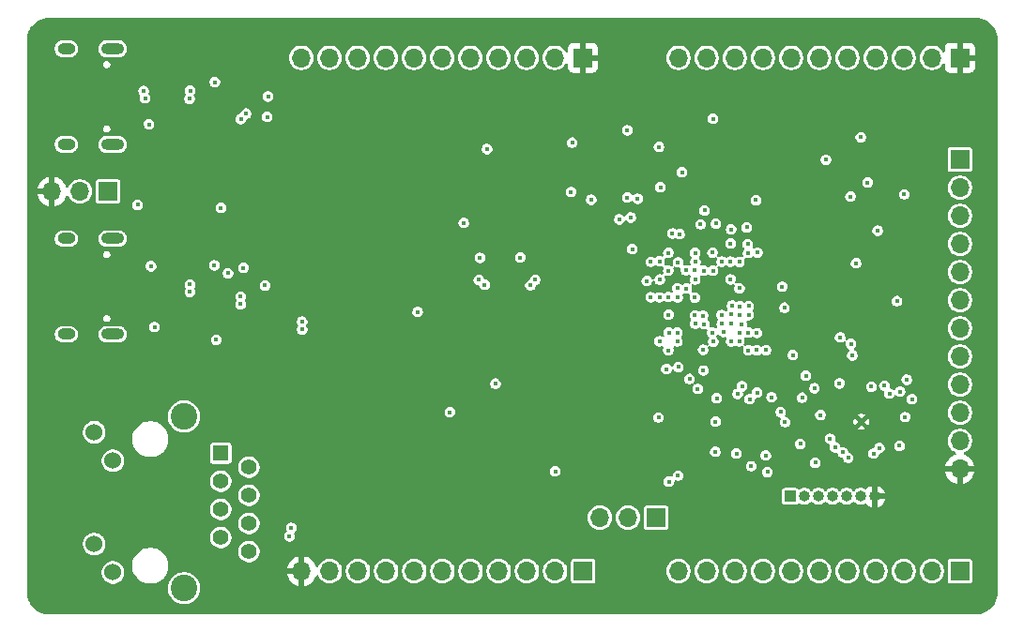
<source format=gbr>
%TF.GenerationSoftware,KiCad,Pcbnew,9.0.0*%
%TF.CreationDate,2025-04-18T01:08:42+10:00*%
%TF.ProjectId,Teensy_4.1_attempt_1,5465656e-7379-45f3-942e-315f61747465,rev?*%
%TF.SameCoordinates,Original*%
%TF.FileFunction,Copper,L2,Inr*%
%TF.FilePolarity,Positive*%
%FSLAX46Y46*%
G04 Gerber Fmt 4.6, Leading zero omitted, Abs format (unit mm)*
G04 Created by KiCad (PCBNEW 9.0.0) date 2025-04-18 01:08:42*
%MOMM*%
%LPD*%
G01*
G04 APERTURE LIST*
%TA.AperFunction,ComponentPad*%
%ADD10R,1.700000X1.700000*%
%TD*%
%TA.AperFunction,ComponentPad*%
%ADD11O,1.700000X1.700000*%
%TD*%
%TA.AperFunction,ComponentPad*%
%ADD12R,1.408000X1.408000*%
%TD*%
%TA.AperFunction,ComponentPad*%
%ADD13C,1.408000*%
%TD*%
%TA.AperFunction,ComponentPad*%
%ADD14C,1.530000*%
%TD*%
%TA.AperFunction,ComponentPad*%
%ADD15C,2.400000*%
%TD*%
%TA.AperFunction,HeatsinkPad*%
%ADD16O,2.100000X1.000000*%
%TD*%
%TA.AperFunction,HeatsinkPad*%
%ADD17O,1.600000X1.000000*%
%TD*%
%TA.AperFunction,ComponentPad*%
%ADD18R,1.000000X1.000000*%
%TD*%
%TA.AperFunction,ComponentPad*%
%ADD19O,1.000000X1.000000*%
%TD*%
%TA.AperFunction,ComponentPad*%
%ADD20C,0.400000*%
%TD*%
%TA.AperFunction,ViaPad*%
%ADD21C,0.450000*%
%TD*%
G04 APERTURE END LIST*
D10*
%TO.N,/D16_A2*%
%TO.C,J6*%
X151215000Y-96200000D03*
D11*
%TO.N,/D38_A14*%
X148675000Y-96200000D03*
%TO.N,/D24_A10*%
X146135000Y-96200000D03*
%TD*%
D10*
%TO.N,+3V3*%
%TO.C,J4*%
X178600000Y-101030000D03*
D11*
%TO.N,/D8*%
X176060000Y-101030000D03*
%TO.N,/D7*%
X173520000Y-101030000D03*
%TO.N,/D36*%
X170980000Y-101030000D03*
%TO.N,/D37*%
X168440000Y-101030000D03*
%TO.N,/D35*%
X165900000Y-101030000D03*
%TO.N,/D34*%
X163360000Y-101030000D03*
%TO.N,/D27_A13*%
X160820000Y-101030000D03*
%TO.N,/D21_A7*%
X158280000Y-101030000D03*
%TO.N,/D17_A3*%
X155740000Y-101030000D03*
%TO.N,/D19_A5*%
X153200000Y-101030000D03*
%TD*%
D12*
%TO.N,/T +*%
%TO.C,P1*%
X111930000Y-90375000D03*
D13*
%TO.N,Net-(P1-RCT)*%
X114470000Y-91645000D03*
%TO.N,/T -*%
X111930000Y-92915000D03*
%TO.N,/R +*%
X114470000Y-94185000D03*
%TO.N,Net-(P1-RCT)*%
X111930000Y-95455000D03*
%TO.N,/R -*%
X114470000Y-96725000D03*
%TO.N,unconnected-(P1-NC-Pad7)*%
X111930000Y-97995000D03*
%TO.N,GND*%
X114470000Y-99265000D03*
D14*
X100500000Y-88495000D03*
%TO.N,/LED*%
X102200000Y-91062000D03*
%TO.N,unconnected-(P1-YLW--Pad11)*%
X100500000Y-98578000D03*
%TO.N,unconnected-(P1-YLW+-Pad12)*%
X102200000Y-101145000D03*
D15*
%TO.N,unconnected-(P1-CH_GND@2-Pad13)*%
X108630000Y-87070000D03*
%TO.N,unconnected-(P1-CH_GND@3-Pad14)*%
X108630000Y-102570000D03*
%TD*%
D16*
%TO.N,Net-(USB_DFP1-SHIELD)*%
%TO.C,USB_DFP1*%
X102180000Y-71000000D03*
D17*
X98000000Y-71000000D03*
D16*
X102180000Y-79640000D03*
D17*
X98000000Y-79640000D03*
%TD*%
D10*
%TO.N,+3V3*%
%TO.C,J3*%
X178600000Y-63875000D03*
D11*
%TO.N,/D28*%
X178600000Y-66415000D03*
%TO.N,/D29*%
X178600000Y-68955000D03*
%TO.N,/D12*%
X178600000Y-71495000D03*
%TO.N,/D10*%
X178600000Y-74035000D03*
%TO.N,/D11*%
X178600000Y-76575000D03*
%TO.N,/D13*%
X178600000Y-79115000D03*
%TO.N,/D6*%
X178600000Y-81655000D03*
%TO.N,/D32*%
X178600000Y-84195000D03*
%TO.N,/D9*%
X178600000Y-86735000D03*
%TO.N,/D0*%
X178600000Y-89275000D03*
%TO.N,GND*%
X178600000Y-91815000D03*
%TD*%
D10*
%TO.N,/D22_A8*%
%TO.C,J5*%
X144630000Y-101030000D03*
D11*
%TO.N,/D39_A15*%
X142090000Y-101030000D03*
%TO.N,/D25_A11*%
X139550000Y-101030000D03*
%TO.N,/D20_A6*%
X137010000Y-101030000D03*
%TO.N,/D23_A9*%
X134470000Y-101030000D03*
%TO.N,/D40_A16*%
X131930000Y-101030000D03*
%TO.N,/D15_A1*%
X129390000Y-101030000D03*
%TO.N,/D14_A0*%
X126850000Y-101030000D03*
%TO.N,/D1*%
X124310000Y-101030000D03*
%TO.N,+3V3*%
X121770000Y-101030000D03*
%TO.N,GND*%
X119230000Y-101030000D03*
%TD*%
D18*
%TO.N,/DCDC_PSWITCH*%
%TO.C,SWD1*%
X163300000Y-94280000D03*
D19*
%TO.N,/JTAG_TCK*%
X164570000Y-94280000D03*
%TO.N,/JTAG_TDO*%
X165840000Y-94280000D03*
%TO.N,/JTAG_TDI*%
X167110000Y-94280000D03*
%TO.N,/JTAG_MOD*%
X168380000Y-94280000D03*
%TO.N,/JTAG_TMS*%
X169650000Y-94280000D03*
%TO.N,GND*%
X170920000Y-94280000D03*
%TD*%
D16*
%TO.N,Net-(USB_UFP1-SHIELD)*%
%TO.C,USB_UFP1*%
X102180000Y-53860000D03*
D17*
X98000000Y-53860000D03*
D16*
X102180000Y-62500000D03*
D17*
X98000000Y-62500000D03*
%TD*%
D20*
%TO.N,GND*%
%TO.C,U5*%
X169005000Y-86835000D03*
X170405000Y-86835000D03*
X169705000Y-87535000D03*
X169005000Y-88235000D03*
X170405000Y-88235000D03*
%TD*%
D10*
%TO.N,/ONOFF*%
%TO.C,J7*%
X101775000Y-66750000D03*
D11*
%TO.N,/WAKEUP*%
X99235000Y-66750000D03*
%TO.N,GND*%
X96695000Y-66750000D03*
%TD*%
D10*
%TO.N,GND*%
%TO.C,J2*%
X178600000Y-54670000D03*
D11*
%TO.N,/D49*%
X176060000Y-54670000D03*
%TO.N,/D31*%
X173520000Y-54670000D03*
%TO.N,/D52*%
X170980000Y-54670000D03*
%TO.N,/D48*%
X168440000Y-54670000D03*
%TO.N,/D53*%
X165900000Y-54670000D03*
%TO.N,/D50*%
X163360000Y-54670000D03*
%TO.N,/D30*%
X160820000Y-54670000D03*
%TO.N,/D54*%
X158280000Y-54670000D03*
%TO.N,/D51*%
X155740000Y-54670000D03*
%TO.N,+3V3*%
X153200000Y-54670000D03*
%TD*%
D10*
%TO.N,GND*%
%TO.C,J1*%
X144600000Y-54670000D03*
D11*
%TO.N,/D3*%
X142060000Y-54670000D03*
%TO.N,/D2*%
X139520000Y-54670000D03*
%TO.N,/D5*%
X136980000Y-54670000D03*
%TO.N,/D33*%
X134440000Y-54670000D03*
%TO.N,/D44*%
X131900000Y-54670000D03*
%TO.N,/D4*%
X129360000Y-54670000D03*
%TO.N,/D43*%
X126820000Y-54670000D03*
%TO.N,/D46*%
X124280000Y-54670000D03*
%TO.N,/D45*%
X121740000Y-54670000D03*
%TO.N,/D42*%
X119200000Y-54670000D03*
%TD*%
D21*
%TO.N,+5V*%
X150360000Y-74817500D03*
X135950000Y-62910000D03*
X143520000Y-66800000D03*
X143620000Y-62340000D03*
%TO.N,GND*%
X141100000Y-60710000D03*
X150580000Y-85140000D03*
X154710706Y-77119293D03*
X169705000Y-89880000D03*
X111350000Y-58250000D03*
X149280000Y-88210000D03*
X135610000Y-76490000D03*
X142050000Y-76040000D03*
X155340000Y-76300000D03*
X142295000Y-89070000D03*
X134470000Y-60300000D03*
X120030000Y-93720000D03*
X156520000Y-76290000D03*
X104930000Y-79740000D03*
X114250000Y-58010000D03*
X147960000Y-82560000D03*
X138670000Y-64540000D03*
X132255000Y-60515000D03*
X116090000Y-77180000D03*
X143585000Y-89080000D03*
X138560000Y-79740000D03*
X141810000Y-76590000D03*
X146080000Y-82610000D03*
X168170000Y-78640000D03*
X130010000Y-80630000D03*
X156075000Y-65190000D03*
X164090000Y-70260000D03*
X151350000Y-64585000D03*
X172152500Y-72600000D03*
X164430707Y-82399293D03*
X159270000Y-93950000D03*
X105230000Y-63290000D03*
X134000000Y-66840000D03*
X148420000Y-85510000D03*
X145210000Y-72370000D03*
X157602500Y-82950000D03*
X167880000Y-73200000D03*
X165830000Y-72860000D03*
X170610000Y-73200000D03*
X112390000Y-61430000D03*
X105210000Y-62410000D03*
X105140000Y-54760000D03*
X168342564Y-82999749D03*
X177740000Y-97100000D03*
X102750000Y-81950000D03*
X109680000Y-53410000D03*
X134285000Y-82135000D03*
X153960000Y-72250000D03*
X156010000Y-67150000D03*
X152310000Y-77080000D03*
X151510000Y-71480000D03*
X144595000Y-89540000D03*
X167190000Y-62860000D03*
X155910000Y-64600000D03*
X105860000Y-71920000D03*
X169675000Y-79740000D03*
X147360000Y-66230000D03*
X158700000Y-81050000D03*
X145260000Y-65580000D03*
X134950000Y-66680000D03*
X146950000Y-65580000D03*
X137270000Y-57200000D03*
X166990000Y-70570000D03*
X172030000Y-79595000D03*
X173990000Y-79575000D03*
X133460000Y-65670000D03*
X149730000Y-69812500D03*
X144760000Y-92110000D03*
X112795000Y-63195000D03*
%TO.N,+3V3*%
X157910000Y-74680000D03*
X171805000Y-84275000D03*
X167340000Y-89840000D03*
X157955000Y-77855000D03*
X154665497Y-73835497D03*
X156340000Y-60190000D03*
X169660000Y-61840000D03*
X129690000Y-77630000D03*
X152130000Y-82790000D03*
X136710000Y-84090000D03*
X151460000Y-62730000D03*
X151505000Y-80275000D03*
X138940000Y-72710000D03*
X173810000Y-83735000D03*
X145350000Y-67480000D03*
X171190000Y-70280000D03*
X155430000Y-77960000D03*
X156540000Y-90250000D03*
X148610000Y-61220000D03*
X154725000Y-74695000D03*
%TO.N,Net-(U1B-VDD_USB_CAP)*%
X154690245Y-76317958D03*
X151420000Y-87150000D03*
%TO.N,Net-(C20-Pad1)*%
X160210000Y-67530000D03*
X153322968Y-70605806D03*
%TO.N,/USB1_DN*%
X152305375Y-76275375D03*
X109180000Y-57640000D03*
X104970000Y-57670000D03*
X113740000Y-60210000D03*
%TO.N,+5VD*%
X116200000Y-58170000D03*
X104420000Y-67950000D03*
X111390000Y-56880000D03*
X111950000Y-68220000D03*
X105460000Y-60680000D03*
%TO.N,/USB1_DP*%
X105100000Y-58320000D03*
X153140000Y-76300000D03*
X109110000Y-58380000D03*
X114200000Y-59710000D03*
%TO.N,Net-(U1B-VDD_SNVS_IN)*%
X132590000Y-86670000D03*
X152330000Y-77870000D03*
%TO.N,/USB2_DN*%
X109150000Y-75150000D03*
X119270000Y-79201500D03*
X151510000Y-76300000D03*
X113730000Y-76221000D03*
%TO.N,+5VL*%
X105950000Y-78990000D03*
X111510000Y-80130000D03*
X105640000Y-73490000D03*
X115920000Y-75230000D03*
X113970000Y-73640000D03*
X112580000Y-74120000D03*
X111350000Y-73410000D03*
%TO.N,/USB2_DP*%
X109150000Y-75810000D03*
X119270000Y-78501497D03*
X150710000Y-76290000D03*
X113730000Y-76921003D03*
%TO.N,/D33*%
X155577500Y-68455322D03*
%TO.N,/D2*%
X156598000Y-69650000D03*
%TO.N,/D42*%
X148920000Y-69090000D03*
%TO.N,/D3*%
X157900000Y-73070000D03*
%TO.N,/D45*%
X154740000Y-73110000D03*
%TO.N,/D43*%
X149540000Y-67400000D03*
%TO.N,/D4*%
X156320000Y-73890000D03*
%TO.N,/D5*%
X156290000Y-72260000D03*
%TO.N,/D44*%
X154730000Y-72290000D03*
%TO.N,/D46*%
X148590000Y-67300000D03*
%TO.N,/D31*%
X160340000Y-72270000D03*
%TO.N,/D50*%
X168730000Y-67200000D03*
X159380000Y-69980000D03*
%TO.N,/D51*%
X157920000Y-71450000D03*
%TO.N,/D53*%
X159460000Y-71500000D03*
X173570000Y-66990000D03*
%TO.N,/D48*%
X166520000Y-63880000D03*
X159500000Y-72300000D03*
%TO.N,/D30*%
X158710000Y-73120000D03*
%TO.N,/D54*%
X170280000Y-65940000D03*
X157960000Y-70160000D03*
%TO.N,/D32*%
X162780000Y-77240000D03*
%TO.N,/D9*%
X167800000Y-79920000D03*
%TO.N,/D6*%
X158755000Y-77125000D03*
%TO.N,/D13*%
X172920000Y-76640000D03*
X159539797Y-77099522D03*
%TO.N,/D0*%
X157110000Y-77900000D03*
%TO.N,/D10*%
X162570000Y-75350000D03*
%TO.N,/D12*%
X158720000Y-75490000D03*
%TO.N,/D11*%
X158044999Y-77042786D03*
%TO.N,/D27_A13*%
X155466328Y-82900000D03*
%TO.N,/D7*%
X168790000Y-80510000D03*
%TO.N,/D19_A5*%
X153170000Y-92390000D03*
X154732745Y-78680000D03*
%TO.N,/D37*%
X158933500Y-78781356D03*
%TO.N,/D17_A3*%
X154960000Y-84580000D03*
%TO.N,/D34*%
X164205000Y-89525000D03*
%TO.N,/D35*%
X159510000Y-81090000D03*
%TO.N,/D21_A7*%
X155440328Y-81039672D03*
%TO.N,/D36*%
X159540000Y-77900000D03*
%TO.N,/D8*%
X168900000Y-81543750D03*
%TO.N,/D39_A15*%
X142100000Y-92010000D03*
X156267500Y-79496232D03*
%TO.N,/D1*%
X152340000Y-79480000D03*
%TO.N,/D25_A11*%
X153210000Y-82582500D03*
%TO.N,/D40_A16*%
X153115000Y-80295000D03*
%TO.N,/D14_A0*%
X153122672Y-79487328D03*
%TO.N,/D15_A1*%
X152305000Y-81085000D03*
%TO.N,/D16_A2*%
X154685000Y-77925000D03*
X152350000Y-92940000D03*
%TO.N,/D38_A14*%
X155540000Y-78730000D03*
%TO.N,/D24_A10*%
X154207500Y-83670000D03*
%TO.N,/WAKEUP*%
X152290000Y-73890000D03*
%TO.N,/ONOFF*%
X151530000Y-74700000D03*
%TO.N,/SOC_CAP_NET*%
X155494058Y-73911722D03*
X155199000Y-69705000D03*
%TO.N,Net-(L1-Pad1)*%
X152676814Y-70535194D03*
X151580000Y-66370000D03*
%TO.N,/PMIC_ON_REQ_PWR_SEQ*%
X147880004Y-69261328D03*
X153930000Y-75510000D03*
%TO.N,Net-(U3-PTB3{slash}IRQ_10)*%
X158450000Y-90400000D03*
X158960000Y-84330000D03*
%TO.N,Net-(U1B-GPIO_EMC_40)*%
X116120000Y-60010000D03*
X169240000Y-73230000D03*
%TO.N,Net-(U1A-GPIO_SD_B1_10)*%
X135738818Y-75166855D03*
X150725000Y-73095000D03*
%TO.N,/T -*%
X170820000Y-90420000D03*
%TO.N,Net-(U1A-GPIO_SD_B1_09)*%
X151520000Y-73060172D03*
X135200000Y-74720000D03*
%TO.N,/R -*%
X168042513Y-90292513D03*
X118291995Y-97114560D03*
%TO.N,Net-(U1A-GPIO_B0_13)*%
X158550000Y-85020000D03*
X158736678Y-77906678D03*
%TO.N,/R +*%
X168537489Y-90787489D03*
X118127577Y-97882552D03*
%TO.N,/D47*%
X133850000Y-69590000D03*
%TO.N,Net-(U1A-GPIO_SD_B1_06)*%
X135310000Y-72730000D03*
X152310000Y-72290000D03*
%TO.N,/T +*%
X171338633Y-89913661D03*
%TO.N,Net-(U1A-POR_B)*%
X153120000Y-75460000D03*
X160320000Y-84910000D03*
%TO.N,Net-(U1A-GPIO_SD_B1_08)*%
X149057862Y-71954500D03*
X139858819Y-75208901D03*
%TO.N,/LED*%
X165550000Y-91240000D03*
%TO.N,Net-(U1A-GPIO_EMC_01)*%
X156550000Y-87520000D03*
X157120000Y-73070000D03*
%TO.N,Net-(U1A-GPIO_AD_B0_04)*%
X161090000Y-90590000D03*
X157272500Y-79422906D03*
%TO.N,Net-(U1A-GPIO_SD_B1_07)*%
X153180000Y-73150000D03*
X140290000Y-74722500D03*
%TO.N,Net-(U3-PTB2{slash}IRQ_7)*%
X161230000Y-92067500D03*
X159640000Y-85510000D03*
%TO.N,Net-(U1B-GPIO_B1_06)*%
X170620000Y-84360000D03*
X160280000Y-79520000D03*
%TO.N,Net-(U1B-GPIO_B0_15)*%
X158730000Y-79480000D03*
X166020000Y-86930000D03*
%TO.N,Net-(U1B-GPIO_B1_04)*%
X158690000Y-80280000D03*
X172240000Y-85000000D03*
%TO.N,Net-(U1B-GPIO_B1_11)*%
X160290000Y-81060000D03*
X167742115Y-84077885D03*
%TO.N,Net-(U1B-GPIO_B1_09)*%
X164380000Y-85360000D03*
X163540707Y-81509293D03*
%TO.N,Net-(U1B-GPIO_B1_14)*%
X174270000Y-85510000D03*
X165490000Y-84510000D03*
%TO.N,Net-(U1B-GPIO_B1_05)*%
X173210000Y-84826250D03*
X159530000Y-79490000D03*
%TO.N,Net-(U1B-GPIO_B0_14)*%
X166890000Y-89070000D03*
X157927500Y-78645000D03*
%TO.N,Net-(U1B-GPIO_B1_15)*%
X164710000Y-83390000D03*
X173660000Y-87120000D03*
%TO.N,Net-(U1B-GPIO_B1_10)*%
X161120000Y-81080000D03*
X173160000Y-89710000D03*
%TO.N,/JTAG_TDI*%
X162440000Y-86650000D03*
%TO.N,/JTAG_TDO*%
X162835000Y-87565000D03*
%TO.N,/JTAG_MOD*%
X156660000Y-85410000D03*
X156350000Y-80300000D03*
%TO.N,/JTAG_TCK*%
X161610000Y-85340000D03*
X157977702Y-80291932D03*
%TO.N,/DCDC_PSWITCH*%
X157120000Y-78710000D03*
X153540000Y-65010000D03*
X159770000Y-91540000D03*
X153900000Y-73860000D03*
%TD*%
%TA.AperFunction,Conductor*%
%TO.N,GND*%
G36*
X180014119Y-51050770D02*
G01*
X180241523Y-51065674D01*
X180251163Y-51066681D01*
X180302634Y-51074081D01*
X180309176Y-51075202D01*
X180505706Y-51114294D01*
X180516582Y-51116967D01*
X180558717Y-51129338D01*
X180563663Y-51130903D01*
X180761890Y-51198193D01*
X180773707Y-51202882D01*
X180796843Y-51213448D01*
X180800168Y-51215028D01*
X181002351Y-51314733D01*
X181016607Y-51322964D01*
X181220352Y-51459102D01*
X181233418Y-51469127D01*
X181417658Y-51630701D01*
X181429298Y-51642341D01*
X181590870Y-51826579D01*
X181600897Y-51839647D01*
X181737028Y-52043381D01*
X181737030Y-52043383D01*
X181745271Y-52057657D01*
X181844957Y-52259802D01*
X181846565Y-52263188D01*
X181857112Y-52286283D01*
X181861811Y-52298123D01*
X181929081Y-52496293D01*
X181930664Y-52501296D01*
X181943027Y-52543399D01*
X181945710Y-52554317D01*
X181984786Y-52750765D01*
X181985925Y-52757416D01*
X181993314Y-52808812D01*
X181994326Y-52818501D01*
X182009230Y-53045880D01*
X182009500Y-53054121D01*
X182009500Y-102935878D01*
X182009230Y-102944118D01*
X182009230Y-102944119D01*
X181994326Y-103171497D01*
X181993314Y-103181186D01*
X181985925Y-103232582D01*
X181984786Y-103239233D01*
X181945710Y-103435681D01*
X181943027Y-103446599D01*
X181930664Y-103488702D01*
X181929081Y-103493705D01*
X181861811Y-103691875D01*
X181857112Y-103703715D01*
X181846565Y-103726810D01*
X181844957Y-103730196D01*
X181745270Y-103932342D01*
X181737029Y-103946616D01*
X181600897Y-104150352D01*
X181590864Y-104163428D01*
X181429305Y-104347651D01*
X181417651Y-104359305D01*
X181233428Y-104520864D01*
X181220352Y-104530897D01*
X181016616Y-104667029D01*
X181002342Y-104675270D01*
X180800196Y-104774957D01*
X180796810Y-104776565D01*
X180773715Y-104787112D01*
X180761875Y-104791811D01*
X180563705Y-104859081D01*
X180558702Y-104860664D01*
X180516599Y-104873027D01*
X180505681Y-104875710D01*
X180309233Y-104914786D01*
X180302582Y-104915925D01*
X180251186Y-104923314D01*
X180241497Y-104924326D01*
X180014119Y-104939230D01*
X180005878Y-104939500D01*
X96444122Y-104939500D01*
X96435881Y-104939230D01*
X96208501Y-104924326D01*
X96198812Y-104923314D01*
X96147416Y-104915925D01*
X96140765Y-104914786D01*
X95944317Y-104875710D01*
X95933399Y-104873027D01*
X95891296Y-104860664D01*
X95886293Y-104859081D01*
X95688123Y-104791811D01*
X95676283Y-104787112D01*
X95653188Y-104776565D01*
X95649802Y-104774957D01*
X95517090Y-104709511D01*
X95447653Y-104675269D01*
X95433387Y-104667032D01*
X95229647Y-104530897D01*
X95216579Y-104520870D01*
X95032341Y-104359298D01*
X95020701Y-104347658D01*
X94859127Y-104163418D01*
X94849102Y-104150352D01*
X94765010Y-104024500D01*
X94712964Y-103946607D01*
X94704733Y-103932351D01*
X94605028Y-103730168D01*
X94603448Y-103726843D01*
X94592882Y-103703707D01*
X94588193Y-103691890D01*
X94520904Y-103493664D01*
X94519334Y-103488702D01*
X94506967Y-103446582D01*
X94504294Y-103435706D01*
X94465202Y-103239176D01*
X94464081Y-103232634D01*
X94456681Y-103181163D01*
X94455674Y-103171523D01*
X94440770Y-102944118D01*
X94440500Y-102935878D01*
X94440500Y-102455528D01*
X107175500Y-102455528D01*
X107175500Y-102684472D01*
X107211314Y-102910596D01*
X107282062Y-103128334D01*
X107386000Y-103332324D01*
X107520569Y-103517543D01*
X107520571Y-103517545D01*
X107520573Y-103517548D01*
X107682451Y-103679426D01*
X107682454Y-103679428D01*
X107682457Y-103679431D01*
X107867676Y-103814000D01*
X108071666Y-103917938D01*
X108289404Y-103988686D01*
X108515528Y-104024500D01*
X108515531Y-104024500D01*
X108744469Y-104024500D01*
X108744472Y-104024500D01*
X108970596Y-103988686D01*
X109188334Y-103917938D01*
X109392324Y-103814000D01*
X109577543Y-103679431D01*
X109739431Y-103517543D01*
X109874000Y-103332324D01*
X109977938Y-103128334D01*
X110048686Y-102910596D01*
X110084500Y-102684472D01*
X110084500Y-102455528D01*
X110048686Y-102229404D01*
X109977938Y-102011666D01*
X109874000Y-101807676D01*
X109739431Y-101622457D01*
X109739430Y-101622456D01*
X109739428Y-101622453D01*
X109577548Y-101460573D01*
X109577545Y-101460571D01*
X109577543Y-101460569D01*
X109420031Y-101346130D01*
X109417478Y-101344275D01*
X109392326Y-101326001D01*
X109188332Y-101222061D01*
X108970599Y-101151315D01*
X108970596Y-101151314D01*
X108744472Y-101115500D01*
X108515528Y-101115500D01*
X108289404Y-101151314D01*
X108289401Y-101151314D01*
X108289400Y-101151315D01*
X108071667Y-101222061D01*
X107867672Y-101326002D01*
X107682454Y-101460571D01*
X107682451Y-101460573D01*
X107520573Y-101622451D01*
X107520572Y-101622453D01*
X107386002Y-101807672D01*
X107282061Y-102011667D01*
X107225865Y-102184620D01*
X107211314Y-102229404D01*
X107175500Y-102455528D01*
X94440500Y-102455528D01*
X94440500Y-101044585D01*
X101180500Y-101044585D01*
X101180500Y-101245414D01*
X101219679Y-101442377D01*
X101219680Y-101442380D01*
X101241859Y-101495925D01*
X101296531Y-101627914D01*
X101408103Y-101794893D01*
X101550107Y-101936897D01*
X101717086Y-102048469D01*
X101902623Y-102125321D01*
X102099588Y-102164500D01*
X102099589Y-102164500D01*
X102300411Y-102164500D01*
X102300412Y-102164500D01*
X102497377Y-102125321D01*
X102682914Y-102048469D01*
X102849893Y-101936897D01*
X102991897Y-101794893D01*
X103103469Y-101627914D01*
X103180321Y-101442377D01*
X103219500Y-101245412D01*
X103219500Y-101044588D01*
X103180321Y-100847623D01*
X103103469Y-100662086D01*
X102991897Y-100495107D01*
X102903860Y-100407070D01*
X103954500Y-100407070D01*
X103954500Y-100662930D01*
X103994526Y-100915639D01*
X103994527Y-100915643D01*
X104071100Y-101151314D01*
X104073590Y-101158975D01*
X104189748Y-101386947D01*
X104340138Y-101593942D01*
X104340140Y-101593944D01*
X104340142Y-101593947D01*
X104521052Y-101774857D01*
X104521055Y-101774859D01*
X104521058Y-101774862D01*
X104728053Y-101925252D01*
X104956025Y-102041410D01*
X105199361Y-102120474D01*
X105452070Y-102160500D01*
X105452073Y-102160500D01*
X105707927Y-102160500D01*
X105707930Y-102160500D01*
X105960639Y-102120474D01*
X106203975Y-102041410D01*
X106431947Y-101925252D01*
X106638942Y-101774862D01*
X106819862Y-101593942D01*
X106970252Y-101386947D01*
X107086410Y-101158975D01*
X107165474Y-100915639D01*
X107186958Y-100780000D01*
X117902769Y-100780000D01*
X118796988Y-100780000D01*
X118764075Y-100837007D01*
X118730000Y-100964174D01*
X118730000Y-101095826D01*
X118764075Y-101222993D01*
X118796988Y-101280000D01*
X117902769Y-101280000D01*
X117913243Y-101346130D01*
X117978904Y-101548215D01*
X117978907Y-101548221D01*
X118075379Y-101737557D01*
X118200280Y-101909468D01*
X118200282Y-101909471D01*
X118350528Y-102059717D01*
X118350531Y-102059719D01*
X118522442Y-102184620D01*
X118711778Y-102281092D01*
X118711784Y-102281095D01*
X118913870Y-102346756D01*
X118913868Y-102346756D01*
X118980000Y-102357230D01*
X118980000Y-101463012D01*
X119037007Y-101495925D01*
X119164174Y-101530000D01*
X119295826Y-101530000D01*
X119422993Y-101495925D01*
X119480000Y-101463012D01*
X119480000Y-102357230D01*
X119546130Y-102346756D01*
X119748215Y-102281095D01*
X119748221Y-102281092D01*
X119937557Y-102184620D01*
X120109468Y-102059719D01*
X120109471Y-102059717D01*
X120259717Y-101909471D01*
X120259719Y-101909468D01*
X120384620Y-101737557D01*
X120481092Y-101548222D01*
X120509347Y-101461260D01*
X120549420Y-101402654D01*
X120614817Y-101375016D01*
X120684774Y-101387122D01*
X120737080Y-101435128D01*
X120745588Y-101451972D01*
X120746418Y-101453976D01*
X120746420Y-101453981D01*
X120825347Y-101608884D01*
X120825349Y-101608887D01*
X120927536Y-101749535D01*
X121050464Y-101872463D01*
X121095342Y-101905069D01*
X121191116Y-101974653D01*
X121346019Y-102053580D01*
X121511362Y-102107303D01*
X121683074Y-102134500D01*
X121683077Y-102134500D01*
X121856923Y-102134500D01*
X121856926Y-102134500D01*
X122028638Y-102107303D01*
X122193981Y-102053580D01*
X122348884Y-101974653D01*
X122489533Y-101872465D01*
X122612465Y-101749533D01*
X122714653Y-101608884D01*
X122793580Y-101453981D01*
X122847303Y-101288638D01*
X122874500Y-101116926D01*
X122874500Y-100943074D01*
X123205500Y-100943074D01*
X123205500Y-101116926D01*
X123225851Y-101245412D01*
X123232698Y-101288642D01*
X123282650Y-101442380D01*
X123286420Y-101453981D01*
X123365347Y-101608884D01*
X123365349Y-101608887D01*
X123467536Y-101749535D01*
X123590464Y-101872463D01*
X123635342Y-101905069D01*
X123731116Y-101974653D01*
X123886019Y-102053580D01*
X124051362Y-102107303D01*
X124223074Y-102134500D01*
X124223077Y-102134500D01*
X124396923Y-102134500D01*
X124396926Y-102134500D01*
X124568638Y-102107303D01*
X124733981Y-102053580D01*
X124888884Y-101974653D01*
X125029533Y-101872465D01*
X125152465Y-101749533D01*
X125254653Y-101608884D01*
X125333580Y-101453981D01*
X125387303Y-101288638D01*
X125414500Y-101116926D01*
X125414500Y-100943074D01*
X125745500Y-100943074D01*
X125745500Y-101116926D01*
X125765851Y-101245412D01*
X125772698Y-101288642D01*
X125822650Y-101442380D01*
X125826420Y-101453981D01*
X125905347Y-101608884D01*
X125905349Y-101608887D01*
X126007536Y-101749535D01*
X126130464Y-101872463D01*
X126175342Y-101905069D01*
X126271116Y-101974653D01*
X126426019Y-102053580D01*
X126591362Y-102107303D01*
X126763074Y-102134500D01*
X126763077Y-102134500D01*
X126936923Y-102134500D01*
X126936926Y-102134500D01*
X127108638Y-102107303D01*
X127273981Y-102053580D01*
X127428884Y-101974653D01*
X127569533Y-101872465D01*
X127692465Y-101749533D01*
X127794653Y-101608884D01*
X127873580Y-101453981D01*
X127927303Y-101288638D01*
X127954500Y-101116926D01*
X127954500Y-100943074D01*
X128285500Y-100943074D01*
X128285500Y-101116926D01*
X128305851Y-101245412D01*
X128312698Y-101288642D01*
X128362650Y-101442380D01*
X128366420Y-101453981D01*
X128445347Y-101608884D01*
X128445349Y-101608887D01*
X128547536Y-101749535D01*
X128670464Y-101872463D01*
X128715342Y-101905069D01*
X128811116Y-101974653D01*
X128966019Y-102053580D01*
X129131362Y-102107303D01*
X129303074Y-102134500D01*
X129303077Y-102134500D01*
X129476923Y-102134500D01*
X129476926Y-102134500D01*
X129648638Y-102107303D01*
X129813981Y-102053580D01*
X129968884Y-101974653D01*
X130109533Y-101872465D01*
X130232465Y-101749533D01*
X130334653Y-101608884D01*
X130413580Y-101453981D01*
X130467303Y-101288638D01*
X130494500Y-101116926D01*
X130494500Y-100943074D01*
X130825500Y-100943074D01*
X130825500Y-101116926D01*
X130845851Y-101245412D01*
X130852698Y-101288642D01*
X130902650Y-101442380D01*
X130906420Y-101453981D01*
X130985347Y-101608884D01*
X130985349Y-101608887D01*
X131087536Y-101749535D01*
X131210464Y-101872463D01*
X131255342Y-101905069D01*
X131351116Y-101974653D01*
X131506019Y-102053580D01*
X131671362Y-102107303D01*
X131843074Y-102134500D01*
X131843077Y-102134500D01*
X132016923Y-102134500D01*
X132016926Y-102134500D01*
X132188638Y-102107303D01*
X132353981Y-102053580D01*
X132508884Y-101974653D01*
X132649533Y-101872465D01*
X132772465Y-101749533D01*
X132874653Y-101608884D01*
X132953580Y-101453981D01*
X133007303Y-101288638D01*
X133034500Y-101116926D01*
X133034500Y-100943074D01*
X133365500Y-100943074D01*
X133365500Y-101116926D01*
X133385851Y-101245412D01*
X133392698Y-101288642D01*
X133442650Y-101442380D01*
X133446420Y-101453981D01*
X133525347Y-101608884D01*
X133525349Y-101608887D01*
X133627536Y-101749535D01*
X133750464Y-101872463D01*
X133795342Y-101905069D01*
X133891116Y-101974653D01*
X134046019Y-102053580D01*
X134211362Y-102107303D01*
X134383074Y-102134500D01*
X134383077Y-102134500D01*
X134556923Y-102134500D01*
X134556926Y-102134500D01*
X134728638Y-102107303D01*
X134893981Y-102053580D01*
X135048884Y-101974653D01*
X135189533Y-101872465D01*
X135312465Y-101749533D01*
X135414653Y-101608884D01*
X135493580Y-101453981D01*
X135547303Y-101288638D01*
X135574500Y-101116926D01*
X135574500Y-100943074D01*
X135905500Y-100943074D01*
X135905500Y-101116926D01*
X135925851Y-101245412D01*
X135932698Y-101288642D01*
X135982650Y-101442380D01*
X135986420Y-101453981D01*
X136065347Y-101608884D01*
X136065349Y-101608887D01*
X136167536Y-101749535D01*
X136290464Y-101872463D01*
X136335342Y-101905069D01*
X136431116Y-101974653D01*
X136586019Y-102053580D01*
X136751362Y-102107303D01*
X136923074Y-102134500D01*
X136923077Y-102134500D01*
X137096923Y-102134500D01*
X137096926Y-102134500D01*
X137268638Y-102107303D01*
X137433981Y-102053580D01*
X137588884Y-101974653D01*
X137729533Y-101872465D01*
X137852465Y-101749533D01*
X137954653Y-101608884D01*
X138033580Y-101453981D01*
X138087303Y-101288638D01*
X138114500Y-101116926D01*
X138114500Y-100943074D01*
X138445500Y-100943074D01*
X138445500Y-101116926D01*
X138465851Y-101245412D01*
X138472698Y-101288642D01*
X138522650Y-101442380D01*
X138526420Y-101453981D01*
X138605347Y-101608884D01*
X138605349Y-101608887D01*
X138707536Y-101749535D01*
X138830464Y-101872463D01*
X138875342Y-101905069D01*
X138971116Y-101974653D01*
X139126019Y-102053580D01*
X139291362Y-102107303D01*
X139463074Y-102134500D01*
X139463077Y-102134500D01*
X139636923Y-102134500D01*
X139636926Y-102134500D01*
X139808638Y-102107303D01*
X139973981Y-102053580D01*
X140128884Y-101974653D01*
X140269533Y-101872465D01*
X140392465Y-101749533D01*
X140494653Y-101608884D01*
X140573580Y-101453981D01*
X140627303Y-101288638D01*
X140654500Y-101116926D01*
X140654500Y-100943074D01*
X140985500Y-100943074D01*
X140985500Y-101116926D01*
X141005851Y-101245412D01*
X141012698Y-101288642D01*
X141062650Y-101442380D01*
X141066420Y-101453981D01*
X141145347Y-101608884D01*
X141145349Y-101608887D01*
X141247536Y-101749535D01*
X141370464Y-101872463D01*
X141415342Y-101905069D01*
X141511116Y-101974653D01*
X141666019Y-102053580D01*
X141831362Y-102107303D01*
X142003074Y-102134500D01*
X142003077Y-102134500D01*
X142176923Y-102134500D01*
X142176926Y-102134500D01*
X142348638Y-102107303D01*
X142513981Y-102053580D01*
X142668884Y-101974653D01*
X142809533Y-101872465D01*
X142932465Y-101749533D01*
X143034653Y-101608884D01*
X143113580Y-101453981D01*
X143167303Y-101288638D01*
X143194500Y-101116926D01*
X143194500Y-100943074D01*
X143167303Y-100771362D01*
X143113580Y-100606019D01*
X143034653Y-100451116D01*
X142999592Y-100402859D01*
X142932463Y-100310464D01*
X142809535Y-100187536D01*
X142764657Y-100154930D01*
X143525500Y-100154930D01*
X143525500Y-101905063D01*
X143525501Y-101905073D01*
X143540265Y-101979300D01*
X143596516Y-102063484D01*
X143680697Y-102119733D01*
X143680699Y-102119734D01*
X143754933Y-102134500D01*
X145505066Y-102134499D01*
X145505069Y-102134498D01*
X145505073Y-102134498D01*
X145575580Y-102120474D01*
X145579301Y-102119734D01*
X145663484Y-102063484D01*
X145719734Y-101979301D01*
X145734500Y-101905067D01*
X145734499Y-100943074D01*
X152095500Y-100943074D01*
X152095500Y-101116926D01*
X152115851Y-101245412D01*
X152122698Y-101288642D01*
X152172650Y-101442380D01*
X152176420Y-101453981D01*
X152255347Y-101608884D01*
X152255349Y-101608887D01*
X152357536Y-101749535D01*
X152480464Y-101872463D01*
X152525342Y-101905069D01*
X152621116Y-101974653D01*
X152776019Y-102053580D01*
X152941362Y-102107303D01*
X153113074Y-102134500D01*
X153113077Y-102134500D01*
X153286923Y-102134500D01*
X153286926Y-102134500D01*
X153458638Y-102107303D01*
X153623981Y-102053580D01*
X153778884Y-101974653D01*
X153919533Y-101872465D01*
X154042465Y-101749533D01*
X154144653Y-101608884D01*
X154223580Y-101453981D01*
X154277303Y-101288638D01*
X154304500Y-101116926D01*
X154304500Y-100943074D01*
X154635500Y-100943074D01*
X154635500Y-101116926D01*
X154655851Y-101245412D01*
X154662698Y-101288642D01*
X154712650Y-101442380D01*
X154716420Y-101453981D01*
X154795347Y-101608884D01*
X154795349Y-101608887D01*
X154897536Y-101749535D01*
X155020464Y-101872463D01*
X155065342Y-101905069D01*
X155161116Y-101974653D01*
X155316019Y-102053580D01*
X155481362Y-102107303D01*
X155653074Y-102134500D01*
X155653077Y-102134500D01*
X155826923Y-102134500D01*
X155826926Y-102134500D01*
X155998638Y-102107303D01*
X156163981Y-102053580D01*
X156318884Y-101974653D01*
X156459533Y-101872465D01*
X156582465Y-101749533D01*
X156684653Y-101608884D01*
X156763580Y-101453981D01*
X156817303Y-101288638D01*
X156844500Y-101116926D01*
X156844500Y-100943074D01*
X157175500Y-100943074D01*
X157175500Y-101116926D01*
X157195851Y-101245412D01*
X157202698Y-101288642D01*
X157252650Y-101442380D01*
X157256420Y-101453981D01*
X157335347Y-101608884D01*
X157335349Y-101608887D01*
X157437536Y-101749535D01*
X157560464Y-101872463D01*
X157605342Y-101905069D01*
X157701116Y-101974653D01*
X157856019Y-102053580D01*
X158021362Y-102107303D01*
X158193074Y-102134500D01*
X158193077Y-102134500D01*
X158366923Y-102134500D01*
X158366926Y-102134500D01*
X158538638Y-102107303D01*
X158703981Y-102053580D01*
X158858884Y-101974653D01*
X158999533Y-101872465D01*
X159122465Y-101749533D01*
X159224653Y-101608884D01*
X159303580Y-101453981D01*
X159357303Y-101288638D01*
X159384500Y-101116926D01*
X159384500Y-100943074D01*
X159715500Y-100943074D01*
X159715500Y-101116926D01*
X159735851Y-101245412D01*
X159742698Y-101288642D01*
X159792650Y-101442380D01*
X159796420Y-101453981D01*
X159875347Y-101608884D01*
X159875349Y-101608887D01*
X159977536Y-101749535D01*
X160100464Y-101872463D01*
X160145342Y-101905069D01*
X160241116Y-101974653D01*
X160396019Y-102053580D01*
X160561362Y-102107303D01*
X160733074Y-102134500D01*
X160733077Y-102134500D01*
X160906923Y-102134500D01*
X160906926Y-102134500D01*
X161078638Y-102107303D01*
X161243981Y-102053580D01*
X161398884Y-101974653D01*
X161539533Y-101872465D01*
X161662465Y-101749533D01*
X161764653Y-101608884D01*
X161843580Y-101453981D01*
X161897303Y-101288638D01*
X161924500Y-101116926D01*
X161924500Y-100943074D01*
X162255500Y-100943074D01*
X162255500Y-101116926D01*
X162275851Y-101245412D01*
X162282698Y-101288642D01*
X162332650Y-101442380D01*
X162336420Y-101453981D01*
X162415347Y-101608884D01*
X162415349Y-101608887D01*
X162517536Y-101749535D01*
X162640464Y-101872463D01*
X162685342Y-101905069D01*
X162781116Y-101974653D01*
X162936019Y-102053580D01*
X163101362Y-102107303D01*
X163273074Y-102134500D01*
X163273077Y-102134500D01*
X163446923Y-102134500D01*
X163446926Y-102134500D01*
X163618638Y-102107303D01*
X163783981Y-102053580D01*
X163938884Y-101974653D01*
X164079533Y-101872465D01*
X164202465Y-101749533D01*
X164304653Y-101608884D01*
X164383580Y-101453981D01*
X164437303Y-101288638D01*
X164464500Y-101116926D01*
X164464500Y-100943074D01*
X164795500Y-100943074D01*
X164795500Y-101116926D01*
X164815851Y-101245412D01*
X164822698Y-101288642D01*
X164872650Y-101442380D01*
X164876420Y-101453981D01*
X164955347Y-101608884D01*
X164955349Y-101608887D01*
X165057536Y-101749535D01*
X165180464Y-101872463D01*
X165225342Y-101905069D01*
X165321116Y-101974653D01*
X165476019Y-102053580D01*
X165641362Y-102107303D01*
X165813074Y-102134500D01*
X165813077Y-102134500D01*
X165986923Y-102134500D01*
X165986926Y-102134500D01*
X166158638Y-102107303D01*
X166323981Y-102053580D01*
X166478884Y-101974653D01*
X166619533Y-101872465D01*
X166742465Y-101749533D01*
X166844653Y-101608884D01*
X166923580Y-101453981D01*
X166977303Y-101288638D01*
X167004500Y-101116926D01*
X167004500Y-100943074D01*
X167335500Y-100943074D01*
X167335500Y-101116926D01*
X167355851Y-101245412D01*
X167362698Y-101288642D01*
X167412650Y-101442380D01*
X167416420Y-101453981D01*
X167495347Y-101608884D01*
X167495349Y-101608887D01*
X167597536Y-101749535D01*
X167720464Y-101872463D01*
X167765342Y-101905069D01*
X167861116Y-101974653D01*
X168016019Y-102053580D01*
X168181362Y-102107303D01*
X168353074Y-102134500D01*
X168353077Y-102134500D01*
X168526923Y-102134500D01*
X168526926Y-102134500D01*
X168698638Y-102107303D01*
X168863981Y-102053580D01*
X169018884Y-101974653D01*
X169159533Y-101872465D01*
X169282465Y-101749533D01*
X169384653Y-101608884D01*
X169463580Y-101453981D01*
X169517303Y-101288638D01*
X169544500Y-101116926D01*
X169544500Y-100943074D01*
X169875500Y-100943074D01*
X169875500Y-101116926D01*
X169895851Y-101245412D01*
X169902698Y-101288642D01*
X169952650Y-101442380D01*
X169956420Y-101453981D01*
X170035347Y-101608884D01*
X170035349Y-101608887D01*
X170137536Y-101749535D01*
X170260464Y-101872463D01*
X170305342Y-101905069D01*
X170401116Y-101974653D01*
X170556019Y-102053580D01*
X170721362Y-102107303D01*
X170893074Y-102134500D01*
X170893077Y-102134500D01*
X171066923Y-102134500D01*
X171066926Y-102134500D01*
X171238638Y-102107303D01*
X171403981Y-102053580D01*
X171558884Y-101974653D01*
X171699533Y-101872465D01*
X171822465Y-101749533D01*
X171924653Y-101608884D01*
X172003580Y-101453981D01*
X172057303Y-101288638D01*
X172084500Y-101116926D01*
X172084500Y-100943074D01*
X172415500Y-100943074D01*
X172415500Y-101116926D01*
X172435851Y-101245412D01*
X172442698Y-101288642D01*
X172492650Y-101442380D01*
X172496420Y-101453981D01*
X172575347Y-101608884D01*
X172575349Y-101608887D01*
X172677536Y-101749535D01*
X172800464Y-101872463D01*
X172845342Y-101905069D01*
X172941116Y-101974653D01*
X173096019Y-102053580D01*
X173261362Y-102107303D01*
X173433074Y-102134500D01*
X173433077Y-102134500D01*
X173606923Y-102134500D01*
X173606926Y-102134500D01*
X173778638Y-102107303D01*
X173943981Y-102053580D01*
X174098884Y-101974653D01*
X174239533Y-101872465D01*
X174362465Y-101749533D01*
X174464653Y-101608884D01*
X174543580Y-101453981D01*
X174597303Y-101288638D01*
X174624500Y-101116926D01*
X174624500Y-100943074D01*
X174955500Y-100943074D01*
X174955500Y-101116926D01*
X174975851Y-101245412D01*
X174982698Y-101288642D01*
X175032650Y-101442380D01*
X175036420Y-101453981D01*
X175115347Y-101608884D01*
X175115349Y-101608887D01*
X175217536Y-101749535D01*
X175340464Y-101872463D01*
X175385342Y-101905069D01*
X175481116Y-101974653D01*
X175636019Y-102053580D01*
X175801362Y-102107303D01*
X175973074Y-102134500D01*
X175973077Y-102134500D01*
X176146923Y-102134500D01*
X176146926Y-102134500D01*
X176318638Y-102107303D01*
X176483981Y-102053580D01*
X176638884Y-101974653D01*
X176779533Y-101872465D01*
X176902465Y-101749533D01*
X177004653Y-101608884D01*
X177083580Y-101453981D01*
X177137303Y-101288638D01*
X177164500Y-101116926D01*
X177164500Y-100943074D01*
X177137303Y-100771362D01*
X177083580Y-100606019D01*
X177004653Y-100451116D01*
X176969592Y-100402859D01*
X176902463Y-100310464D01*
X176779535Y-100187536D01*
X176734657Y-100154930D01*
X177495500Y-100154930D01*
X177495500Y-101905063D01*
X177495501Y-101905073D01*
X177510265Y-101979300D01*
X177566516Y-102063484D01*
X177650697Y-102119733D01*
X177650699Y-102119734D01*
X177724933Y-102134500D01*
X179475066Y-102134499D01*
X179475069Y-102134498D01*
X179475073Y-102134498D01*
X179545580Y-102120474D01*
X179549301Y-102119734D01*
X179633484Y-102063484D01*
X179689734Y-101979301D01*
X179704500Y-101905067D01*
X179704499Y-100154934D01*
X179704498Y-100154930D01*
X179704498Y-100154926D01*
X179689734Y-100080699D01*
X179641912Y-100009129D01*
X179633484Y-99996516D01*
X179567907Y-99952698D01*
X179549302Y-99940266D01*
X179475067Y-99925500D01*
X177724936Y-99925500D01*
X177724926Y-99925501D01*
X177650699Y-99940265D01*
X177566515Y-99996516D01*
X177510266Y-100080697D01*
X177495500Y-100154930D01*
X176734657Y-100154930D01*
X176638887Y-100085349D01*
X176638886Y-100085348D01*
X176638884Y-100085347D01*
X176483981Y-100006420D01*
X176483978Y-100006419D01*
X176483976Y-100006418D01*
X176318642Y-99952698D01*
X176318640Y-99952697D01*
X176318638Y-99952697D01*
X176146926Y-99925500D01*
X175973074Y-99925500D01*
X175801362Y-99952697D01*
X175801360Y-99952697D01*
X175801357Y-99952698D01*
X175636023Y-100006418D01*
X175636017Y-100006421D01*
X175481112Y-100085349D01*
X175340464Y-100187536D01*
X175217536Y-100310464D01*
X175115349Y-100451112D01*
X175036421Y-100606017D01*
X175036418Y-100606023D01*
X174982698Y-100771357D01*
X174982697Y-100771360D01*
X174982697Y-100771362D01*
X174955500Y-100943074D01*
X174624500Y-100943074D01*
X174597303Y-100771362D01*
X174543580Y-100606019D01*
X174464653Y-100451116D01*
X174429592Y-100402859D01*
X174362463Y-100310464D01*
X174239535Y-100187536D01*
X174098887Y-100085349D01*
X174098886Y-100085348D01*
X174098884Y-100085347D01*
X173943981Y-100006420D01*
X173943978Y-100006419D01*
X173943976Y-100006418D01*
X173778642Y-99952698D01*
X173778640Y-99952697D01*
X173778638Y-99952697D01*
X173606926Y-99925500D01*
X173433074Y-99925500D01*
X173261362Y-99952697D01*
X173261360Y-99952697D01*
X173261357Y-99952698D01*
X173096023Y-100006418D01*
X173096017Y-100006421D01*
X172941112Y-100085349D01*
X172800464Y-100187536D01*
X172677536Y-100310464D01*
X172575349Y-100451112D01*
X172496421Y-100606017D01*
X172496418Y-100606023D01*
X172442698Y-100771357D01*
X172442697Y-100771360D01*
X172442697Y-100771362D01*
X172415500Y-100943074D01*
X172084500Y-100943074D01*
X172057303Y-100771362D01*
X172003580Y-100606019D01*
X171924653Y-100451116D01*
X171889592Y-100402859D01*
X171822463Y-100310464D01*
X171699535Y-100187536D01*
X171558887Y-100085349D01*
X171558886Y-100085348D01*
X171558884Y-100085347D01*
X171403981Y-100006420D01*
X171403978Y-100006419D01*
X171403976Y-100006418D01*
X171238642Y-99952698D01*
X171238640Y-99952697D01*
X171238638Y-99952697D01*
X171066926Y-99925500D01*
X170893074Y-99925500D01*
X170721362Y-99952697D01*
X170721360Y-99952697D01*
X170721357Y-99952698D01*
X170556023Y-100006418D01*
X170556017Y-100006421D01*
X170401112Y-100085349D01*
X170260464Y-100187536D01*
X170137536Y-100310464D01*
X170035349Y-100451112D01*
X169956421Y-100606017D01*
X169956418Y-100606023D01*
X169902698Y-100771357D01*
X169902697Y-100771360D01*
X169902697Y-100771362D01*
X169875500Y-100943074D01*
X169544500Y-100943074D01*
X169517303Y-100771362D01*
X169463580Y-100606019D01*
X169384653Y-100451116D01*
X169349592Y-100402859D01*
X169282463Y-100310464D01*
X169159535Y-100187536D01*
X169018887Y-100085349D01*
X169018886Y-100085348D01*
X169018884Y-100085347D01*
X168863981Y-100006420D01*
X168863978Y-100006419D01*
X168863976Y-100006418D01*
X168698642Y-99952698D01*
X168698640Y-99952697D01*
X168698638Y-99952697D01*
X168526926Y-99925500D01*
X168353074Y-99925500D01*
X168181362Y-99952697D01*
X168181360Y-99952697D01*
X168181357Y-99952698D01*
X168016023Y-100006418D01*
X168016017Y-100006421D01*
X167861112Y-100085349D01*
X167720464Y-100187536D01*
X167597536Y-100310464D01*
X167495349Y-100451112D01*
X167416421Y-100606017D01*
X167416418Y-100606023D01*
X167362698Y-100771357D01*
X167362697Y-100771360D01*
X167362697Y-100771362D01*
X167335500Y-100943074D01*
X167004500Y-100943074D01*
X166977303Y-100771362D01*
X166923580Y-100606019D01*
X166844653Y-100451116D01*
X166809592Y-100402859D01*
X166742463Y-100310464D01*
X166619535Y-100187536D01*
X166478887Y-100085349D01*
X166478886Y-100085348D01*
X166478884Y-100085347D01*
X166323981Y-100006420D01*
X166323978Y-100006419D01*
X166323976Y-100006418D01*
X166158642Y-99952698D01*
X166158640Y-99952697D01*
X166158638Y-99952697D01*
X165986926Y-99925500D01*
X165813074Y-99925500D01*
X165641362Y-99952697D01*
X165641360Y-99952697D01*
X165641357Y-99952698D01*
X165476023Y-100006418D01*
X165476017Y-100006421D01*
X165321112Y-100085349D01*
X165180464Y-100187536D01*
X165057536Y-100310464D01*
X164955349Y-100451112D01*
X164876421Y-100606017D01*
X164876418Y-100606023D01*
X164822698Y-100771357D01*
X164822697Y-100771360D01*
X164822697Y-100771362D01*
X164795500Y-100943074D01*
X164464500Y-100943074D01*
X164437303Y-100771362D01*
X164383580Y-100606019D01*
X164304653Y-100451116D01*
X164269592Y-100402859D01*
X164202463Y-100310464D01*
X164079535Y-100187536D01*
X163938887Y-100085349D01*
X163938886Y-100085348D01*
X163938884Y-100085347D01*
X163783981Y-100006420D01*
X163783978Y-100006419D01*
X163783976Y-100006418D01*
X163618642Y-99952698D01*
X163618640Y-99952697D01*
X163618638Y-99952697D01*
X163446926Y-99925500D01*
X163273074Y-99925500D01*
X163101362Y-99952697D01*
X163101360Y-99952697D01*
X163101357Y-99952698D01*
X162936023Y-100006418D01*
X162936017Y-100006421D01*
X162781112Y-100085349D01*
X162640464Y-100187536D01*
X162517536Y-100310464D01*
X162415349Y-100451112D01*
X162336421Y-100606017D01*
X162336418Y-100606023D01*
X162282698Y-100771357D01*
X162282697Y-100771360D01*
X162282697Y-100771362D01*
X162255500Y-100943074D01*
X161924500Y-100943074D01*
X161897303Y-100771362D01*
X161843580Y-100606019D01*
X161764653Y-100451116D01*
X161729592Y-100402859D01*
X161662463Y-100310464D01*
X161539535Y-100187536D01*
X161398887Y-100085349D01*
X161398886Y-100085348D01*
X161398884Y-100085347D01*
X161243981Y-100006420D01*
X161243978Y-100006419D01*
X161243976Y-100006418D01*
X161078642Y-99952698D01*
X161078640Y-99952697D01*
X161078638Y-99952697D01*
X160906926Y-99925500D01*
X160733074Y-99925500D01*
X160561362Y-99952697D01*
X160561360Y-99952697D01*
X160561357Y-99952698D01*
X160396023Y-100006418D01*
X160396017Y-100006421D01*
X160241112Y-100085349D01*
X160100464Y-100187536D01*
X159977536Y-100310464D01*
X159875349Y-100451112D01*
X159796421Y-100606017D01*
X159796418Y-100606023D01*
X159742698Y-100771357D01*
X159742697Y-100771360D01*
X159742697Y-100771362D01*
X159715500Y-100943074D01*
X159384500Y-100943074D01*
X159357303Y-100771362D01*
X159303580Y-100606019D01*
X159224653Y-100451116D01*
X159189592Y-100402859D01*
X159122463Y-100310464D01*
X158999535Y-100187536D01*
X158858887Y-100085349D01*
X158858886Y-100085348D01*
X158858884Y-100085347D01*
X158703981Y-100006420D01*
X158703978Y-100006419D01*
X158703976Y-100006418D01*
X158538642Y-99952698D01*
X158538640Y-99952697D01*
X158538638Y-99952697D01*
X158366926Y-99925500D01*
X158193074Y-99925500D01*
X158021362Y-99952697D01*
X158021360Y-99952697D01*
X158021357Y-99952698D01*
X157856023Y-100006418D01*
X157856017Y-100006421D01*
X157701112Y-100085349D01*
X157560464Y-100187536D01*
X157437536Y-100310464D01*
X157335349Y-100451112D01*
X157256421Y-100606017D01*
X157256418Y-100606023D01*
X157202698Y-100771357D01*
X157202697Y-100771360D01*
X157202697Y-100771362D01*
X157175500Y-100943074D01*
X156844500Y-100943074D01*
X156817303Y-100771362D01*
X156763580Y-100606019D01*
X156684653Y-100451116D01*
X156649592Y-100402859D01*
X156582463Y-100310464D01*
X156459535Y-100187536D01*
X156318887Y-100085349D01*
X156318886Y-100085348D01*
X156318884Y-100085347D01*
X156163981Y-100006420D01*
X156163978Y-100006419D01*
X156163976Y-100006418D01*
X155998642Y-99952698D01*
X155998640Y-99952697D01*
X155998638Y-99952697D01*
X155826926Y-99925500D01*
X155653074Y-99925500D01*
X155481362Y-99952697D01*
X155481360Y-99952697D01*
X155481357Y-99952698D01*
X155316023Y-100006418D01*
X155316017Y-100006421D01*
X155161112Y-100085349D01*
X155020464Y-100187536D01*
X154897536Y-100310464D01*
X154795349Y-100451112D01*
X154716421Y-100606017D01*
X154716418Y-100606023D01*
X154662698Y-100771357D01*
X154662697Y-100771360D01*
X154662697Y-100771362D01*
X154635500Y-100943074D01*
X154304500Y-100943074D01*
X154277303Y-100771362D01*
X154223580Y-100606019D01*
X154144653Y-100451116D01*
X154109592Y-100402859D01*
X154042463Y-100310464D01*
X153919535Y-100187536D01*
X153778887Y-100085349D01*
X153778886Y-100085348D01*
X153778884Y-100085347D01*
X153623981Y-100006420D01*
X153623978Y-100006419D01*
X153623976Y-100006418D01*
X153458642Y-99952698D01*
X153458640Y-99952697D01*
X153458638Y-99952697D01*
X153286926Y-99925500D01*
X153113074Y-99925500D01*
X152941362Y-99952697D01*
X152941360Y-99952697D01*
X152941357Y-99952698D01*
X152776023Y-100006418D01*
X152776017Y-100006421D01*
X152621112Y-100085349D01*
X152480464Y-100187536D01*
X152357536Y-100310464D01*
X152255349Y-100451112D01*
X152176421Y-100606017D01*
X152176418Y-100606023D01*
X152122698Y-100771357D01*
X152122697Y-100771360D01*
X152122697Y-100771362D01*
X152095500Y-100943074D01*
X145734499Y-100943074D01*
X145734499Y-100154934D01*
X145734498Y-100154930D01*
X145734498Y-100154926D01*
X145719734Y-100080699D01*
X145671912Y-100009129D01*
X145663484Y-99996516D01*
X145597907Y-99952698D01*
X145579302Y-99940266D01*
X145505067Y-99925500D01*
X143754936Y-99925500D01*
X143754926Y-99925501D01*
X143680699Y-99940265D01*
X143596515Y-99996516D01*
X143540266Y-100080697D01*
X143525500Y-100154930D01*
X142764657Y-100154930D01*
X142668887Y-100085349D01*
X142668886Y-100085348D01*
X142668884Y-100085347D01*
X142513981Y-100006420D01*
X142513978Y-100006419D01*
X142513976Y-100006418D01*
X142348642Y-99952698D01*
X142348640Y-99952697D01*
X142348638Y-99952697D01*
X142176926Y-99925500D01*
X142003074Y-99925500D01*
X141831362Y-99952697D01*
X141831360Y-99952697D01*
X141831357Y-99952698D01*
X141666023Y-100006418D01*
X141666017Y-100006421D01*
X141511112Y-100085349D01*
X141370464Y-100187536D01*
X141247536Y-100310464D01*
X141145349Y-100451112D01*
X141066421Y-100606017D01*
X141066418Y-100606023D01*
X141012698Y-100771357D01*
X141012697Y-100771360D01*
X141012697Y-100771362D01*
X140985500Y-100943074D01*
X140654500Y-100943074D01*
X140627303Y-100771362D01*
X140573580Y-100606019D01*
X140494653Y-100451116D01*
X140459592Y-100402859D01*
X140392463Y-100310464D01*
X140269535Y-100187536D01*
X140128887Y-100085349D01*
X140128886Y-100085348D01*
X140128884Y-100085347D01*
X139973981Y-100006420D01*
X139973978Y-100006419D01*
X139973976Y-100006418D01*
X139808642Y-99952698D01*
X139808640Y-99952697D01*
X139808638Y-99952697D01*
X139636926Y-99925500D01*
X139463074Y-99925500D01*
X139291362Y-99952697D01*
X139291360Y-99952697D01*
X139291357Y-99952698D01*
X139126023Y-100006418D01*
X139126017Y-100006421D01*
X138971112Y-100085349D01*
X138830464Y-100187536D01*
X138707536Y-100310464D01*
X138605349Y-100451112D01*
X138526421Y-100606017D01*
X138526418Y-100606023D01*
X138472698Y-100771357D01*
X138472697Y-100771360D01*
X138472697Y-100771362D01*
X138445500Y-100943074D01*
X138114500Y-100943074D01*
X138087303Y-100771362D01*
X138033580Y-100606019D01*
X137954653Y-100451116D01*
X137919592Y-100402859D01*
X137852463Y-100310464D01*
X137729535Y-100187536D01*
X137588887Y-100085349D01*
X137588886Y-100085348D01*
X137588884Y-100085347D01*
X137433981Y-100006420D01*
X137433978Y-100006419D01*
X137433976Y-100006418D01*
X137268642Y-99952698D01*
X137268640Y-99952697D01*
X137268638Y-99952697D01*
X137096926Y-99925500D01*
X136923074Y-99925500D01*
X136751362Y-99952697D01*
X136751360Y-99952697D01*
X136751357Y-99952698D01*
X136586023Y-100006418D01*
X136586017Y-100006421D01*
X136431112Y-100085349D01*
X136290464Y-100187536D01*
X136167536Y-100310464D01*
X136065349Y-100451112D01*
X135986421Y-100606017D01*
X135986418Y-100606023D01*
X135932698Y-100771357D01*
X135932697Y-100771360D01*
X135932697Y-100771362D01*
X135905500Y-100943074D01*
X135574500Y-100943074D01*
X135547303Y-100771362D01*
X135493580Y-100606019D01*
X135414653Y-100451116D01*
X135379592Y-100402859D01*
X135312463Y-100310464D01*
X135189535Y-100187536D01*
X135048887Y-100085349D01*
X135048886Y-100085348D01*
X135048884Y-100085347D01*
X134893981Y-100006420D01*
X134893978Y-100006419D01*
X134893976Y-100006418D01*
X134728642Y-99952698D01*
X134728640Y-99952697D01*
X134728638Y-99952697D01*
X134556926Y-99925500D01*
X134383074Y-99925500D01*
X134211362Y-99952697D01*
X134211360Y-99952697D01*
X134211357Y-99952698D01*
X134046023Y-100006418D01*
X134046017Y-100006421D01*
X133891112Y-100085349D01*
X133750464Y-100187536D01*
X133627536Y-100310464D01*
X133525349Y-100451112D01*
X133446421Y-100606017D01*
X133446418Y-100606023D01*
X133392698Y-100771357D01*
X133392697Y-100771360D01*
X133392697Y-100771362D01*
X133365500Y-100943074D01*
X133034500Y-100943074D01*
X133007303Y-100771362D01*
X132953580Y-100606019D01*
X132874653Y-100451116D01*
X132839592Y-100402859D01*
X132772463Y-100310464D01*
X132649535Y-100187536D01*
X132508887Y-100085349D01*
X132508886Y-100085348D01*
X132508884Y-100085347D01*
X132353981Y-100006420D01*
X132353978Y-100006419D01*
X132353976Y-100006418D01*
X132188642Y-99952698D01*
X132188640Y-99952697D01*
X132188638Y-99952697D01*
X132016926Y-99925500D01*
X131843074Y-99925500D01*
X131671362Y-99952697D01*
X131671360Y-99952697D01*
X131671357Y-99952698D01*
X131506023Y-100006418D01*
X131506017Y-100006421D01*
X131351112Y-100085349D01*
X131210464Y-100187536D01*
X131087536Y-100310464D01*
X130985349Y-100451112D01*
X130906421Y-100606017D01*
X130906418Y-100606023D01*
X130852698Y-100771357D01*
X130852697Y-100771360D01*
X130852697Y-100771362D01*
X130825500Y-100943074D01*
X130494500Y-100943074D01*
X130467303Y-100771362D01*
X130413580Y-100606019D01*
X130334653Y-100451116D01*
X130299592Y-100402859D01*
X130232463Y-100310464D01*
X130109535Y-100187536D01*
X129968887Y-100085349D01*
X129968886Y-100085348D01*
X129968884Y-100085347D01*
X129813981Y-100006420D01*
X129813978Y-100006419D01*
X129813976Y-100006418D01*
X129648642Y-99952698D01*
X129648640Y-99952697D01*
X129648638Y-99952697D01*
X129476926Y-99925500D01*
X129303074Y-99925500D01*
X129131362Y-99952697D01*
X129131360Y-99952697D01*
X129131357Y-99952698D01*
X128966023Y-100006418D01*
X128966017Y-100006421D01*
X128811112Y-100085349D01*
X128670464Y-100187536D01*
X128547536Y-100310464D01*
X128445349Y-100451112D01*
X128366421Y-100606017D01*
X128366418Y-100606023D01*
X128312698Y-100771357D01*
X128312697Y-100771360D01*
X128312697Y-100771362D01*
X128285500Y-100943074D01*
X127954500Y-100943074D01*
X127927303Y-100771362D01*
X127873580Y-100606019D01*
X127794653Y-100451116D01*
X127759592Y-100402859D01*
X127692463Y-100310464D01*
X127569535Y-100187536D01*
X127428887Y-100085349D01*
X127428886Y-100085348D01*
X127428884Y-100085347D01*
X127273981Y-100006420D01*
X127273978Y-100006419D01*
X127273976Y-100006418D01*
X127108642Y-99952698D01*
X127108640Y-99952697D01*
X127108638Y-99952697D01*
X126936926Y-99925500D01*
X126763074Y-99925500D01*
X126591362Y-99952697D01*
X126591360Y-99952697D01*
X126591357Y-99952698D01*
X126426023Y-100006418D01*
X126426017Y-100006421D01*
X126271112Y-100085349D01*
X126130464Y-100187536D01*
X126007536Y-100310464D01*
X125905349Y-100451112D01*
X125826421Y-100606017D01*
X125826418Y-100606023D01*
X125772698Y-100771357D01*
X125772697Y-100771360D01*
X125772697Y-100771362D01*
X125745500Y-100943074D01*
X125414500Y-100943074D01*
X125387303Y-100771362D01*
X125333580Y-100606019D01*
X125254653Y-100451116D01*
X125219592Y-100402859D01*
X125152463Y-100310464D01*
X125029535Y-100187536D01*
X124888887Y-100085349D01*
X124888886Y-100085348D01*
X124888884Y-100085347D01*
X124733981Y-100006420D01*
X124733978Y-100006419D01*
X124733976Y-100006418D01*
X124568642Y-99952698D01*
X124568640Y-99952697D01*
X124568638Y-99952697D01*
X124396926Y-99925500D01*
X124223074Y-99925500D01*
X124051362Y-99952697D01*
X124051360Y-99952697D01*
X124051357Y-99952698D01*
X123886023Y-100006418D01*
X123886017Y-100006421D01*
X123731112Y-100085349D01*
X123590464Y-100187536D01*
X123467536Y-100310464D01*
X123365349Y-100451112D01*
X123286421Y-100606017D01*
X123286418Y-100606023D01*
X123232698Y-100771357D01*
X123232697Y-100771360D01*
X123232697Y-100771362D01*
X123205500Y-100943074D01*
X122874500Y-100943074D01*
X122847303Y-100771362D01*
X122793580Y-100606019D01*
X122714653Y-100451116D01*
X122679592Y-100402859D01*
X122612463Y-100310464D01*
X122489535Y-100187536D01*
X122348887Y-100085349D01*
X122348886Y-100085348D01*
X122348884Y-100085347D01*
X122193981Y-100006420D01*
X122193978Y-100006419D01*
X122193976Y-100006418D01*
X122028642Y-99952698D01*
X122028640Y-99952697D01*
X122028638Y-99952697D01*
X121856926Y-99925500D01*
X121683074Y-99925500D01*
X121511362Y-99952697D01*
X121511360Y-99952697D01*
X121511357Y-99952698D01*
X121346023Y-100006418D01*
X121346017Y-100006421D01*
X121191112Y-100085349D01*
X121050464Y-100187536D01*
X120927536Y-100310464D01*
X120825349Y-100451112D01*
X120746414Y-100606030D01*
X120745585Y-100608033D01*
X120745066Y-100608676D01*
X120744173Y-100610430D01*
X120743804Y-100610242D01*
X120701032Y-100663310D01*
X120633667Y-100685724D01*
X120564877Y-100668160D01*
X120516503Y-100616193D01*
X120509348Y-100598739D01*
X120481096Y-100511787D01*
X120481092Y-100511778D01*
X120384620Y-100322442D01*
X120259719Y-100150531D01*
X120259717Y-100150528D01*
X120109471Y-100000282D01*
X120109468Y-100000280D01*
X119937557Y-99875379D01*
X119748221Y-99778907D01*
X119748215Y-99778904D01*
X119546131Y-99713243D01*
X119480000Y-99702768D01*
X119480000Y-100596988D01*
X119422993Y-100564075D01*
X119295826Y-100530000D01*
X119164174Y-100530000D01*
X119037007Y-100564075D01*
X118980000Y-100596988D01*
X118980000Y-99702768D01*
X118913868Y-99713243D01*
X118711784Y-99778904D01*
X118711778Y-99778907D01*
X118522442Y-99875379D01*
X118350531Y-100000280D01*
X118350528Y-100000282D01*
X118200282Y-100150528D01*
X118200280Y-100150531D01*
X118075379Y-100322442D01*
X117978907Y-100511778D01*
X117978904Y-100511784D01*
X117913243Y-100713869D01*
X117902769Y-100780000D01*
X107186958Y-100780000D01*
X107205500Y-100662930D01*
X107205500Y-100407070D01*
X107165474Y-100154361D01*
X107086410Y-99911025D01*
X106970252Y-99683053D01*
X106819862Y-99476058D01*
X106819859Y-99476055D01*
X106819857Y-99476052D01*
X106638947Y-99295142D01*
X106638944Y-99295140D01*
X106638942Y-99295138D01*
X106467586Y-99170641D01*
X113512000Y-99170641D01*
X113512000Y-99359358D01*
X113548816Y-99544438D01*
X113548817Y-99544441D01*
X113621032Y-99718783D01*
X113725870Y-99875684D01*
X113725875Y-99875691D01*
X113859308Y-100009124D01*
X113859315Y-100009129D01*
X114016216Y-100113967D01*
X114190558Y-100186182D01*
X114190561Y-100186183D01*
X114375641Y-100222999D01*
X114375645Y-100223000D01*
X114564355Y-100223000D01*
X114564358Y-100222999D01*
X114749438Y-100186183D01*
X114749441Y-100186182D01*
X114923783Y-100113967D01*
X115080684Y-100009129D01*
X115080691Y-100009124D01*
X115214124Y-99875691D01*
X115214129Y-99875684D01*
X115318967Y-99718783D01*
X115391182Y-99544441D01*
X115391183Y-99544438D01*
X115427999Y-99359358D01*
X115428000Y-99359355D01*
X115428000Y-99170644D01*
X115427999Y-99170641D01*
X115391183Y-98985561D01*
X115391182Y-98985558D01*
X115318967Y-98811216D01*
X115214129Y-98654315D01*
X115214124Y-98654308D01*
X115080691Y-98520875D01*
X115080684Y-98520870D01*
X114923783Y-98416032D01*
X114749441Y-98343817D01*
X114749438Y-98343816D01*
X114564358Y-98307000D01*
X114375641Y-98307000D01*
X114190561Y-98343816D01*
X114190558Y-98343817D01*
X114016216Y-98416032D01*
X113859315Y-98520870D01*
X113859308Y-98520875D01*
X113725875Y-98654308D01*
X113725870Y-98654315D01*
X113621032Y-98811216D01*
X113548817Y-98985558D01*
X113548816Y-98985561D01*
X113512000Y-99170641D01*
X106467586Y-99170641D01*
X106431947Y-99144748D01*
X106203975Y-99028590D01*
X106203972Y-99028589D01*
X106203970Y-99028588D01*
X105960643Y-98949527D01*
X105960641Y-98949526D01*
X105960639Y-98949526D01*
X105707930Y-98909500D01*
X105452070Y-98909500D01*
X105199361Y-98949526D01*
X105199359Y-98949526D01*
X105199356Y-98949527D01*
X104956029Y-99028588D01*
X104956023Y-99028591D01*
X104728049Y-99144750D01*
X104521055Y-99295140D01*
X104521052Y-99295142D01*
X104340142Y-99476052D01*
X104340140Y-99476055D01*
X104189750Y-99683049D01*
X104073591Y-99911023D01*
X104073588Y-99911029D01*
X103994527Y-100154356D01*
X103994526Y-100154359D01*
X103994526Y-100154361D01*
X103954500Y-100407070D01*
X102903860Y-100407070D01*
X102849893Y-100353103D01*
X102682914Y-100241531D01*
X102549290Y-100186182D01*
X102497380Y-100164680D01*
X102497377Y-100164679D01*
X102300414Y-100125500D01*
X102300412Y-100125500D01*
X102099588Y-100125500D01*
X102099585Y-100125500D01*
X101902622Y-100164679D01*
X101902619Y-100164680D01*
X101717086Y-100241531D01*
X101550111Y-100353100D01*
X101550104Y-100353105D01*
X101408105Y-100495104D01*
X101408100Y-100495111D01*
X101296531Y-100662086D01*
X101219680Y-100847619D01*
X101219679Y-100847622D01*
X101180500Y-101044585D01*
X94440500Y-101044585D01*
X94440500Y-98477585D01*
X99480500Y-98477585D01*
X99480500Y-98678414D01*
X99513519Y-98844411D01*
X99519679Y-98875377D01*
X99596531Y-99060914D01*
X99708103Y-99227893D01*
X99850107Y-99369897D01*
X100017086Y-99481469D01*
X100202623Y-99558321D01*
X100399588Y-99597500D01*
X100399589Y-99597500D01*
X100600411Y-99597500D01*
X100600412Y-99597500D01*
X100797377Y-99558321D01*
X100982914Y-99481469D01*
X101149893Y-99369897D01*
X101291897Y-99227893D01*
X101403469Y-99060914D01*
X101480321Y-98875377D01*
X101519500Y-98678412D01*
X101519500Y-98477588D01*
X101480321Y-98280623D01*
X101403469Y-98095086D01*
X101303638Y-97945679D01*
X101291900Y-97928111D01*
X101291894Y-97928104D01*
X101264382Y-97900592D01*
X110971500Y-97900592D01*
X110971500Y-98089407D01*
X110972630Y-98095086D01*
X111008334Y-98274584D01*
X111080588Y-98449020D01*
X111185484Y-98606008D01*
X111318992Y-98739516D01*
X111475980Y-98844412D01*
X111650416Y-98916666D01*
X111835596Y-98953500D01*
X111835597Y-98953500D01*
X112024403Y-98953500D01*
X112024404Y-98953500D01*
X112209584Y-98916666D01*
X112384020Y-98844412D01*
X112541008Y-98739516D01*
X112674516Y-98606008D01*
X112779412Y-98449020D01*
X112851666Y-98274584D01*
X112888500Y-98089404D01*
X112888500Y-97900596D01*
X112872354Y-97819425D01*
X117648077Y-97819425D01*
X117648077Y-97945679D01*
X117676894Y-98053228D01*
X117680755Y-98067636D01*
X117743878Y-98176968D01*
X117743886Y-98176978D01*
X117833150Y-98266242D01*
X117833155Y-98266246D01*
X117833157Y-98266248D01*
X117833158Y-98266249D01*
X117833160Y-98266250D01*
X117942492Y-98329373D01*
X117942494Y-98329373D01*
X117942497Y-98329375D01*
X118064450Y-98362052D01*
X118064452Y-98362052D01*
X118190702Y-98362052D01*
X118190704Y-98362052D01*
X118312657Y-98329375D01*
X118312660Y-98329373D01*
X118312661Y-98329373D01*
X118367327Y-98297811D01*
X118421997Y-98266248D01*
X118511273Y-98176972D01*
X118574400Y-98067632D01*
X118607077Y-97945679D01*
X118607077Y-97819425D01*
X118574400Y-97697472D01*
X118553631Y-97661500D01*
X118536894Y-97592505D01*
X118560114Y-97525413D01*
X118580631Y-97504151D01*
X118580576Y-97504096D01*
X118583684Y-97500987D01*
X118586055Y-97498531D01*
X118586404Y-97498262D01*
X118586415Y-97498256D01*
X118675691Y-97408980D01*
X118736013Y-97304499D01*
X118738816Y-97299644D01*
X118738816Y-97299643D01*
X118738818Y-97299640D01*
X118771495Y-97177687D01*
X118771495Y-97051433D01*
X118738818Y-96929480D01*
X118738816Y-96929477D01*
X118738816Y-96929475D01*
X118675693Y-96820143D01*
X118675685Y-96820133D01*
X118586421Y-96730869D01*
X118586411Y-96730861D01*
X118477079Y-96667738D01*
X118462671Y-96663877D01*
X118355122Y-96635060D01*
X118228868Y-96635060D01*
X118154229Y-96655059D01*
X118106910Y-96667738D01*
X117997578Y-96730861D01*
X117997568Y-96730869D01*
X117908304Y-96820133D01*
X117908296Y-96820143D01*
X117845173Y-96929475D01*
X117845172Y-96929480D01*
X117812495Y-97051433D01*
X117812495Y-97177687D01*
X117827446Y-97233484D01*
X117845173Y-97299644D01*
X117865939Y-97335611D01*
X117882677Y-97404606D01*
X117859456Y-97471698D01*
X117838940Y-97492960D01*
X117838996Y-97493016D01*
X117835918Y-97496093D01*
X117833532Y-97498567D01*
X117833157Y-97498854D01*
X117743886Y-97588125D01*
X117743878Y-97588135D01*
X117680755Y-97697467D01*
X117662485Y-97765650D01*
X117648077Y-97819425D01*
X112872354Y-97819425D01*
X112851666Y-97715416D01*
X112779412Y-97540980D01*
X112674516Y-97383992D01*
X112541008Y-97250484D01*
X112384020Y-97145588D01*
X112213768Y-97075067D01*
X112209589Y-97073336D01*
X112209584Y-97073334D01*
X112024407Y-97036500D01*
X112024404Y-97036500D01*
X111835596Y-97036500D01*
X111835592Y-97036500D01*
X111650415Y-97073334D01*
X111650410Y-97073336D01*
X111475980Y-97145588D01*
X111318996Y-97250481D01*
X111318989Y-97250486D01*
X111185486Y-97383989D01*
X111185481Y-97383996D01*
X111080588Y-97540980D01*
X111008336Y-97715410D01*
X111008334Y-97715415D01*
X110971500Y-97900592D01*
X101264382Y-97900592D01*
X101149895Y-97786105D01*
X101149893Y-97786103D01*
X100982914Y-97674531D01*
X100865915Y-97626068D01*
X100797380Y-97597680D01*
X100797377Y-97597679D01*
X100600414Y-97558500D01*
X100600412Y-97558500D01*
X100399588Y-97558500D01*
X100399585Y-97558500D01*
X100202622Y-97597679D01*
X100202619Y-97597680D01*
X100017086Y-97674531D01*
X99850111Y-97786100D01*
X99850104Y-97786105D01*
X99708105Y-97928104D01*
X99708100Y-97928111D01*
X99596531Y-98095086D01*
X99519680Y-98280619D01*
X99519679Y-98280622D01*
X99480500Y-98477585D01*
X94440500Y-98477585D01*
X94440500Y-96630592D01*
X113511500Y-96630592D01*
X113511500Y-96819407D01*
X113531417Y-96919535D01*
X113548334Y-97004584D01*
X113620588Y-97179020D01*
X113725484Y-97336008D01*
X113858992Y-97469516D01*
X114015980Y-97574412D01*
X114190416Y-97646666D01*
X114375596Y-97683500D01*
X114375597Y-97683500D01*
X114564403Y-97683500D01*
X114564404Y-97683500D01*
X114749584Y-97646666D01*
X114924020Y-97574412D01*
X115081008Y-97469516D01*
X115214516Y-97336008D01*
X115319412Y-97179020D01*
X115391666Y-97004584D01*
X115428500Y-96819404D01*
X115428500Y-96630596D01*
X115391666Y-96445416D01*
X115319412Y-96270980D01*
X115257367Y-96178123D01*
X115214522Y-96114000D01*
X115214518Y-96113995D01*
X115214516Y-96113992D01*
X115213598Y-96113074D01*
X145030500Y-96113074D01*
X145030500Y-96286926D01*
X145057697Y-96458638D01*
X145111420Y-96623981D01*
X145190347Y-96778884D01*
X145190349Y-96778887D01*
X145292536Y-96919535D01*
X145415464Y-97042463D01*
X145460342Y-97075069D01*
X145556116Y-97144653D01*
X145711019Y-97223580D01*
X145876362Y-97277303D01*
X146048074Y-97304500D01*
X146048077Y-97304500D01*
X146221923Y-97304500D01*
X146221926Y-97304500D01*
X146393638Y-97277303D01*
X146558981Y-97223580D01*
X146713884Y-97144653D01*
X146854533Y-97042465D01*
X146977465Y-96919533D01*
X147079653Y-96778884D01*
X147158580Y-96623981D01*
X147212303Y-96458638D01*
X147239500Y-96286926D01*
X147239500Y-96113074D01*
X147570500Y-96113074D01*
X147570500Y-96286926D01*
X147597697Y-96458638D01*
X147651420Y-96623981D01*
X147730347Y-96778884D01*
X147730349Y-96778887D01*
X147832536Y-96919535D01*
X147955464Y-97042463D01*
X148000342Y-97075069D01*
X148096116Y-97144653D01*
X148251019Y-97223580D01*
X148416362Y-97277303D01*
X148588074Y-97304500D01*
X148588077Y-97304500D01*
X148761923Y-97304500D01*
X148761926Y-97304500D01*
X148933638Y-97277303D01*
X149098981Y-97223580D01*
X149253884Y-97144653D01*
X149394533Y-97042465D01*
X149517465Y-96919533D01*
X149619653Y-96778884D01*
X149698580Y-96623981D01*
X149752303Y-96458638D01*
X149779500Y-96286926D01*
X149779500Y-96113074D01*
X149752303Y-95941362D01*
X149698580Y-95776019D01*
X149619653Y-95621116D01*
X149567551Y-95549404D01*
X149517463Y-95480464D01*
X149394535Y-95357536D01*
X149349657Y-95324930D01*
X150110500Y-95324930D01*
X150110500Y-97075063D01*
X150110501Y-97075073D01*
X150125265Y-97149300D01*
X150181516Y-97233484D01*
X150265697Y-97289733D01*
X150265699Y-97289734D01*
X150339933Y-97304500D01*
X152090066Y-97304499D01*
X152090069Y-97304498D01*
X152090073Y-97304498D01*
X152139326Y-97294701D01*
X152164301Y-97289734D01*
X152248484Y-97233484D01*
X152304734Y-97149301D01*
X152319500Y-97075067D01*
X152319499Y-95324934D01*
X152319498Y-95324930D01*
X152319498Y-95324926D01*
X152304734Y-95250699D01*
X152255102Y-95176421D01*
X152248484Y-95166516D01*
X152248483Y-95166515D01*
X152164302Y-95110266D01*
X152090067Y-95095500D01*
X150339936Y-95095500D01*
X150339926Y-95095501D01*
X150265699Y-95110265D01*
X150181515Y-95166516D01*
X150125266Y-95250697D01*
X150110500Y-95324930D01*
X149349657Y-95324930D01*
X149253887Y-95255349D01*
X149253886Y-95255348D01*
X149253884Y-95255347D01*
X149098981Y-95176420D01*
X149098978Y-95176419D01*
X149098976Y-95176418D01*
X148933642Y-95122698D01*
X148933640Y-95122697D01*
X148933638Y-95122697D01*
X148761926Y-95095500D01*
X148588074Y-95095500D01*
X148416362Y-95122697D01*
X148416360Y-95122697D01*
X148416357Y-95122698D01*
X148251023Y-95176418D01*
X148251017Y-95176421D01*
X148096112Y-95255349D01*
X147955464Y-95357536D01*
X147832536Y-95480464D01*
X147730349Y-95621112D01*
X147651421Y-95776017D01*
X147651418Y-95776023D01*
X147597698Y-95941357D01*
X147597697Y-95941360D01*
X147597697Y-95941362D01*
X147570500Y-96113074D01*
X147239500Y-96113074D01*
X147212303Y-95941362D01*
X147158580Y-95776019D01*
X147079653Y-95621116D01*
X147027551Y-95549404D01*
X146977463Y-95480464D01*
X146854535Y-95357536D01*
X146713887Y-95255349D01*
X146713886Y-95255348D01*
X146713884Y-95255347D01*
X146558981Y-95176420D01*
X146558978Y-95176419D01*
X146558976Y-95176418D01*
X146393642Y-95122698D01*
X146393640Y-95122697D01*
X146393638Y-95122697D01*
X146221926Y-95095500D01*
X146048074Y-95095500D01*
X145876362Y-95122697D01*
X145876360Y-95122697D01*
X145876357Y-95122698D01*
X145711023Y-95176418D01*
X145711017Y-95176421D01*
X145556112Y-95255349D01*
X145415464Y-95357536D01*
X145292536Y-95480464D01*
X145190349Y-95621112D01*
X145111421Y-95776017D01*
X145111418Y-95776023D01*
X145057698Y-95941357D01*
X145057697Y-95941360D01*
X145057697Y-95941362D01*
X145030500Y-96113074D01*
X115213598Y-96113074D01*
X115081008Y-95980484D01*
X114924020Y-95875588D01*
X114749584Y-95803334D01*
X114564407Y-95766500D01*
X114564404Y-95766500D01*
X114375596Y-95766500D01*
X114375592Y-95766500D01*
X114190415Y-95803334D01*
X114190410Y-95803336D01*
X114015980Y-95875588D01*
X113858996Y-95980481D01*
X113858989Y-95980486D01*
X113725486Y-96113989D01*
X113725481Y-96113996D01*
X113620588Y-96270980D01*
X113548336Y-96445410D01*
X113548334Y-96445415D01*
X113511500Y-96630592D01*
X94440500Y-96630592D01*
X94440500Y-95360592D01*
X110971500Y-95360592D01*
X110971500Y-95549407D01*
X110985763Y-95621112D01*
X111008334Y-95734584D01*
X111080588Y-95909020D01*
X111185484Y-96066008D01*
X111318992Y-96199516D01*
X111475980Y-96304412D01*
X111650416Y-96376666D01*
X111835596Y-96413500D01*
X111835597Y-96413500D01*
X112024403Y-96413500D01*
X112024404Y-96413500D01*
X112209584Y-96376666D01*
X112384020Y-96304412D01*
X112541008Y-96199516D01*
X112674516Y-96066008D01*
X112779412Y-95909020D01*
X112851666Y-95734584D01*
X112888500Y-95549404D01*
X112888500Y-95360596D01*
X112851666Y-95175416D01*
X112779412Y-95000980D01*
X112674516Y-94843992D01*
X112541008Y-94710484D01*
X112384020Y-94605588D01*
X112209584Y-94533334D01*
X112192823Y-94530000D01*
X112024407Y-94496500D01*
X112024404Y-94496500D01*
X111835596Y-94496500D01*
X111835592Y-94496500D01*
X111650415Y-94533334D01*
X111650410Y-94533336D01*
X111475980Y-94605588D01*
X111318996Y-94710481D01*
X111318989Y-94710486D01*
X111185486Y-94843989D01*
X111185481Y-94843996D01*
X111080588Y-95000980D01*
X111008336Y-95175410D01*
X111008334Y-95175415D01*
X110971500Y-95360592D01*
X94440500Y-95360592D01*
X94440500Y-94090592D01*
X113511500Y-94090592D01*
X113511500Y-94279407D01*
X113520129Y-94322787D01*
X113548334Y-94464584D01*
X113620588Y-94639020D01*
X113725484Y-94796008D01*
X113858992Y-94929516D01*
X114015980Y-95034412D01*
X114190416Y-95106666D01*
X114375596Y-95143500D01*
X114375597Y-95143500D01*
X114564403Y-95143500D01*
X114564404Y-95143500D01*
X114749584Y-95106666D01*
X114924020Y-95034412D01*
X115081008Y-94929516D01*
X115214516Y-94796008D01*
X115319412Y-94639020D01*
X115391666Y-94464584D01*
X115428500Y-94279404D01*
X115428500Y-94090596D01*
X115391666Y-93905416D01*
X115329332Y-93754930D01*
X162545500Y-93754930D01*
X162545500Y-94805063D01*
X162545501Y-94805073D01*
X162560265Y-94879300D01*
X162616516Y-94963484D01*
X162700697Y-95019733D01*
X162700699Y-95019734D01*
X162774933Y-95034500D01*
X163825066Y-95034499D01*
X163825069Y-95034498D01*
X163825073Y-95034498D01*
X163874326Y-95024701D01*
X163899301Y-95019734D01*
X163983484Y-94963484D01*
X163991065Y-94952137D01*
X164045541Y-94906609D01*
X164115984Y-94897760D01*
X164165828Y-94917370D01*
X164212610Y-94948629D01*
X164349920Y-95005505D01*
X164495688Y-95034500D01*
X164495689Y-95034500D01*
X164644311Y-95034500D01*
X164644312Y-95034500D01*
X164790080Y-95005505D01*
X164927390Y-94948629D01*
X165050966Y-94866059D01*
X165073036Y-94843989D01*
X165115905Y-94801121D01*
X165178217Y-94767095D01*
X165249032Y-94772160D01*
X165294095Y-94801121D01*
X165359026Y-94866052D01*
X165359032Y-94866057D01*
X165359034Y-94866059D01*
X165482610Y-94948629D01*
X165619920Y-95005505D01*
X165765688Y-95034500D01*
X165765689Y-95034500D01*
X165914311Y-95034500D01*
X165914312Y-95034500D01*
X166060080Y-95005505D01*
X166197390Y-94948629D01*
X166320966Y-94866059D01*
X166343036Y-94843989D01*
X166385905Y-94801121D01*
X166448217Y-94767095D01*
X166519032Y-94772160D01*
X166564095Y-94801121D01*
X166629026Y-94866052D01*
X166629032Y-94866057D01*
X166629034Y-94866059D01*
X166752610Y-94948629D01*
X166889920Y-95005505D01*
X167035688Y-95034500D01*
X167035689Y-95034500D01*
X167184311Y-95034500D01*
X167184312Y-95034500D01*
X167330080Y-95005505D01*
X167467390Y-94948629D01*
X167590966Y-94866059D01*
X167613036Y-94843989D01*
X167655905Y-94801121D01*
X167718217Y-94767095D01*
X167789032Y-94772160D01*
X167834095Y-94801121D01*
X167899026Y-94866052D01*
X167899032Y-94866057D01*
X167899034Y-94866059D01*
X168022610Y-94948629D01*
X168159920Y-95005505D01*
X168305688Y-95034500D01*
X168305689Y-95034500D01*
X168454311Y-95034500D01*
X168454312Y-95034500D01*
X168600080Y-95005505D01*
X168737390Y-94948629D01*
X168860966Y-94866059D01*
X168883036Y-94843989D01*
X168925905Y-94801121D01*
X168988217Y-94767095D01*
X169059032Y-94772160D01*
X169104095Y-94801121D01*
X169169026Y-94866052D01*
X169169032Y-94866057D01*
X169169034Y-94866059D01*
X169292610Y-94948629D01*
X169429920Y-95005505D01*
X169575688Y-95034500D01*
X169575689Y-95034500D01*
X169724311Y-95034500D01*
X169724312Y-95034500D01*
X169870080Y-95005505D01*
X170007390Y-94948629D01*
X170021535Y-94939177D01*
X170089286Y-94917962D01*
X170157753Y-94936744D01*
X170180632Y-94954847D01*
X170282531Y-95056746D01*
X170282537Y-95056751D01*
X170446322Y-95166188D01*
X170628309Y-95241570D01*
X170628316Y-95241572D01*
X170669999Y-95249863D01*
X170670000Y-95249863D01*
X171170000Y-95249863D01*
X171211683Y-95241572D01*
X171211690Y-95241570D01*
X171393677Y-95166188D01*
X171557462Y-95056751D01*
X171557468Y-95056746D01*
X171696746Y-94917468D01*
X171696751Y-94917462D01*
X171806188Y-94753677D01*
X171881570Y-94571690D01*
X171881572Y-94571683D01*
X171889863Y-94530000D01*
X171170000Y-94530000D01*
X171170000Y-95249863D01*
X170670000Y-95249863D01*
X170670000Y-94489618D01*
X170720446Y-94540064D01*
X170794555Y-94582851D01*
X170877213Y-94605000D01*
X170962787Y-94605000D01*
X171045445Y-94582851D01*
X171119554Y-94540064D01*
X171180064Y-94479554D01*
X171222851Y-94405445D01*
X171245000Y-94322787D01*
X171245000Y-94237213D01*
X171222851Y-94154555D01*
X171180064Y-94080446D01*
X171129618Y-94030000D01*
X171170000Y-94030000D01*
X171889863Y-94030000D01*
X171889863Y-94029999D01*
X171881572Y-93988316D01*
X171881570Y-93988309D01*
X171806188Y-93806322D01*
X171696751Y-93642537D01*
X171696746Y-93642531D01*
X171557468Y-93503253D01*
X171557462Y-93503248D01*
X171393677Y-93393811D01*
X171211693Y-93318430D01*
X171211692Y-93318429D01*
X171170000Y-93310136D01*
X171170000Y-94030000D01*
X171129618Y-94030000D01*
X171119554Y-94019936D01*
X171045445Y-93977149D01*
X170962787Y-93955000D01*
X170877213Y-93955000D01*
X170794555Y-93977149D01*
X170720446Y-94019936D01*
X170670000Y-94070382D01*
X170670000Y-93310136D01*
X170628307Y-93318429D01*
X170628306Y-93318430D01*
X170446322Y-93393811D01*
X170282537Y-93503248D01*
X170180632Y-93605153D01*
X170118320Y-93639178D01*
X170047504Y-93634112D01*
X170021536Y-93620823D01*
X170007390Y-93611371D01*
X169870085Y-93554497D01*
X169870080Y-93554495D01*
X169724314Y-93525500D01*
X169724312Y-93525500D01*
X169575688Y-93525500D01*
X169575685Y-93525500D01*
X169429919Y-93554495D01*
X169429914Y-93554497D01*
X169292610Y-93611371D01*
X169169032Y-93693942D01*
X169169026Y-93693947D01*
X169104095Y-93758879D01*
X169041783Y-93792905D01*
X168970968Y-93787840D01*
X168925905Y-93758879D01*
X168860973Y-93693947D01*
X168860967Y-93693942D01*
X168860966Y-93693941D01*
X168737390Y-93611371D01*
X168600080Y-93554495D01*
X168454314Y-93525500D01*
X168454312Y-93525500D01*
X168305688Y-93525500D01*
X168305685Y-93525500D01*
X168159919Y-93554495D01*
X168159914Y-93554497D01*
X168022610Y-93611371D01*
X167899032Y-93693942D01*
X167899026Y-93693947D01*
X167834095Y-93758879D01*
X167771783Y-93792905D01*
X167700968Y-93787840D01*
X167655905Y-93758879D01*
X167590973Y-93693947D01*
X167590967Y-93693942D01*
X167590966Y-93693941D01*
X167467390Y-93611371D01*
X167330080Y-93554495D01*
X167184314Y-93525500D01*
X167184312Y-93525500D01*
X167035688Y-93525500D01*
X167035685Y-93525500D01*
X166889919Y-93554495D01*
X166889914Y-93554497D01*
X166752610Y-93611371D01*
X166629032Y-93693942D01*
X166629026Y-93693947D01*
X166564095Y-93758879D01*
X166501783Y-93792905D01*
X166430968Y-93787840D01*
X166385905Y-93758879D01*
X166320973Y-93693947D01*
X166320967Y-93693942D01*
X166320966Y-93693941D01*
X166197390Y-93611371D01*
X166060080Y-93554495D01*
X165914314Y-93525500D01*
X165914312Y-93525500D01*
X165765688Y-93525500D01*
X165765685Y-93525500D01*
X165619919Y-93554495D01*
X165619914Y-93554497D01*
X165482610Y-93611371D01*
X165359032Y-93693942D01*
X165359026Y-93693947D01*
X165294095Y-93758879D01*
X165231783Y-93792905D01*
X165160968Y-93787840D01*
X165115905Y-93758879D01*
X165050973Y-93693947D01*
X165050967Y-93693942D01*
X165050966Y-93693941D01*
X164927390Y-93611371D01*
X164790080Y-93554495D01*
X164644314Y-93525500D01*
X164644312Y-93525500D01*
X164495688Y-93525500D01*
X164495685Y-93525500D01*
X164349919Y-93554495D01*
X164349914Y-93554497D01*
X164212609Y-93611371D01*
X164212606Y-93611372D01*
X164165830Y-93642627D01*
X164098077Y-93663841D01*
X164029610Y-93645057D01*
X163991065Y-93607862D01*
X163983484Y-93596516D01*
X163983482Y-93596515D01*
X163983482Y-93596514D01*
X163899302Y-93540266D01*
X163825067Y-93525500D01*
X162774936Y-93525500D01*
X162774926Y-93525501D01*
X162700699Y-93540265D01*
X162616515Y-93596516D01*
X162560266Y-93680697D01*
X162545500Y-93754930D01*
X115329332Y-93754930D01*
X115319412Y-93730980D01*
X115214516Y-93573992D01*
X115081008Y-93440484D01*
X114924020Y-93335588D01*
X114749584Y-93263334D01*
X114564407Y-93226500D01*
X114564404Y-93226500D01*
X114375596Y-93226500D01*
X114375592Y-93226500D01*
X114190415Y-93263334D01*
X114190410Y-93263336D01*
X114015980Y-93335588D01*
X113858996Y-93440481D01*
X113858989Y-93440486D01*
X113725486Y-93573989D01*
X113725481Y-93573996D01*
X113620588Y-93730980D01*
X113548336Y-93905410D01*
X113548334Y-93905415D01*
X113511500Y-94090592D01*
X94440500Y-94090592D01*
X94440500Y-92820592D01*
X110971500Y-92820592D01*
X110971500Y-93009407D01*
X110982776Y-93066095D01*
X111008334Y-93194584D01*
X111080588Y-93369020D01*
X111185484Y-93526008D01*
X111318992Y-93659516D01*
X111475980Y-93764412D01*
X111650416Y-93836666D01*
X111835596Y-93873500D01*
X111835597Y-93873500D01*
X112024403Y-93873500D01*
X112024404Y-93873500D01*
X112209584Y-93836666D01*
X112384020Y-93764412D01*
X112541008Y-93659516D01*
X112674516Y-93526008D01*
X112779412Y-93369020D01*
X112851666Y-93194584D01*
X112888500Y-93009404D01*
X112888500Y-92876873D01*
X151870500Y-92876873D01*
X151870500Y-93003127D01*
X151887372Y-93066095D01*
X151903178Y-93125084D01*
X151966301Y-93234416D01*
X151966309Y-93234426D01*
X152055573Y-93323690D01*
X152055578Y-93323694D01*
X152055580Y-93323696D01*
X152055581Y-93323697D01*
X152055583Y-93323698D01*
X152164915Y-93386821D01*
X152164917Y-93386821D01*
X152164920Y-93386823D01*
X152286873Y-93419500D01*
X152286875Y-93419500D01*
X152413125Y-93419500D01*
X152413127Y-93419500D01*
X152535080Y-93386823D01*
X152535083Y-93386821D01*
X152535084Y-93386821D01*
X152623822Y-93335588D01*
X152644420Y-93323696D01*
X152733696Y-93234420D01*
X152796823Y-93125080D01*
X152829500Y-93003127D01*
X152829500Y-92959384D01*
X152849502Y-92891263D01*
X152903158Y-92844770D01*
X152973432Y-92834666D01*
X152988091Y-92837672D01*
X153106873Y-92869500D01*
X153106876Y-92869500D01*
X153233125Y-92869500D01*
X153233127Y-92869500D01*
X153355080Y-92836823D01*
X153355083Y-92836821D01*
X153355084Y-92836821D01*
X153409750Y-92805259D01*
X153464420Y-92773696D01*
X153553696Y-92684420D01*
X153600415Y-92603500D01*
X153616821Y-92575084D01*
X153616821Y-92575083D01*
X153616823Y-92575080D01*
X153649500Y-92453127D01*
X153649500Y-92326873D01*
X153616823Y-92204920D01*
X153616821Y-92204917D01*
X153616821Y-92204915D01*
X153553698Y-92095583D01*
X153553690Y-92095573D01*
X153464426Y-92006309D01*
X153464416Y-92006301D01*
X153355084Y-91943178D01*
X153340676Y-91939317D01*
X153233127Y-91910500D01*
X153106873Y-91910500D01*
X153054292Y-91924589D01*
X152984915Y-91943178D01*
X152875583Y-92006301D01*
X152875573Y-92006309D01*
X152786309Y-92095573D01*
X152786301Y-92095583D01*
X152723178Y-92204915D01*
X152704908Y-92273098D01*
X152693682Y-92315000D01*
X152690500Y-92326874D01*
X152690500Y-92370615D01*
X152670498Y-92438736D01*
X152616842Y-92485229D01*
X152546568Y-92495333D01*
X152531889Y-92492322D01*
X152505417Y-92485229D01*
X152413127Y-92460500D01*
X152286873Y-92460500D01*
X152212234Y-92480499D01*
X152164915Y-92493178D01*
X152055583Y-92556301D01*
X152055573Y-92556309D01*
X151966309Y-92645573D01*
X151966301Y-92645583D01*
X151903178Y-92754915D01*
X151898146Y-92773696D01*
X151870500Y-92876873D01*
X112888500Y-92876873D01*
X112888500Y-92820596D01*
X112851666Y-92635416D01*
X112779412Y-92460980D01*
X112674516Y-92303992D01*
X112541008Y-92170484D01*
X112384020Y-92065588D01*
X112209584Y-91993334D01*
X112024407Y-91956500D01*
X112024404Y-91956500D01*
X111835596Y-91956500D01*
X111835592Y-91956500D01*
X111650415Y-91993334D01*
X111650410Y-91993336D01*
X111475980Y-92065588D01*
X111318996Y-92170481D01*
X111318989Y-92170486D01*
X111185486Y-92303989D01*
X111185481Y-92303996D01*
X111080588Y-92460980D01*
X111008336Y-92635410D01*
X111008334Y-92635415D01*
X110971500Y-92820592D01*
X94440500Y-92820592D01*
X94440500Y-90961585D01*
X101180500Y-90961585D01*
X101180500Y-91162414D01*
X101214532Y-91333500D01*
X101219679Y-91359377D01*
X101296531Y-91544914D01*
X101408103Y-91711893D01*
X101550107Y-91853897D01*
X101717086Y-91965469D01*
X101902623Y-92042321D01*
X102099588Y-92081500D01*
X102099589Y-92081500D01*
X102300411Y-92081500D01*
X102300412Y-92081500D01*
X102497377Y-92042321D01*
X102682914Y-91965469D01*
X102849893Y-91853897D01*
X102991897Y-91711893D01*
X103099675Y-91550592D01*
X113511500Y-91550592D01*
X113511500Y-91739407D01*
X113548156Y-91923690D01*
X113548334Y-91924584D01*
X113620588Y-92099020D01*
X113725484Y-92256008D01*
X113858992Y-92389516D01*
X114015980Y-92494412D01*
X114190416Y-92566666D01*
X114375596Y-92603500D01*
X114375597Y-92603500D01*
X114564403Y-92603500D01*
X114564404Y-92603500D01*
X114749584Y-92566666D01*
X114924020Y-92494412D01*
X115081008Y-92389516D01*
X115214516Y-92256008D01*
X115319412Y-92099020D01*
X115382434Y-91946873D01*
X141620500Y-91946873D01*
X141620500Y-92073127D01*
X141635907Y-92130627D01*
X141653178Y-92195084D01*
X141716301Y-92304416D01*
X141716309Y-92304426D01*
X141805573Y-92393690D01*
X141805578Y-92393694D01*
X141805580Y-92393696D01*
X141805581Y-92393697D01*
X141805583Y-92393698D01*
X141914915Y-92456821D01*
X141914917Y-92456821D01*
X141914920Y-92456823D01*
X142036873Y-92489500D01*
X142036875Y-92489500D01*
X142163125Y-92489500D01*
X142163127Y-92489500D01*
X142285080Y-92456823D01*
X142285083Y-92456821D01*
X142285084Y-92456821D01*
X142339750Y-92425259D01*
X142394420Y-92393696D01*
X142483696Y-92304420D01*
X142546823Y-92195080D01*
X142579500Y-92073127D01*
X142579500Y-91946873D01*
X142546823Y-91824920D01*
X142546821Y-91824917D01*
X142546821Y-91824915D01*
X142483698Y-91715583D01*
X142483690Y-91715573D01*
X142394426Y-91626309D01*
X142394416Y-91626301D01*
X142310295Y-91577734D01*
X142285084Y-91563178D01*
X142270676Y-91559317D01*
X142163127Y-91530500D01*
X142036873Y-91530500D01*
X141983083Y-91544913D01*
X141914915Y-91563178D01*
X141805583Y-91626301D01*
X141805573Y-91626309D01*
X141716309Y-91715573D01*
X141716301Y-91715583D01*
X141653178Y-91824915D01*
X141645412Y-91853899D01*
X141620500Y-91946873D01*
X115382434Y-91946873D01*
X115391666Y-91924584D01*
X115428500Y-91739404D01*
X115428500Y-91550596D01*
X115413836Y-91476873D01*
X159290500Y-91476873D01*
X159290500Y-91603127D01*
X159312117Y-91683804D01*
X159323178Y-91725084D01*
X159386301Y-91834416D01*
X159386309Y-91834426D01*
X159475573Y-91923690D01*
X159475578Y-91923694D01*
X159475580Y-91923696D01*
X159475581Y-91923697D01*
X159475583Y-91923698D01*
X159584915Y-91986821D01*
X159584917Y-91986821D01*
X159584920Y-91986823D01*
X159706873Y-92019500D01*
X159706875Y-92019500D01*
X159833125Y-92019500D01*
X159833127Y-92019500D01*
X159889582Y-92004373D01*
X160750500Y-92004373D01*
X160750500Y-92130627D01*
X160750635Y-92131130D01*
X160783178Y-92252584D01*
X160846301Y-92361916D01*
X160846309Y-92361926D01*
X160935573Y-92451190D01*
X160935578Y-92451194D01*
X160935580Y-92451196D01*
X160935581Y-92451197D01*
X160935583Y-92451198D01*
X161044915Y-92514321D01*
X161044917Y-92514321D01*
X161044920Y-92514323D01*
X161166873Y-92547000D01*
X161166875Y-92547000D01*
X161293125Y-92547000D01*
X161293127Y-92547000D01*
X161415080Y-92514323D01*
X161415083Y-92514321D01*
X161415084Y-92514321D01*
X161507473Y-92460980D01*
X161524420Y-92451196D01*
X161613696Y-92361920D01*
X161647138Y-92303996D01*
X161676821Y-92252584D01*
X161676821Y-92252583D01*
X161676823Y-92252580D01*
X161709500Y-92130627D01*
X161709500Y-92004373D01*
X161676823Y-91882420D01*
X161676821Y-91882417D01*
X161676821Y-91882415D01*
X161613698Y-91773083D01*
X161613690Y-91773073D01*
X161524426Y-91683809D01*
X161524416Y-91683801D01*
X161415084Y-91620678D01*
X161400676Y-91616817D01*
X161293127Y-91588000D01*
X161166873Y-91588000D01*
X161110418Y-91603127D01*
X161044915Y-91620678D01*
X160935583Y-91683801D01*
X160935573Y-91683809D01*
X160846309Y-91773073D01*
X160846301Y-91773083D01*
X160783178Y-91882415D01*
X160771879Y-91924584D01*
X160750500Y-92004373D01*
X159889582Y-92004373D01*
X159955080Y-91986823D01*
X159955083Y-91986821D01*
X159955084Y-91986821D01*
X160030676Y-91943178D01*
X160064420Y-91923696D01*
X160064426Y-91923690D01*
X160081097Y-91907020D01*
X160153690Y-91834426D01*
X160153696Y-91834420D01*
X160189114Y-91773073D01*
X160216821Y-91725084D01*
X160216821Y-91725083D01*
X160216823Y-91725080D01*
X160249500Y-91603127D01*
X160249500Y-91476873D01*
X160216823Y-91354920D01*
X160216821Y-91354917D01*
X160216821Y-91354915D01*
X160153698Y-91245583D01*
X160153690Y-91245573D01*
X160084990Y-91176873D01*
X165070500Y-91176873D01*
X165070500Y-91303127D01*
X165084378Y-91354920D01*
X165103178Y-91425084D01*
X165166301Y-91534416D01*
X165166309Y-91534426D01*
X165255573Y-91623690D01*
X165255578Y-91623694D01*
X165255580Y-91623696D01*
X165255581Y-91623697D01*
X165255583Y-91623698D01*
X165364915Y-91686821D01*
X165364917Y-91686821D01*
X165364920Y-91686823D01*
X165486873Y-91719500D01*
X165486875Y-91719500D01*
X165613125Y-91719500D01*
X165613127Y-91719500D01*
X165735080Y-91686823D01*
X165735083Y-91686821D01*
X165735084Y-91686821D01*
X165839894Y-91626309D01*
X165844420Y-91623696D01*
X165903116Y-91565000D01*
X177272769Y-91565000D01*
X178166988Y-91565000D01*
X178134075Y-91622007D01*
X178100000Y-91749174D01*
X178100000Y-91880826D01*
X178134075Y-92007993D01*
X178166988Y-92065000D01*
X177272769Y-92065000D01*
X177283243Y-92131130D01*
X177348904Y-92333215D01*
X177348907Y-92333221D01*
X177445379Y-92522557D01*
X177570280Y-92694468D01*
X177570282Y-92694471D01*
X177720528Y-92844717D01*
X177720531Y-92844719D01*
X177892442Y-92969620D01*
X178081778Y-93066092D01*
X178081784Y-93066095D01*
X178283870Y-93131756D01*
X178283868Y-93131756D01*
X178350000Y-93142230D01*
X178350000Y-92248012D01*
X178407007Y-92280925D01*
X178534174Y-92315000D01*
X178665826Y-92315000D01*
X178792993Y-92280925D01*
X178850000Y-92248012D01*
X178850000Y-93142230D01*
X178916130Y-93131756D01*
X179118215Y-93066095D01*
X179118221Y-93066092D01*
X179307557Y-92969620D01*
X179479468Y-92844719D01*
X179479471Y-92844717D01*
X179629717Y-92694471D01*
X179629719Y-92694468D01*
X179754620Y-92522557D01*
X179851092Y-92333221D01*
X179851095Y-92333215D01*
X179916756Y-92131130D01*
X179927231Y-92065000D01*
X179033012Y-92065000D01*
X179065925Y-92007993D01*
X179100000Y-91880826D01*
X179100000Y-91749174D01*
X179065925Y-91622007D01*
X179033012Y-91565000D01*
X179927230Y-91565000D01*
X179916756Y-91498869D01*
X179851095Y-91296784D01*
X179851092Y-91296778D01*
X179754620Y-91107442D01*
X179629719Y-90935531D01*
X179629717Y-90935528D01*
X179479471Y-90785282D01*
X179479468Y-90785280D01*
X179307557Y-90660379D01*
X179118221Y-90563907D01*
X179118215Y-90563904D01*
X179031259Y-90535651D01*
X178972653Y-90495578D01*
X178945016Y-90430181D01*
X178957123Y-90360224D01*
X179005129Y-90307918D01*
X179021987Y-90299405D01*
X179023967Y-90298584D01*
X179023981Y-90298580D01*
X179178884Y-90219653D01*
X179319533Y-90117465D01*
X179442465Y-89994533D01*
X179544653Y-89853884D01*
X179623580Y-89698981D01*
X179677303Y-89533638D01*
X179704500Y-89361926D01*
X179704500Y-89188074D01*
X179677303Y-89016362D01*
X179623580Y-88851019D01*
X179544653Y-88696116D01*
X179442465Y-88555467D01*
X179442463Y-88555464D01*
X179319535Y-88432536D01*
X179178887Y-88330349D01*
X179178886Y-88330348D01*
X179178884Y-88330347D01*
X179023981Y-88251420D01*
X179023978Y-88251419D01*
X179023976Y-88251418D01*
X178858642Y-88197698D01*
X178858640Y-88197697D01*
X178858638Y-88197697D01*
X178686926Y-88170500D01*
X178513074Y-88170500D01*
X178341362Y-88197697D01*
X178341360Y-88197697D01*
X178341357Y-88197698D01*
X178176023Y-88251418D01*
X178176017Y-88251421D01*
X178021112Y-88330349D01*
X177880464Y-88432536D01*
X177757536Y-88555464D01*
X177655349Y-88696112D01*
X177576421Y-88851017D01*
X177576418Y-88851023D01*
X177522698Y-89016357D01*
X177522697Y-89016360D01*
X177522697Y-89016362D01*
X177495500Y-89188074D01*
X177495500Y-89361926D01*
X177522116Y-89529970D01*
X177522698Y-89533642D01*
X177562103Y-89654920D01*
X177576420Y-89698981D01*
X177653641Y-89850535D01*
X177655349Y-89853887D01*
X177757536Y-89994535D01*
X177880464Y-90117463D01*
X177944444Y-90163947D01*
X178021116Y-90219653D01*
X178176019Y-90298580D01*
X178176029Y-90298583D01*
X178178018Y-90299407D01*
X178178662Y-90299926D01*
X178180430Y-90300827D01*
X178180240Y-90301198D01*
X178233300Y-90343954D01*
X178255724Y-90411316D01*
X178238168Y-90480108D01*
X178186208Y-90528488D01*
X178168740Y-90535651D01*
X178081784Y-90563904D01*
X178081778Y-90563907D01*
X177892442Y-90660379D01*
X177720531Y-90785280D01*
X177720528Y-90785282D01*
X177570282Y-90935528D01*
X177570280Y-90935531D01*
X177445379Y-91107442D01*
X177348907Y-91296778D01*
X177348904Y-91296784D01*
X177283243Y-91498869D01*
X177272769Y-91565000D01*
X165903116Y-91565000D01*
X165933696Y-91534420D01*
X165996823Y-91425080D01*
X166029500Y-91303127D01*
X166029500Y-91176873D01*
X165996823Y-91054920D01*
X165996821Y-91054917D01*
X165996821Y-91054915D01*
X165933698Y-90945583D01*
X165933690Y-90945573D01*
X165844426Y-90856309D01*
X165844416Y-90856301D01*
X165735084Y-90793178D01*
X165705608Y-90785280D01*
X165613127Y-90760500D01*
X165486873Y-90760500D01*
X165412234Y-90780499D01*
X165364915Y-90793178D01*
X165255583Y-90856301D01*
X165255573Y-90856309D01*
X165166309Y-90945573D01*
X165166301Y-90945583D01*
X165103178Y-91054915D01*
X165089104Y-91107442D01*
X165070500Y-91176873D01*
X160084990Y-91176873D01*
X160064426Y-91156309D01*
X160064416Y-91156301D01*
X159955084Y-91093178D01*
X159913049Y-91081915D01*
X159833127Y-91060500D01*
X159706873Y-91060500D01*
X159632234Y-91080499D01*
X159584915Y-91093178D01*
X159475583Y-91156301D01*
X159475573Y-91156309D01*
X159386309Y-91245573D01*
X159386301Y-91245583D01*
X159323178Y-91354915D01*
X159307105Y-91414901D01*
X159290500Y-91476873D01*
X115413836Y-91476873D01*
X115391666Y-91365416D01*
X115319412Y-91190980D01*
X115214516Y-91033992D01*
X115081008Y-90900484D01*
X114924020Y-90795588D01*
X114749584Y-90723334D01*
X114704770Y-90714420D01*
X114564407Y-90686500D01*
X114564404Y-90686500D01*
X114375596Y-90686500D01*
X114375592Y-90686500D01*
X114190415Y-90723334D01*
X114190410Y-90723336D01*
X114015980Y-90795588D01*
X113858996Y-90900481D01*
X113858989Y-90900486D01*
X113725486Y-91033989D01*
X113725481Y-91033996D01*
X113620588Y-91190980D01*
X113548336Y-91365410D01*
X113548334Y-91365415D01*
X113511500Y-91550592D01*
X103099675Y-91550592D01*
X103103469Y-91544914D01*
X103180321Y-91359377D01*
X103219500Y-91162412D01*
X103219500Y-90961588D01*
X103180321Y-90764623D01*
X103103469Y-90579086D01*
X102991897Y-90412107D01*
X102849893Y-90270103D01*
X102682914Y-90158531D01*
X102538578Y-90098745D01*
X102497380Y-90081680D01*
X102497377Y-90081679D01*
X102300414Y-90042500D01*
X102300412Y-90042500D01*
X102099588Y-90042500D01*
X102099585Y-90042500D01*
X101902622Y-90081679D01*
X101902619Y-90081680D01*
X101717086Y-90158531D01*
X101550111Y-90270100D01*
X101550104Y-90270105D01*
X101408105Y-90412104D01*
X101408100Y-90412111D01*
X101296531Y-90579086D01*
X101219680Y-90764619D01*
X101219679Y-90764622D01*
X101180500Y-90961585D01*
X94440500Y-90961585D01*
X94440500Y-88394634D01*
X99481000Y-88394634D01*
X99481000Y-88595365D01*
X99520159Y-88792231D01*
X99520161Y-88792236D01*
X99596973Y-88977677D01*
X99708490Y-89144574D01*
X99708495Y-89144580D01*
X99850419Y-89286504D01*
X99850425Y-89286509D01*
X100017322Y-89398026D01*
X100202763Y-89474838D01*
X100202768Y-89474840D01*
X100399634Y-89513999D01*
X100399638Y-89514000D01*
X100600362Y-89514000D01*
X100600365Y-89513999D01*
X100797231Y-89474840D01*
X100797236Y-89474838D01*
X100982677Y-89398026D01*
X101149574Y-89286509D01*
X101149580Y-89286504D01*
X101291504Y-89144580D01*
X101291509Y-89144574D01*
X101403026Y-88977677D01*
X101403277Y-88977070D01*
X103954500Y-88977070D01*
X103954500Y-89232930D01*
X103992816Y-89474840D01*
X103994527Y-89485643D01*
X104067450Y-89710080D01*
X104073590Y-89728975D01*
X104189053Y-89955583D01*
X104189750Y-89956950D01*
X104200556Y-89971823D01*
X104340138Y-90163942D01*
X104340140Y-90163944D01*
X104340142Y-90163947D01*
X104521052Y-90344857D01*
X104521055Y-90344859D01*
X104521058Y-90344862D01*
X104728053Y-90495252D01*
X104956025Y-90611410D01*
X105199361Y-90690474D01*
X105452070Y-90730500D01*
X105452073Y-90730500D01*
X105707927Y-90730500D01*
X105707930Y-90730500D01*
X105960639Y-90690474D01*
X106203975Y-90611410D01*
X106431947Y-90495252D01*
X106638942Y-90344862D01*
X106819862Y-90163942D01*
X106970252Y-89956947D01*
X107086410Y-89728975D01*
X107113393Y-89645930D01*
X110971500Y-89645930D01*
X110971500Y-91104063D01*
X110971501Y-91104073D01*
X110986265Y-91178300D01*
X111042516Y-91262484D01*
X111126697Y-91318733D01*
X111126699Y-91318734D01*
X111200933Y-91333500D01*
X112659066Y-91333499D01*
X112659069Y-91333498D01*
X112659073Y-91333498D01*
X112708326Y-91323701D01*
X112733301Y-91318734D01*
X112817484Y-91262484D01*
X112873734Y-91178301D01*
X112888500Y-91104067D01*
X112888499Y-90186873D01*
X156060500Y-90186873D01*
X156060500Y-90313127D01*
X156087021Y-90412104D01*
X156093178Y-90435084D01*
X156156301Y-90544416D01*
X156156309Y-90544426D01*
X156245573Y-90633690D01*
X156245578Y-90633694D01*
X156245580Y-90633696D01*
X156245581Y-90633697D01*
X156245583Y-90633698D01*
X156354915Y-90696821D01*
X156354917Y-90696821D01*
X156354920Y-90696823D01*
X156476873Y-90729500D01*
X156476875Y-90729500D01*
X156603125Y-90729500D01*
X156603127Y-90729500D01*
X156725080Y-90696823D01*
X156725083Y-90696821D01*
X156725084Y-90696821D01*
X156800768Y-90653125D01*
X156834420Y-90633696D01*
X156923696Y-90544420D01*
X156986823Y-90435080D01*
X157013137Y-90336873D01*
X157970500Y-90336873D01*
X157970500Y-90463127D01*
X157989933Y-90535651D01*
X158003178Y-90585084D01*
X158066301Y-90694416D01*
X158066309Y-90694426D01*
X158155573Y-90783690D01*
X158155578Y-90783694D01*
X158155580Y-90783696D01*
X158155581Y-90783697D01*
X158155583Y-90783698D01*
X158264915Y-90846821D01*
X158264917Y-90846821D01*
X158264920Y-90846823D01*
X158386873Y-90879500D01*
X158386875Y-90879500D01*
X158513125Y-90879500D01*
X158513127Y-90879500D01*
X158635080Y-90846823D01*
X158635083Y-90846821D01*
X158635084Y-90846821D01*
X158723822Y-90795588D01*
X158744420Y-90783696D01*
X158833696Y-90694420D01*
X158881621Y-90611411D01*
X158896821Y-90585084D01*
X158896821Y-90585083D01*
X158896823Y-90585080D01*
X158912419Y-90526873D01*
X160610500Y-90526873D01*
X160610500Y-90653127D01*
X160639270Y-90760500D01*
X160643178Y-90775084D01*
X160706301Y-90884416D01*
X160706309Y-90884426D01*
X160795573Y-90973690D01*
X160795578Y-90973694D01*
X160795580Y-90973696D01*
X160795581Y-90973697D01*
X160795583Y-90973698D01*
X160904915Y-91036821D01*
X160904917Y-91036821D01*
X160904920Y-91036823D01*
X161026873Y-91069500D01*
X161026875Y-91069500D01*
X161153125Y-91069500D01*
X161153127Y-91069500D01*
X161275080Y-91036823D01*
X161275083Y-91036821D01*
X161275084Y-91036821D01*
X161329750Y-91005259D01*
X161384420Y-90973696D01*
X161473696Y-90884420D01*
X161530934Y-90785280D01*
X161536821Y-90775084D01*
X161536821Y-90775083D01*
X161536823Y-90775080D01*
X161569500Y-90653127D01*
X161569500Y-90526873D01*
X161536823Y-90404920D01*
X161536821Y-90404917D01*
X161536821Y-90404915D01*
X161473698Y-90295583D01*
X161473690Y-90295573D01*
X161384426Y-90206309D01*
X161384416Y-90206301D01*
X161275084Y-90143178D01*
X161260676Y-90139317D01*
X161153127Y-90110500D01*
X161026873Y-90110500D01*
X160952234Y-90130499D01*
X160904915Y-90143178D01*
X160795583Y-90206301D01*
X160795573Y-90206309D01*
X160706309Y-90295573D01*
X160706301Y-90295583D01*
X160643178Y-90404915D01*
X160627581Y-90463125D01*
X160610500Y-90526873D01*
X158912419Y-90526873D01*
X158929500Y-90463127D01*
X158929500Y-90336873D01*
X158896823Y-90214920D01*
X158896821Y-90214917D01*
X158896821Y-90214915D01*
X158833698Y-90105583D01*
X158833690Y-90105573D01*
X158744426Y-90016309D01*
X158744416Y-90016301D01*
X158635084Y-89953178D01*
X158587380Y-89940396D01*
X158513127Y-89920500D01*
X158386873Y-89920500D01*
X158320207Y-89938363D01*
X158264915Y-89953178D01*
X158155583Y-90016301D01*
X158155573Y-90016309D01*
X158066309Y-90105573D01*
X158066301Y-90105583D01*
X158003178Y-90214915D01*
X158001518Y-90221110D01*
X157970500Y-90336873D01*
X157013137Y-90336873D01*
X157019500Y-90313127D01*
X157019500Y-90186873D01*
X156986823Y-90064920D01*
X156986821Y-90064917D01*
X156986821Y-90064915D01*
X156923698Y-89955583D01*
X156923690Y-89955573D01*
X156834426Y-89866309D01*
X156834416Y-89866301D01*
X156725084Y-89803178D01*
X156710676Y-89799317D01*
X156603127Y-89770500D01*
X156476873Y-89770500D01*
X156402234Y-89790499D01*
X156354915Y-89803178D01*
X156245583Y-89866301D01*
X156245573Y-89866309D01*
X156156309Y-89955573D01*
X156156301Y-89955583D01*
X156093178Y-90064915D01*
X156074908Y-90133098D01*
X156060500Y-90186873D01*
X112888499Y-90186873D01*
X112888499Y-89645934D01*
X112888498Y-89645930D01*
X112888498Y-89645926D01*
X112873734Y-89571700D01*
X112873734Y-89571699D01*
X112817484Y-89487516D01*
X112814675Y-89485639D01*
X112779108Y-89461873D01*
X163725500Y-89461873D01*
X163725500Y-89588127D01*
X163728898Y-89600807D01*
X163758178Y-89710084D01*
X163821301Y-89819416D01*
X163821309Y-89819426D01*
X163910573Y-89908690D01*
X163910578Y-89908694D01*
X163910580Y-89908696D01*
X163910581Y-89908697D01*
X163910583Y-89908698D01*
X164019915Y-89971821D01*
X164019917Y-89971821D01*
X164019920Y-89971823D01*
X164141873Y-90004500D01*
X164141875Y-90004500D01*
X164268125Y-90004500D01*
X164268127Y-90004500D01*
X164390080Y-89971823D01*
X164390083Y-89971821D01*
X164390084Y-89971821D01*
X164449746Y-89937375D01*
X164499420Y-89908696D01*
X164588696Y-89819420D01*
X164620259Y-89764750D01*
X164651821Y-89710084D01*
X164651821Y-89710083D01*
X164651823Y-89710080D01*
X164684500Y-89588127D01*
X164684500Y-89461873D01*
X164651823Y-89339920D01*
X164651821Y-89339917D01*
X164651821Y-89339915D01*
X164588698Y-89230583D01*
X164588690Y-89230573D01*
X164499426Y-89141309D01*
X164499416Y-89141301D01*
X164441276Y-89107734D01*
X164390084Y-89078178D01*
X164375676Y-89074317D01*
X164268127Y-89045500D01*
X164141873Y-89045500D01*
X164067234Y-89065499D01*
X164019915Y-89078178D01*
X163910583Y-89141301D01*
X163910573Y-89141309D01*
X163821309Y-89230573D01*
X163821301Y-89230583D01*
X163758178Y-89339915D01*
X163743907Y-89393177D01*
X163725500Y-89461873D01*
X112779108Y-89461873D01*
X112733302Y-89431266D01*
X112659067Y-89416500D01*
X111200936Y-89416500D01*
X111200926Y-89416501D01*
X111126699Y-89431265D01*
X111042515Y-89487516D01*
X110986266Y-89571697D01*
X110971500Y-89645930D01*
X107113393Y-89645930D01*
X107165474Y-89485639D01*
X107205500Y-89232930D01*
X107205500Y-89006873D01*
X166410500Y-89006873D01*
X166410500Y-89133127D01*
X166413569Y-89144580D01*
X166443178Y-89255084D01*
X166506301Y-89364416D01*
X166506309Y-89364426D01*
X166595573Y-89453690D01*
X166595578Y-89453694D01*
X166595580Y-89453696D01*
X166595581Y-89453697D01*
X166595583Y-89453698D01*
X166704915Y-89516821D01*
X166704917Y-89516821D01*
X166704920Y-89516823D01*
X166793384Y-89540526D01*
X166854006Y-89577478D01*
X166885027Y-89641338D01*
X166882479Y-89694843D01*
X166860500Y-89776872D01*
X166860500Y-89776873D01*
X166860500Y-89903127D01*
X166878907Y-89971823D01*
X166893178Y-90025084D01*
X166956301Y-90134416D01*
X166956309Y-90134426D01*
X167045573Y-90223690D01*
X167045578Y-90223694D01*
X167045580Y-90223696D01*
X167045581Y-90223697D01*
X167045583Y-90223698D01*
X167154915Y-90286821D01*
X167154917Y-90286821D01*
X167154920Y-90286823D01*
X167276873Y-90319500D01*
X167276875Y-90319500D01*
X167403126Y-90319500D01*
X167403127Y-90319500D01*
X167421560Y-90314561D01*
X167492536Y-90316250D01*
X167551333Y-90356043D01*
X167575878Y-90403655D01*
X167578143Y-90412107D01*
X167595691Y-90477597D01*
X167658814Y-90586929D01*
X167658822Y-90586939D01*
X167748086Y-90676203D01*
X167748091Y-90676207D01*
X167748093Y-90676209D01*
X167748094Y-90676210D01*
X167748096Y-90676211D01*
X167857428Y-90739334D01*
X167857430Y-90739334D01*
X167857433Y-90739336D01*
X167971111Y-90769795D01*
X168031733Y-90806747D01*
X168060205Y-90858890D01*
X168090666Y-90972570D01*
X168153790Y-91081905D01*
X168153798Y-91081915D01*
X168243062Y-91171179D01*
X168243067Y-91171183D01*
X168243069Y-91171185D01*
X168243070Y-91171186D01*
X168243072Y-91171187D01*
X168352404Y-91234310D01*
X168352406Y-91234310D01*
X168352409Y-91234312D01*
X168474362Y-91266989D01*
X168474364Y-91266989D01*
X168600614Y-91266989D01*
X168600616Y-91266989D01*
X168722569Y-91234312D01*
X168722572Y-91234310D01*
X168722573Y-91234310D01*
X168797623Y-91190980D01*
X168831909Y-91171185D01*
X168921185Y-91081909D01*
X168983660Y-90973698D01*
X168984310Y-90972573D01*
X168984311Y-90972570D01*
X168984312Y-90972569D01*
X169016989Y-90850616D01*
X169016989Y-90724362D01*
X168984312Y-90602409D01*
X168984310Y-90602406D01*
X168984310Y-90602404D01*
X168921187Y-90493072D01*
X168921179Y-90493062D01*
X168831915Y-90403798D01*
X168831905Y-90403790D01*
X168750642Y-90356873D01*
X170340500Y-90356873D01*
X170340500Y-90483127D01*
X170368315Y-90586933D01*
X170373178Y-90605084D01*
X170436301Y-90714416D01*
X170436309Y-90714426D01*
X170525573Y-90803690D01*
X170525578Y-90803694D01*
X170525580Y-90803696D01*
X170525581Y-90803697D01*
X170525583Y-90803698D01*
X170634915Y-90866821D01*
X170634917Y-90866821D01*
X170634920Y-90866823D01*
X170756873Y-90899500D01*
X170756875Y-90899500D01*
X170883125Y-90899500D01*
X170883127Y-90899500D01*
X171005080Y-90866823D01*
X171005083Y-90866821D01*
X171005084Y-90866821D01*
X171109135Y-90806747D01*
X171114420Y-90803696D01*
X171203696Y-90714420D01*
X171266823Y-90605080D01*
X171298959Y-90485145D01*
X171335908Y-90424526D01*
X171394046Y-90396283D01*
X171393783Y-90395298D01*
X171398894Y-90393928D01*
X171399768Y-90393504D01*
X171401379Y-90393262D01*
X171401756Y-90393161D01*
X171401760Y-90393161D01*
X171523713Y-90360484D01*
X171523716Y-90360482D01*
X171523717Y-90360482D01*
X171594700Y-90319500D01*
X171633053Y-90297357D01*
X171722329Y-90208081D01*
X171753892Y-90153411D01*
X171785454Y-90098745D01*
X171785454Y-90098744D01*
X171785456Y-90098741D01*
X171818133Y-89976788D01*
X171818133Y-89850534D01*
X171785456Y-89728581D01*
X171785454Y-89728578D01*
X171785454Y-89728576D01*
X171769888Y-89701615D01*
X171738283Y-89646873D01*
X172680500Y-89646873D01*
X172680500Y-89773127D01*
X172705466Y-89866301D01*
X172713178Y-89895084D01*
X172776301Y-90004416D01*
X172776309Y-90004426D01*
X172865573Y-90093690D01*
X172865578Y-90093694D01*
X172865580Y-90093696D01*
X172865581Y-90093697D01*
X172865583Y-90093698D01*
X172974915Y-90156821D01*
X172974917Y-90156821D01*
X172974920Y-90156823D01*
X173096873Y-90189500D01*
X173096875Y-90189500D01*
X173223125Y-90189500D01*
X173223127Y-90189500D01*
X173345080Y-90156823D01*
X173345083Y-90156821D01*
X173345084Y-90156821D01*
X173399750Y-90125259D01*
X173454420Y-90093696D01*
X173543696Y-90004420D01*
X173592147Y-89920500D01*
X173606821Y-89895084D01*
X173606821Y-89895083D01*
X173606823Y-89895080D01*
X173639500Y-89773127D01*
X173639500Y-89646873D01*
X173606823Y-89524920D01*
X173606821Y-89524917D01*
X173606821Y-89524915D01*
X173543698Y-89415583D01*
X173543690Y-89415573D01*
X173454426Y-89326309D01*
X173454416Y-89326301D01*
X173345084Y-89263178D01*
X173314861Y-89255080D01*
X173223127Y-89230500D01*
X173096873Y-89230500D01*
X173022234Y-89250499D01*
X172974915Y-89263178D01*
X172865583Y-89326301D01*
X172865573Y-89326309D01*
X172776309Y-89415573D01*
X172776301Y-89415583D01*
X172713178Y-89524915D01*
X172706591Y-89549500D01*
X172680500Y-89646873D01*
X171738283Y-89646873D01*
X171722331Y-89619244D01*
X171722323Y-89619234D01*
X171633059Y-89529970D01*
X171633049Y-89529962D01*
X171523717Y-89466839D01*
X171484388Y-89456301D01*
X171401760Y-89434161D01*
X171275506Y-89434161D01*
X171200867Y-89454160D01*
X171153548Y-89466839D01*
X171044216Y-89529962D01*
X171044206Y-89529970D01*
X170954942Y-89619234D01*
X170954934Y-89619244D01*
X170891811Y-89728576D01*
X170859675Y-89848512D01*
X170822723Y-89909135D01*
X170764585Y-89937375D01*
X170764850Y-89938363D01*
X170759727Y-89939735D01*
X170758862Y-89940156D01*
X170757262Y-89940396D01*
X170756874Y-89940500D01*
X170756873Y-89940500D01*
X170709558Y-89953178D01*
X170634915Y-89973178D01*
X170525583Y-90036301D01*
X170525573Y-90036309D01*
X170436309Y-90125573D01*
X170436301Y-90125583D01*
X170373178Y-90234915D01*
X170356449Y-90297351D01*
X170340500Y-90356873D01*
X168750642Y-90356873D01*
X168722570Y-90340666D01*
X168608890Y-90310205D01*
X168548268Y-90273254D01*
X168519795Y-90221110D01*
X168519404Y-90219650D01*
X168489336Y-90107433D01*
X168489334Y-90107430D01*
X168489334Y-90107428D01*
X168426211Y-89998096D01*
X168426203Y-89998086D01*
X168336939Y-89908822D01*
X168336929Y-89908814D01*
X168227597Y-89845691D01*
X168213189Y-89841830D01*
X168105640Y-89813013D01*
X167979386Y-89813013D01*
X167979385Y-89813013D01*
X167960947Y-89817953D01*
X167889970Y-89816261D01*
X167831176Y-89776464D01*
X167806634Y-89728857D01*
X167786823Y-89654920D01*
X167781634Y-89645933D01*
X167723698Y-89545583D01*
X167723690Y-89545573D01*
X167634426Y-89456309D01*
X167634416Y-89456301D01*
X167525081Y-89393177D01*
X167436615Y-89369472D01*
X167375993Y-89332521D01*
X167344971Y-89268660D01*
X167347519Y-89215158D01*
X167369500Y-89133127D01*
X167369500Y-89006873D01*
X167336823Y-88884920D01*
X167336821Y-88884917D01*
X167336821Y-88884915D01*
X167273698Y-88775583D01*
X167273690Y-88775573D01*
X167184426Y-88686309D01*
X167184416Y-88686301D01*
X167075084Y-88623178D01*
X167060676Y-88619317D01*
X166953127Y-88590500D01*
X166826873Y-88590500D01*
X166752234Y-88610499D01*
X166704915Y-88623178D01*
X166595583Y-88686301D01*
X166595573Y-88686309D01*
X166506309Y-88775573D01*
X166506301Y-88775583D01*
X166443178Y-88884915D01*
X166443177Y-88884920D01*
X166410500Y-89006873D01*
X107205500Y-89006873D01*
X107205500Y-88977070D01*
X107165474Y-88724361D01*
X107086410Y-88481025D01*
X106970252Y-88253053D01*
X106819862Y-88046058D01*
X106819859Y-88046055D01*
X106819857Y-88046052D01*
X106638947Y-87865142D01*
X106638944Y-87865140D01*
X106638942Y-87865138D01*
X106431947Y-87714748D01*
X106203975Y-87598590D01*
X106203972Y-87598589D01*
X106203970Y-87598588D01*
X105960643Y-87519527D01*
X105960641Y-87519526D01*
X105960639Y-87519526D01*
X105707930Y-87479500D01*
X105452070Y-87479500D01*
X105199361Y-87519526D01*
X105199359Y-87519526D01*
X105199356Y-87519527D01*
X104956029Y-87598588D01*
X104956023Y-87598591D01*
X104728049Y-87714750D01*
X104521055Y-87865140D01*
X104521052Y-87865142D01*
X104340142Y-88046052D01*
X104340140Y-88046055D01*
X104189750Y-88253049D01*
X104073591Y-88481023D01*
X104073588Y-88481029D01*
X103994527Y-88724356D01*
X103994526Y-88724359D01*
X103994526Y-88724361D01*
X103954500Y-88977070D01*
X101403277Y-88977070D01*
X101425302Y-88923901D01*
X101479838Y-88792236D01*
X101479840Y-88792231D01*
X101518999Y-88595365D01*
X101519000Y-88595361D01*
X101519000Y-88394638D01*
X101518999Y-88394634D01*
X101479840Y-88197768D01*
X101479838Y-88197763D01*
X101403026Y-88012322D01*
X101291509Y-87845425D01*
X101291504Y-87845419D01*
X101149580Y-87703495D01*
X101149574Y-87703490D01*
X100982677Y-87591973D01*
X100797236Y-87515161D01*
X100797231Y-87515159D01*
X100600365Y-87476000D01*
X100399634Y-87476000D01*
X100202768Y-87515159D01*
X100202763Y-87515161D01*
X100017322Y-87591973D01*
X99850425Y-87703490D01*
X99850419Y-87703495D01*
X99708495Y-87845419D01*
X99708490Y-87845425D01*
X99596973Y-88012322D01*
X99520161Y-88197763D01*
X99520159Y-88197768D01*
X99481000Y-88394634D01*
X94440500Y-88394634D01*
X94440500Y-86955528D01*
X107175500Y-86955528D01*
X107175500Y-87184472D01*
X107211314Y-87410596D01*
X107211315Y-87410599D01*
X107281994Y-87628127D01*
X107282062Y-87628334D01*
X107376877Y-87814420D01*
X107386002Y-87832327D01*
X107395514Y-87845419D01*
X107520569Y-88017543D01*
X107520571Y-88017545D01*
X107520573Y-88017548D01*
X107682451Y-88179426D01*
X107682454Y-88179428D01*
X107682457Y-88179431D01*
X107867676Y-88314000D01*
X108071666Y-88417938D01*
X108289404Y-88488686D01*
X108515528Y-88524500D01*
X108515531Y-88524500D01*
X108744469Y-88524500D01*
X108744472Y-88524500D01*
X108970596Y-88488686D01*
X109188334Y-88417938D01*
X109392324Y-88314000D01*
X109577543Y-88179431D01*
X109604013Y-88152961D01*
X169369879Y-88152961D01*
X169373424Y-88155331D01*
X169373430Y-88155333D01*
X169500814Y-88208097D01*
X169500817Y-88208098D01*
X169636052Y-88234999D01*
X169636056Y-88235000D01*
X169773944Y-88235000D01*
X169773947Y-88234999D01*
X169909182Y-88208098D01*
X169909185Y-88208097D01*
X170036571Y-88155332D01*
X170036582Y-88155326D01*
X170040118Y-88152962D01*
X170040118Y-88152961D01*
X169705000Y-87817842D01*
X169704999Y-87817842D01*
X169369879Y-88152961D01*
X109604013Y-88152961D01*
X109739431Y-88017543D01*
X109874000Y-87832324D01*
X109977938Y-87628334D01*
X110048686Y-87410596D01*
X110084500Y-87184472D01*
X110084500Y-86955528D01*
X110048686Y-86729404D01*
X110008873Y-86606873D01*
X132110500Y-86606873D01*
X132110500Y-86733127D01*
X132135271Y-86825573D01*
X132143178Y-86855084D01*
X132206301Y-86964416D01*
X132206309Y-86964426D01*
X132295573Y-87053690D01*
X132295578Y-87053694D01*
X132295580Y-87053696D01*
X132295581Y-87053697D01*
X132295583Y-87053698D01*
X132404915Y-87116821D01*
X132404917Y-87116821D01*
X132404920Y-87116823D01*
X132526873Y-87149500D01*
X132526875Y-87149500D01*
X132653125Y-87149500D01*
X132653127Y-87149500D01*
X132775080Y-87116823D01*
X132775083Y-87116821D01*
X132775084Y-87116821D01*
X132826956Y-87086873D01*
X150940500Y-87086873D01*
X150940500Y-87213127D01*
X150955895Y-87270583D01*
X150973178Y-87335084D01*
X151036301Y-87444416D01*
X151036309Y-87444426D01*
X151125573Y-87533690D01*
X151125578Y-87533694D01*
X151125580Y-87533696D01*
X151125581Y-87533697D01*
X151125583Y-87533698D01*
X151234915Y-87596821D01*
X151234917Y-87596821D01*
X151234920Y-87596823D01*
X151356873Y-87629500D01*
X151356875Y-87629500D01*
X151483125Y-87629500D01*
X151483127Y-87629500D01*
X151605080Y-87596823D01*
X151605083Y-87596821D01*
X151605084Y-87596821D01*
X151712163Y-87534999D01*
X151714420Y-87533696D01*
X151791243Y-87456873D01*
X156070500Y-87456873D01*
X156070500Y-87583127D01*
X156096363Y-87679650D01*
X156103178Y-87705084D01*
X156166301Y-87814416D01*
X156166309Y-87814426D01*
X156255573Y-87903690D01*
X156255578Y-87903694D01*
X156255580Y-87903696D01*
X156255581Y-87903697D01*
X156255583Y-87903698D01*
X156364915Y-87966821D01*
X156364917Y-87966821D01*
X156364920Y-87966823D01*
X156486873Y-87999500D01*
X156486875Y-87999500D01*
X156613125Y-87999500D01*
X156613127Y-87999500D01*
X156735080Y-87966823D01*
X156735083Y-87966821D01*
X156735084Y-87966821D01*
X156789750Y-87935259D01*
X156844420Y-87903696D01*
X156933696Y-87814420D01*
X156996823Y-87705080D01*
X157029500Y-87583127D01*
X157029500Y-87456873D01*
X156996823Y-87334920D01*
X156996821Y-87334917D01*
X156996821Y-87334915D01*
X156933698Y-87225583D01*
X156933690Y-87225573D01*
X156844426Y-87136309D01*
X156844416Y-87136301D01*
X156735084Y-87073178D01*
X156694109Y-87062199D01*
X156613127Y-87040500D01*
X156486873Y-87040500D01*
X156425768Y-87056873D01*
X156364915Y-87073178D01*
X156255583Y-87136301D01*
X156255573Y-87136309D01*
X156166309Y-87225573D01*
X156166301Y-87225583D01*
X156103178Y-87334915D01*
X156103133Y-87335084D01*
X156070500Y-87456873D01*
X151791243Y-87456873D01*
X151803696Y-87444420D01*
X151866823Y-87335080D01*
X151899500Y-87213127D01*
X151899500Y-87086873D01*
X151866823Y-86964920D01*
X151866821Y-86964917D01*
X151866821Y-86964915D01*
X151803698Y-86855583D01*
X151803690Y-86855573D01*
X151714426Y-86766309D01*
X151714416Y-86766301D01*
X151605084Y-86703178D01*
X151603782Y-86702829D01*
X151483127Y-86670500D01*
X151356873Y-86670500D01*
X151282234Y-86690499D01*
X151234915Y-86703178D01*
X151125583Y-86766301D01*
X151125573Y-86766309D01*
X151036309Y-86855573D01*
X151036301Y-86855583D01*
X150973178Y-86964915D01*
X150965619Y-86993127D01*
X150940500Y-87086873D01*
X132826956Y-87086873D01*
X132850676Y-87073178D01*
X132884420Y-87053696D01*
X132904426Y-87033690D01*
X132948597Y-86989520D01*
X132973690Y-86964426D01*
X132973696Y-86964420D01*
X133030014Y-86866874D01*
X133036821Y-86855084D01*
X133036821Y-86855083D01*
X133036823Y-86855080D01*
X133069500Y-86733127D01*
X133069500Y-86606873D01*
X133064141Y-86586873D01*
X161960500Y-86586873D01*
X161960500Y-86713127D01*
X161966712Y-86736309D01*
X161993178Y-86835084D01*
X162056301Y-86944416D01*
X162056309Y-86944426D01*
X162145573Y-87033690D01*
X162145578Y-87033694D01*
X162145580Y-87033696D01*
X162145581Y-87033697D01*
X162145583Y-87033698D01*
X162254915Y-87096821D01*
X162254917Y-87096821D01*
X162254920Y-87096823D01*
X162353262Y-87123173D01*
X162413882Y-87160123D01*
X162444904Y-87223984D01*
X162436476Y-87294478D01*
X162429769Y-87307878D01*
X162388178Y-87379916D01*
X162388177Y-87379920D01*
X162355500Y-87501873D01*
X162355500Y-87628127D01*
X162384317Y-87735676D01*
X162388178Y-87750084D01*
X162451301Y-87859416D01*
X162451309Y-87859426D01*
X162540573Y-87948690D01*
X162540578Y-87948694D01*
X162540580Y-87948696D01*
X162540581Y-87948697D01*
X162540583Y-87948698D01*
X162649915Y-88011821D01*
X162649917Y-88011821D01*
X162649920Y-88011823D01*
X162771873Y-88044500D01*
X162771875Y-88044500D01*
X162898125Y-88044500D01*
X162898127Y-88044500D01*
X163020080Y-88011823D01*
X163020083Y-88011821D01*
X163020084Y-88011821D01*
X163045958Y-87996883D01*
X163099614Y-87965904D01*
X163129420Y-87948696D01*
X163218696Y-87859420D01*
X163281823Y-87750080D01*
X163314500Y-87628127D01*
X163314500Y-87501873D01*
X163304902Y-87466052D01*
X169005000Y-87466052D01*
X169005000Y-87603947D01*
X169031901Y-87739182D01*
X169031902Y-87739185D01*
X169084667Y-87866571D01*
X169084671Y-87866579D01*
X169087037Y-87870118D01*
X169422157Y-87534999D01*
X169402267Y-87515109D01*
X169605000Y-87515109D01*
X169605000Y-87554891D01*
X169620224Y-87591645D01*
X169648355Y-87619776D01*
X169685109Y-87635000D01*
X169724891Y-87635000D01*
X169761645Y-87619776D01*
X169789776Y-87591645D01*
X169805000Y-87554891D01*
X169805000Y-87534999D01*
X169987842Y-87534999D01*
X170322961Y-87870118D01*
X170322962Y-87870118D01*
X170325326Y-87866582D01*
X170325332Y-87866571D01*
X170378097Y-87739185D01*
X170378098Y-87739182D01*
X170404999Y-87603947D01*
X170405000Y-87603944D01*
X170405000Y-87466055D01*
X170404999Y-87466052D01*
X170378098Y-87330817D01*
X170378097Y-87330814D01*
X170325333Y-87203430D01*
X170325331Y-87203424D01*
X170322961Y-87199879D01*
X169987842Y-87534999D01*
X169805000Y-87534999D01*
X169805000Y-87515109D01*
X169789776Y-87478355D01*
X169761645Y-87450224D01*
X169724891Y-87435000D01*
X169685109Y-87435000D01*
X169648355Y-87450224D01*
X169620224Y-87478355D01*
X169605000Y-87515109D01*
X169402267Y-87515109D01*
X169087038Y-87199880D01*
X169087036Y-87199880D01*
X169084668Y-87203425D01*
X169084667Y-87203426D01*
X169031902Y-87330814D01*
X169031901Y-87330817D01*
X169005000Y-87466052D01*
X163304902Y-87466052D01*
X163281823Y-87379920D01*
X163281821Y-87379916D01*
X163281821Y-87379915D01*
X163218698Y-87270583D01*
X163218690Y-87270573D01*
X163129426Y-87181309D01*
X163129416Y-87181301D01*
X163020084Y-87118178D01*
X162940385Y-87096823D01*
X162921738Y-87091826D01*
X162902850Y-87080314D01*
X162881902Y-87073209D01*
X162873133Y-87062199D01*
X162861116Y-87054875D01*
X162851450Y-87034977D01*
X162837669Y-87017675D01*
X162836244Y-87003672D01*
X162830095Y-86991014D01*
X162832720Y-86969051D01*
X162830481Y-86947043D01*
X162837682Y-86927551D01*
X162838523Y-86920520D01*
X162842000Y-86913080D01*
X162843530Y-86910065D01*
X162868467Y-86866873D01*
X165540500Y-86866873D01*
X165540500Y-86993127D01*
X165561958Y-87073209D01*
X165573178Y-87115084D01*
X165636301Y-87224416D01*
X165636309Y-87224426D01*
X165725573Y-87313690D01*
X165725578Y-87313694D01*
X165725580Y-87313696D01*
X165725581Y-87313697D01*
X165725583Y-87313698D01*
X165834915Y-87376821D01*
X165834917Y-87376821D01*
X165834920Y-87376823D01*
X165956873Y-87409500D01*
X165956875Y-87409500D01*
X166083125Y-87409500D01*
X166083127Y-87409500D01*
X166205080Y-87376823D01*
X166205083Y-87376821D01*
X166205084Y-87376821D01*
X166250246Y-87350747D01*
X166314094Y-87313884D01*
X166314420Y-87313696D01*
X166403696Y-87224420D01*
X166454567Y-87136309D01*
X166466821Y-87115084D01*
X166466821Y-87115083D01*
X166466823Y-87115080D01*
X166499500Y-86993127D01*
X166499500Y-86917036D01*
X169369880Y-86917036D01*
X169369880Y-86917038D01*
X169704999Y-87252157D01*
X169705000Y-87252157D01*
X169900283Y-87056873D01*
X173180500Y-87056873D01*
X173180500Y-87183127D01*
X173203931Y-87270573D01*
X173213178Y-87305084D01*
X173276301Y-87414416D01*
X173276309Y-87414426D01*
X173365573Y-87503690D01*
X173365578Y-87503694D01*
X173365580Y-87503696D01*
X173365581Y-87503697D01*
X173365583Y-87503698D01*
X173474915Y-87566821D01*
X173474917Y-87566821D01*
X173474920Y-87566823D01*
X173596873Y-87599500D01*
X173596875Y-87599500D01*
X173723125Y-87599500D01*
X173723127Y-87599500D01*
X173845080Y-87566823D01*
X173845083Y-87566821D01*
X173845084Y-87566821D01*
X173902468Y-87533690D01*
X173954420Y-87503696D01*
X174043696Y-87414420D01*
X174089500Y-87335084D01*
X174106821Y-87305084D01*
X174106821Y-87305083D01*
X174106823Y-87305080D01*
X174139500Y-87183127D01*
X174139500Y-87056873D01*
X174106823Y-86934920D01*
X174106821Y-86934917D01*
X174106821Y-86934915D01*
X174043698Y-86825583D01*
X174043690Y-86825573D01*
X173954426Y-86736309D01*
X173954416Y-86736301D01*
X173845084Y-86673178D01*
X173830676Y-86669317D01*
X173751394Y-86648074D01*
X177495500Y-86648074D01*
X177495500Y-86821926D01*
X177522616Y-86993125D01*
X177522698Y-86993642D01*
X177569051Y-87136304D01*
X177576420Y-87158981D01*
X177655347Y-87313884D01*
X177655349Y-87313887D01*
X177757536Y-87454535D01*
X177880464Y-87577463D01*
X177880467Y-87577465D01*
X178021116Y-87679653D01*
X178176019Y-87758580D01*
X178341362Y-87812303D01*
X178513074Y-87839500D01*
X178513077Y-87839500D01*
X178686923Y-87839500D01*
X178686926Y-87839500D01*
X178858638Y-87812303D01*
X179023981Y-87758580D01*
X179178884Y-87679653D01*
X179319533Y-87577465D01*
X179442465Y-87454533D01*
X179544653Y-87313884D01*
X179623580Y-87158981D01*
X179677303Y-86993638D01*
X179704500Y-86821926D01*
X179704500Y-86648074D01*
X179677303Y-86476362D01*
X179623580Y-86311019D01*
X179544653Y-86156116D01*
X179442465Y-86015467D01*
X179442463Y-86015464D01*
X179319535Y-85892536D01*
X179178887Y-85790349D01*
X179178886Y-85790348D01*
X179178884Y-85790347D01*
X179023981Y-85711420D01*
X179023978Y-85711419D01*
X179023976Y-85711418D01*
X178858642Y-85657698D01*
X178858640Y-85657697D01*
X178858638Y-85657697D01*
X178686926Y-85630500D01*
X178513074Y-85630500D01*
X178341362Y-85657697D01*
X178341360Y-85657697D01*
X178341357Y-85657698D01*
X178176023Y-85711418D01*
X178176017Y-85711421D01*
X178021112Y-85790349D01*
X177880464Y-85892536D01*
X177757536Y-86015464D01*
X177655349Y-86156112D01*
X177576421Y-86311017D01*
X177576418Y-86311023D01*
X177522698Y-86476357D01*
X177522697Y-86476360D01*
X177522697Y-86476362D01*
X177495500Y-86648074D01*
X173751394Y-86648074D01*
X173723127Y-86640500D01*
X173596873Y-86640500D01*
X173522234Y-86660499D01*
X173474915Y-86673178D01*
X173365583Y-86736301D01*
X173365573Y-86736309D01*
X173276309Y-86825573D01*
X173276301Y-86825583D01*
X173213178Y-86934915D01*
X173204032Y-86969051D01*
X173180500Y-87056873D01*
X169900283Y-87056873D01*
X169997636Y-86959520D01*
X170040118Y-86917038D01*
X170040118Y-86917036D01*
X170036579Y-86914671D01*
X170036571Y-86914667D01*
X169909185Y-86861902D01*
X169909182Y-86861901D01*
X169773947Y-86835000D01*
X169636052Y-86835000D01*
X169500817Y-86861901D01*
X169500814Y-86861902D01*
X169373426Y-86914667D01*
X169373425Y-86914668D01*
X169369880Y-86917036D01*
X166499500Y-86917036D01*
X166499500Y-86866873D01*
X166466823Y-86744920D01*
X166466821Y-86744917D01*
X166466821Y-86744915D01*
X166403698Y-86635583D01*
X166403690Y-86635573D01*
X166314426Y-86546309D01*
X166314416Y-86546301D01*
X166205084Y-86483178D01*
X166179627Y-86476357D01*
X166083127Y-86450500D01*
X165956873Y-86450500D01*
X165882234Y-86470499D01*
X165834915Y-86483178D01*
X165725583Y-86546301D01*
X165725573Y-86546309D01*
X165636309Y-86635573D01*
X165636301Y-86635583D01*
X165573178Y-86744915D01*
X165573177Y-86744920D01*
X165540500Y-86866873D01*
X162868467Y-86866873D01*
X162886823Y-86835080D01*
X162919500Y-86713127D01*
X162919500Y-86586873D01*
X162886823Y-86464920D01*
X162886821Y-86464917D01*
X162886821Y-86464915D01*
X162823698Y-86355583D01*
X162823690Y-86355573D01*
X162734426Y-86266309D01*
X162734416Y-86266301D01*
X162625084Y-86203178D01*
X162577768Y-86190500D01*
X162503127Y-86170500D01*
X162376873Y-86170500D01*
X162302234Y-86190499D01*
X162254915Y-86203178D01*
X162145583Y-86266301D01*
X162145573Y-86266309D01*
X162056309Y-86355573D01*
X162056301Y-86355583D01*
X161993178Y-86464915D01*
X161980651Y-86511667D01*
X161960500Y-86586873D01*
X133064141Y-86586873D01*
X133036823Y-86484920D01*
X133036821Y-86484917D01*
X133036821Y-86484915D01*
X132973698Y-86375583D01*
X132973690Y-86375573D01*
X132884426Y-86286309D01*
X132884416Y-86286301D01*
X132775084Y-86223178D01*
X132760676Y-86219317D01*
X132653127Y-86190500D01*
X132526873Y-86190500D01*
X132479558Y-86203178D01*
X132404915Y-86223178D01*
X132295583Y-86286301D01*
X132295573Y-86286309D01*
X132206309Y-86375573D01*
X132206301Y-86375583D01*
X132143178Y-86484915D01*
X132143177Y-86484920D01*
X132110500Y-86606873D01*
X110008873Y-86606873D01*
X109977938Y-86511666D01*
X109874000Y-86307676D01*
X109739431Y-86122457D01*
X109739428Y-86122454D01*
X109739426Y-86122451D01*
X109577548Y-85960573D01*
X109577545Y-85960571D01*
X109577543Y-85960569D01*
X109392324Y-85826000D01*
X109188334Y-85722062D01*
X109188333Y-85722061D01*
X109188332Y-85722061D01*
X108970599Y-85651315D01*
X108970596Y-85651314D01*
X108744472Y-85615500D01*
X108515528Y-85615500D01*
X108289404Y-85651314D01*
X108289401Y-85651314D01*
X108289400Y-85651315D01*
X108071667Y-85722061D01*
X107867672Y-85826002D01*
X107682454Y-85960571D01*
X107682451Y-85960573D01*
X107520573Y-86122451D01*
X107520571Y-86122454D01*
X107386002Y-86307672D01*
X107282061Y-86511667D01*
X107211315Y-86729400D01*
X107211314Y-86729404D01*
X107175500Y-86955528D01*
X94440500Y-86955528D01*
X94440500Y-85346873D01*
X156180500Y-85346873D01*
X156180500Y-85473127D01*
X156182208Y-85479500D01*
X156213178Y-85595084D01*
X156276301Y-85704416D01*
X156276309Y-85704426D01*
X156365573Y-85793690D01*
X156365578Y-85793694D01*
X156365580Y-85793696D01*
X156365581Y-85793697D01*
X156365583Y-85793698D01*
X156474915Y-85856821D01*
X156474917Y-85856821D01*
X156474920Y-85856823D01*
X156596873Y-85889500D01*
X156596875Y-85889500D01*
X156723125Y-85889500D01*
X156723127Y-85889500D01*
X156845080Y-85856823D01*
X156845083Y-85856821D01*
X156845084Y-85856821D01*
X156931683Y-85806823D01*
X156954420Y-85793696D01*
X157043696Y-85704420D01*
X157084113Y-85634416D01*
X157106821Y-85595084D01*
X157106821Y-85595083D01*
X157106823Y-85595080D01*
X157139500Y-85473127D01*
X157139500Y-85346873D01*
X157106823Y-85224920D01*
X157106821Y-85224917D01*
X157106821Y-85224915D01*
X157043698Y-85115583D01*
X157043690Y-85115573D01*
X156954426Y-85026309D01*
X156954416Y-85026301D01*
X156845084Y-84963178D01*
X156821553Y-84956873D01*
X158070500Y-84956873D01*
X158070500Y-85083127D01*
X158089737Y-85154920D01*
X158103178Y-85205084D01*
X158166301Y-85314416D01*
X158166309Y-85314426D01*
X158255573Y-85403690D01*
X158255578Y-85403694D01*
X158255580Y-85403696D01*
X158255581Y-85403697D01*
X158255583Y-85403698D01*
X158364915Y-85466821D01*
X158364917Y-85466821D01*
X158364920Y-85466823D01*
X158486873Y-85499500D01*
X158486875Y-85499500D01*
X158613125Y-85499500D01*
X158613127Y-85499500D01*
X158735080Y-85466823D01*
X158735083Y-85466821D01*
X158735084Y-85466821D01*
X158769635Y-85446873D01*
X159160500Y-85446873D01*
X159160500Y-85573127D01*
X159176925Y-85634426D01*
X159193178Y-85695084D01*
X159256301Y-85804416D01*
X159256309Y-85804426D01*
X159345573Y-85893690D01*
X159345578Y-85893694D01*
X159345580Y-85893696D01*
X159345581Y-85893697D01*
X159345583Y-85893698D01*
X159454915Y-85956821D01*
X159454917Y-85956821D01*
X159454920Y-85956823D01*
X159576873Y-85989500D01*
X159576875Y-85989500D01*
X159703125Y-85989500D01*
X159703127Y-85989500D01*
X159825080Y-85956823D01*
X159825083Y-85956821D01*
X159825084Y-85956821D01*
X159879750Y-85925259D01*
X159934420Y-85893696D01*
X160023696Y-85804420D01*
X160077389Y-85711420D01*
X160086821Y-85695084D01*
X160086821Y-85695083D01*
X160086823Y-85695080D01*
X160119500Y-85573127D01*
X160119500Y-85515089D01*
X160139502Y-85446968D01*
X160193158Y-85400475D01*
X160248615Y-85392173D01*
X160248615Y-85389500D01*
X160383125Y-85389500D01*
X160383127Y-85389500D01*
X160505080Y-85356823D01*
X160505083Y-85356821D01*
X160505084Y-85356821D01*
X160578525Y-85314420D01*
X160614420Y-85293696D01*
X160631243Y-85276873D01*
X161130500Y-85276873D01*
X161130500Y-85403127D01*
X161150964Y-85479500D01*
X161163178Y-85525084D01*
X161226301Y-85634416D01*
X161226309Y-85634426D01*
X161315573Y-85723690D01*
X161315578Y-85723694D01*
X161315580Y-85723696D01*
X161315581Y-85723697D01*
X161315583Y-85723698D01*
X161424915Y-85786821D01*
X161424917Y-85786821D01*
X161424920Y-85786823D01*
X161546873Y-85819500D01*
X161546875Y-85819500D01*
X161673125Y-85819500D01*
X161673127Y-85819500D01*
X161795080Y-85786823D01*
X161795083Y-85786821D01*
X161795084Y-85786821D01*
X161869789Y-85743690D01*
X161904420Y-85723696D01*
X161993696Y-85634420D01*
X162056823Y-85525080D01*
X162089500Y-85403127D01*
X162089500Y-85296873D01*
X163900500Y-85296873D01*
X163900500Y-85423127D01*
X163915605Y-85479500D01*
X163933178Y-85545084D01*
X163996301Y-85654416D01*
X163996309Y-85654426D01*
X164085573Y-85743690D01*
X164085578Y-85743694D01*
X164085580Y-85743696D01*
X164085581Y-85743697D01*
X164085583Y-85743698D01*
X164194915Y-85806821D01*
X164194917Y-85806821D01*
X164194920Y-85806823D01*
X164316873Y-85839500D01*
X164316875Y-85839500D01*
X164443125Y-85839500D01*
X164443127Y-85839500D01*
X164565080Y-85806823D01*
X164565083Y-85806821D01*
X164565084Y-85806821D01*
X164619750Y-85775259D01*
X164674420Y-85743696D01*
X164763696Y-85654420D01*
X164826823Y-85545080D01*
X164859500Y-85423127D01*
X164859500Y-85296873D01*
X164826823Y-85174920D01*
X164826821Y-85174917D01*
X164826821Y-85174915D01*
X164763698Y-85065583D01*
X164763690Y-85065573D01*
X164674426Y-84976309D01*
X164674416Y-84976301D01*
X164565084Y-84913178D01*
X164534227Y-84904910D01*
X164443127Y-84880500D01*
X164316873Y-84880500D01*
X164242234Y-84900499D01*
X164194915Y-84913178D01*
X164085583Y-84976301D01*
X164085573Y-84976309D01*
X163996309Y-85065573D01*
X163996301Y-85065583D01*
X163933178Y-85174915D01*
X163923793Y-85209940D01*
X163900500Y-85296873D01*
X162089500Y-85296873D01*
X162089500Y-85276873D01*
X162056823Y-85154920D01*
X162056821Y-85154917D01*
X162056821Y-85154915D01*
X161993698Y-85045583D01*
X161993690Y-85045573D01*
X161904426Y-84956309D01*
X161904416Y-84956301D01*
X161795084Y-84893178D01*
X161747768Y-84880500D01*
X161673127Y-84860500D01*
X161546873Y-84860500D01*
X161472234Y-84880499D01*
X161424915Y-84893178D01*
X161315583Y-84956301D01*
X161315573Y-84956309D01*
X161226309Y-85045573D01*
X161226301Y-85045583D01*
X161163178Y-85154915D01*
X161146120Y-85218578D01*
X161130500Y-85276873D01*
X160631243Y-85276873D01*
X160703696Y-85204420D01*
X160754986Y-85115583D01*
X160766821Y-85095084D01*
X160766821Y-85095083D01*
X160766823Y-85095080D01*
X160799500Y-84973127D01*
X160799500Y-84846873D01*
X160766823Y-84724920D01*
X160766821Y-84724917D01*
X160766821Y-84724915D01*
X160703698Y-84615583D01*
X160703690Y-84615573D01*
X160614426Y-84526309D01*
X160614416Y-84526301D01*
X160505084Y-84463178D01*
X160490676Y-84459317D01*
X160444233Y-84446873D01*
X165010500Y-84446873D01*
X165010500Y-84573127D01*
X165038391Y-84677218D01*
X165043178Y-84695084D01*
X165106301Y-84804416D01*
X165106309Y-84804426D01*
X165195573Y-84893690D01*
X165195578Y-84893694D01*
X165195580Y-84893696D01*
X165195581Y-84893697D01*
X165195583Y-84893698D01*
X165304915Y-84956821D01*
X165304917Y-84956821D01*
X165304920Y-84956823D01*
X165426873Y-84989500D01*
X165426875Y-84989500D01*
X165553125Y-84989500D01*
X165553127Y-84989500D01*
X165675080Y-84956823D01*
X165675083Y-84956821D01*
X165675084Y-84956821D01*
X165729750Y-84925259D01*
X165784420Y-84893696D01*
X165873696Y-84804420D01*
X165936823Y-84695080D01*
X165969500Y-84573127D01*
X165969500Y-84446873D01*
X165936823Y-84324920D01*
X165936821Y-84324917D01*
X165936821Y-84324915D01*
X165873698Y-84215583D01*
X165873690Y-84215573D01*
X165784426Y-84126309D01*
X165784422Y-84126306D01*
X165784420Y-84126304D01*
X165764730Y-84114936D01*
X165675084Y-84063178D01*
X165660676Y-84059317D01*
X165553127Y-84030500D01*
X165426873Y-84030500D01*
X165352234Y-84050499D01*
X165304915Y-84063178D01*
X165195583Y-84126301D01*
X165195573Y-84126309D01*
X165106309Y-84215573D01*
X165106301Y-84215583D01*
X165043178Y-84324915D01*
X165024908Y-84393098D01*
X165010500Y-84446873D01*
X160444233Y-84446873D01*
X160383127Y-84430500D01*
X160256873Y-84430500D01*
X160195768Y-84446873D01*
X160134915Y-84463178D01*
X160025583Y-84526301D01*
X160025573Y-84526309D01*
X159936309Y-84615573D01*
X159936301Y-84615583D01*
X159873178Y-84724915D01*
X159862940Y-84763124D01*
X159842457Y-84839572D01*
X159840500Y-84846874D01*
X159840500Y-84904910D01*
X159820498Y-84973031D01*
X159766842Y-85019524D01*
X159711385Y-85027835D01*
X159711385Y-85030500D01*
X159703127Y-85030500D01*
X159576873Y-85030500D01*
X159502234Y-85050499D01*
X159454915Y-85063178D01*
X159345583Y-85126301D01*
X159345573Y-85126309D01*
X159256309Y-85215573D01*
X159256303Y-85215581D01*
X159248790Y-85228592D01*
X159248784Y-85228603D01*
X159193177Y-85324920D01*
X159172926Y-85400496D01*
X159172924Y-85400502D01*
X159160514Y-85446821D01*
X159160500Y-85446873D01*
X158769635Y-85446873D01*
X158810768Y-85423125D01*
X158844420Y-85403696D01*
X158933696Y-85314420D01*
X158996823Y-85205080D01*
X159029500Y-85083127D01*
X159029500Y-84956873D01*
X159024841Y-84939485D01*
X159026529Y-84868511D01*
X159066322Y-84809714D01*
X159113934Y-84785168D01*
X159145080Y-84776823D01*
X159254420Y-84713696D01*
X159343696Y-84624420D01*
X159397151Y-84531833D01*
X159406821Y-84515084D01*
X159406821Y-84515083D01*
X159406823Y-84515080D01*
X159439500Y-84393127D01*
X159439500Y-84266873D01*
X159406823Y-84144920D01*
X159406821Y-84144917D01*
X159406821Y-84144915D01*
X159343698Y-84035583D01*
X159343690Y-84035573D01*
X159322875Y-84014758D01*
X167262615Y-84014758D01*
X167262615Y-84141012D01*
X167284468Y-84222570D01*
X167295293Y-84262969D01*
X167358416Y-84372301D01*
X167358424Y-84372311D01*
X167447688Y-84461575D01*
X167447693Y-84461579D01*
X167447695Y-84461581D01*
X167447696Y-84461582D01*
X167447698Y-84461583D01*
X167557030Y-84524706D01*
X167557032Y-84524706D01*
X167557035Y-84524708D01*
X167678988Y-84557385D01*
X167678990Y-84557385D01*
X167805240Y-84557385D01*
X167805242Y-84557385D01*
X167927195Y-84524708D01*
X167927198Y-84524706D01*
X167927199Y-84524706D01*
X167981865Y-84493144D01*
X168036535Y-84461581D01*
X168125811Y-84372305D01*
X168169361Y-84296873D01*
X170140500Y-84296873D01*
X170140500Y-84423127D01*
X170160907Y-84499286D01*
X170173178Y-84545084D01*
X170236301Y-84654416D01*
X170236309Y-84654426D01*
X170325573Y-84743690D01*
X170325578Y-84743694D01*
X170325580Y-84743696D01*
X170325581Y-84743697D01*
X170325583Y-84743698D01*
X170434915Y-84806821D01*
X170434917Y-84806821D01*
X170434920Y-84806823D01*
X170556873Y-84839500D01*
X170556875Y-84839500D01*
X170683125Y-84839500D01*
X170683127Y-84839500D01*
X170805080Y-84806823D01*
X170805083Y-84806821D01*
X170805084Y-84806821D01*
X170862132Y-84773884D01*
X170914420Y-84743696D01*
X171003696Y-84654420D01*
X171052767Y-84569426D01*
X171066821Y-84545084D01*
X171066821Y-84545083D01*
X171066823Y-84545080D01*
X171099500Y-84423127D01*
X171099500Y-84423125D01*
X171101637Y-84415150D01*
X171104402Y-84415890D01*
X171127492Y-84363678D01*
X171186752Y-84324579D01*
X171257743Y-84323725D01*
X171317927Y-84361387D01*
X171345408Y-84412425D01*
X171358177Y-84460080D01*
X171358178Y-84460082D01*
X171358179Y-84460085D01*
X171421301Y-84569416D01*
X171421309Y-84569426D01*
X171510573Y-84658690D01*
X171510578Y-84658694D01*
X171510580Y-84658696D01*
X171510581Y-84658697D01*
X171510583Y-84658698D01*
X171619916Y-84721821D01*
X171619920Y-84721823D01*
X171683139Y-84738762D01*
X171743760Y-84775712D01*
X171774782Y-84839572D01*
X171772234Y-84893077D01*
X171760500Y-84936870D01*
X171760500Y-84936873D01*
X171760500Y-85063127D01*
X171778283Y-85129493D01*
X171793178Y-85185084D01*
X171856301Y-85294416D01*
X171856309Y-85294426D01*
X171945573Y-85383690D01*
X171945578Y-85383694D01*
X171945580Y-85383696D01*
X171945581Y-85383697D01*
X171945583Y-85383698D01*
X172054915Y-85446821D01*
X172054917Y-85446821D01*
X172054920Y-85446823D01*
X172176873Y-85479500D01*
X172176875Y-85479500D01*
X172303125Y-85479500D01*
X172303127Y-85479500D01*
X172424893Y-85446873D01*
X173790500Y-85446873D01*
X173790500Y-85573127D01*
X173806925Y-85634426D01*
X173823178Y-85695084D01*
X173886301Y-85804416D01*
X173886309Y-85804426D01*
X173975573Y-85893690D01*
X173975578Y-85893694D01*
X173975580Y-85893696D01*
X173975581Y-85893697D01*
X173975583Y-85893698D01*
X174084915Y-85956821D01*
X174084917Y-85956821D01*
X174084920Y-85956823D01*
X174206873Y-85989500D01*
X174206875Y-85989500D01*
X174333125Y-85989500D01*
X174333127Y-85989500D01*
X174455080Y-85956823D01*
X174455083Y-85956821D01*
X174455084Y-85956821D01*
X174509750Y-85925259D01*
X174564420Y-85893696D01*
X174653696Y-85804420D01*
X174707389Y-85711420D01*
X174716821Y-85695084D01*
X174716821Y-85695083D01*
X174716823Y-85695080D01*
X174749500Y-85573127D01*
X174749500Y-85446873D01*
X174716823Y-85324920D01*
X174716821Y-85324917D01*
X174716821Y-85324915D01*
X174653698Y-85215583D01*
X174653697Y-85215581D01*
X174653696Y-85215580D01*
X174653694Y-85215578D01*
X174653690Y-85215573D01*
X174564426Y-85126309D01*
X174564416Y-85126301D01*
X174455084Y-85063178D01*
X174440676Y-85059317D01*
X174333127Y-85030500D01*
X174206873Y-85030500D01*
X174132234Y-85050499D01*
X174084915Y-85063178D01*
X173975583Y-85126301D01*
X173975573Y-85126309D01*
X173886309Y-85215573D01*
X173886301Y-85215583D01*
X173823178Y-85324915D01*
X173807430Y-85383690D01*
X173790500Y-85446873D01*
X172424893Y-85446873D01*
X172425080Y-85446823D01*
X172425083Y-85446821D01*
X172425084Y-85446821D01*
X172505311Y-85400502D01*
X172534420Y-85383696D01*
X172623696Y-85294420D01*
X172682857Y-85191948D01*
X172687009Y-85186311D01*
X172709908Y-85168886D01*
X172730731Y-85149032D01*
X172737788Y-85147671D01*
X172743509Y-85143319D01*
X172772188Y-85141041D01*
X172800444Y-85135595D01*
X172807118Y-85138266D01*
X172814282Y-85137698D01*
X172839640Y-85151287D01*
X172866355Y-85161982D01*
X172876649Y-85171119D01*
X172876860Y-85171232D01*
X172876941Y-85171378D01*
X172877563Y-85171930D01*
X172915573Y-85209940D01*
X172915578Y-85209944D01*
X172915580Y-85209946D01*
X172915581Y-85209947D01*
X172915583Y-85209948D01*
X173024915Y-85273071D01*
X173024917Y-85273071D01*
X173024920Y-85273073D01*
X173146873Y-85305750D01*
X173146875Y-85305750D01*
X173273125Y-85305750D01*
X173273127Y-85305750D01*
X173395080Y-85273073D01*
X173395083Y-85273071D01*
X173395084Y-85273071D01*
X173478484Y-85224920D01*
X173504420Y-85209946D01*
X173593696Y-85120670D01*
X173647878Y-85026823D01*
X173656821Y-85011334D01*
X173656821Y-85011333D01*
X173656823Y-85011330D01*
X173689500Y-84889377D01*
X173689500Y-84763123D01*
X173656823Y-84641170D01*
X173656821Y-84641167D01*
X173656821Y-84641165D01*
X173593698Y-84531833D01*
X173593690Y-84531823D01*
X173504426Y-84442559D01*
X173504416Y-84442551D01*
X173395084Y-84379428D01*
X173380676Y-84375567D01*
X173273127Y-84346750D01*
X173146873Y-84346750D01*
X173072234Y-84366749D01*
X173024915Y-84379428D01*
X172915583Y-84442551D01*
X172915573Y-84442559D01*
X172826309Y-84531823D01*
X172826303Y-84531830D01*
X172770650Y-84628225D01*
X172719267Y-84677218D01*
X172649553Y-84690653D01*
X172583642Y-84664266D01*
X172572436Y-84654319D01*
X172534426Y-84616309D01*
X172534416Y-84616301D01*
X172425084Y-84553178D01*
X172377768Y-84540500D01*
X172361859Y-84536237D01*
X172301238Y-84499286D01*
X172270217Y-84435425D01*
X172272766Y-84381919D01*
X172284500Y-84338127D01*
X172284500Y-84211873D01*
X172251823Y-84089920D01*
X172251821Y-84089917D01*
X172251821Y-84089915D01*
X172188698Y-83980583D01*
X172188690Y-83980573D01*
X172099426Y-83891309D01*
X172099416Y-83891301D01*
X171990084Y-83828178D01*
X171975676Y-83824317D01*
X171868127Y-83795500D01*
X171741873Y-83795500D01*
X171667234Y-83815499D01*
X171619915Y-83828178D01*
X171510583Y-83891301D01*
X171510573Y-83891309D01*
X171421309Y-83980573D01*
X171421301Y-83980583D01*
X171358178Y-84089915D01*
X171350466Y-84118698D01*
X171329671Y-84196309D01*
X171323363Y-84219850D01*
X171320604Y-84219110D01*
X171297474Y-84271360D01*
X171238198Y-84310435D01*
X171167206Y-84311260D01*
X171107038Y-84273573D01*
X171079591Y-84222572D01*
X171066823Y-84174920D01*
X171047246Y-84141012D01*
X171003698Y-84065583D01*
X171003690Y-84065573D01*
X170914426Y-83976309D01*
X170914416Y-83976301D01*
X170805084Y-83913178D01*
X170774264Y-83904920D01*
X170683127Y-83880500D01*
X170556873Y-83880500D01*
X170482234Y-83900499D01*
X170434915Y-83913178D01*
X170325583Y-83976301D01*
X170325573Y-83976309D01*
X170236309Y-84065573D01*
X170236301Y-84065583D01*
X170173178Y-84174915D01*
X170162284Y-84215573D01*
X170140500Y-84296873D01*
X168169361Y-84296873D01*
X168188938Y-84262965D01*
X168221615Y-84141012D01*
X168221615Y-84014758D01*
X168188938Y-83892805D01*
X168188936Y-83892802D01*
X168188936Y-83892800D01*
X168125813Y-83783468D01*
X168125805Y-83783458D01*
X168036541Y-83694194D01*
X168036531Y-83694186D01*
X167997884Y-83671873D01*
X173330500Y-83671873D01*
X173330500Y-83798127D01*
X173349624Y-83869500D01*
X173363178Y-83920084D01*
X173426301Y-84029416D01*
X173426309Y-84029426D01*
X173515573Y-84118690D01*
X173515578Y-84118694D01*
X173515580Y-84118696D01*
X173515581Y-84118697D01*
X173515583Y-84118698D01*
X173624915Y-84181821D01*
X173624917Y-84181821D01*
X173624920Y-84181823D01*
X173746873Y-84214500D01*
X173746875Y-84214500D01*
X173873125Y-84214500D01*
X173873127Y-84214500D01*
X173995080Y-84181823D01*
X173995083Y-84181821D01*
X173995084Y-84181821D01*
X174049750Y-84150259D01*
X174104420Y-84118696D01*
X174115042Y-84108074D01*
X177495500Y-84108074D01*
X177495500Y-84281926D01*
X177521626Y-84446873D01*
X177522698Y-84453642D01*
X177575551Y-84616309D01*
X177576420Y-84618981D01*
X177655347Y-84773884D01*
X177655349Y-84773887D01*
X177757536Y-84914535D01*
X177880464Y-85037463D01*
X177915856Y-85063177D01*
X178021116Y-85139653D01*
X178176019Y-85218580D01*
X178341362Y-85272303D01*
X178513074Y-85299500D01*
X178513077Y-85299500D01*
X178686923Y-85299500D01*
X178686926Y-85299500D01*
X178858638Y-85272303D01*
X179023981Y-85218580D01*
X179178884Y-85139653D01*
X179319533Y-85037465D01*
X179442465Y-84914533D01*
X179544653Y-84773884D01*
X179623580Y-84618981D01*
X179677303Y-84453638D01*
X179704500Y-84281926D01*
X179704500Y-84108074D01*
X179677303Y-83936362D01*
X179623580Y-83771019D01*
X179544653Y-83616116D01*
X179449333Y-83484920D01*
X179442463Y-83475464D01*
X179319535Y-83352536D01*
X179178887Y-83250349D01*
X179178886Y-83250348D01*
X179178884Y-83250347D01*
X179023981Y-83171420D01*
X179023978Y-83171419D01*
X179023976Y-83171418D01*
X178858642Y-83117698D01*
X178858640Y-83117697D01*
X178858638Y-83117697D01*
X178686926Y-83090500D01*
X178513074Y-83090500D01*
X178341362Y-83117697D01*
X178341360Y-83117697D01*
X178341357Y-83117698D01*
X178176023Y-83171418D01*
X178176017Y-83171421D01*
X178021112Y-83250349D01*
X177880464Y-83352536D01*
X177757536Y-83475464D01*
X177655349Y-83616112D01*
X177576421Y-83771017D01*
X177576418Y-83771023D01*
X177522698Y-83936357D01*
X177522697Y-83936360D01*
X177522697Y-83936362D01*
X177495500Y-84108074D01*
X174115042Y-84108074D01*
X174193696Y-84029420D01*
X174231220Y-83964426D01*
X174256821Y-83920084D01*
X174256821Y-83920083D01*
X174256823Y-83920080D01*
X174289500Y-83798127D01*
X174289500Y-83671873D01*
X174256823Y-83549920D01*
X174256821Y-83549917D01*
X174256821Y-83549915D01*
X174193698Y-83440583D01*
X174193690Y-83440573D01*
X174104426Y-83351309D01*
X174104416Y-83351301D01*
X173995084Y-83288178D01*
X173978334Y-83283690D01*
X173873127Y-83255500D01*
X173746873Y-83255500D01*
X173672234Y-83275499D01*
X173624915Y-83288178D01*
X173515583Y-83351301D01*
X173515573Y-83351309D01*
X173426309Y-83440573D01*
X173426301Y-83440583D01*
X173363178Y-83549915D01*
X173363177Y-83549920D01*
X173330500Y-83671873D01*
X167997884Y-83671873D01*
X167927199Y-83631063D01*
X167871400Y-83616112D01*
X167805242Y-83598385D01*
X167678988Y-83598385D01*
X167612830Y-83616112D01*
X167557030Y-83631063D01*
X167447698Y-83694186D01*
X167447688Y-83694194D01*
X167358424Y-83783458D01*
X167358416Y-83783468D01*
X167295293Y-83892800D01*
X167283622Y-83936357D01*
X167262615Y-84014758D01*
X159322875Y-84014758D01*
X159254426Y-83946309D01*
X159254416Y-83946301D01*
X159145084Y-83883178D01*
X159094036Y-83869500D01*
X159023127Y-83850500D01*
X158896873Y-83850500D01*
X158825964Y-83869500D01*
X158774915Y-83883178D01*
X158665583Y-83946301D01*
X158665573Y-83946309D01*
X158576309Y-84035573D01*
X158576301Y-84035583D01*
X158513178Y-84144915D01*
X158503289Y-84181821D01*
X158481547Y-84262968D01*
X158480500Y-84266874D01*
X158480500Y-84393127D01*
X158485159Y-84410515D01*
X158483469Y-84481491D01*
X158443674Y-84540287D01*
X158396066Y-84564831D01*
X158364916Y-84573178D01*
X158255583Y-84636301D01*
X158255573Y-84636309D01*
X158166309Y-84725573D01*
X158166301Y-84725583D01*
X158103178Y-84834915D01*
X158099974Y-84846873D01*
X158070500Y-84956873D01*
X156821553Y-84956873D01*
X156819418Y-84956301D01*
X156723127Y-84930500D01*
X156596873Y-84930500D01*
X156522234Y-84950499D01*
X156474915Y-84963178D01*
X156365583Y-85026301D01*
X156365573Y-85026309D01*
X156276309Y-85115573D01*
X156276301Y-85115583D01*
X156213178Y-85224915D01*
X156199256Y-85276873D01*
X156180500Y-85346873D01*
X94440500Y-85346873D01*
X94440500Y-84026873D01*
X136230500Y-84026873D01*
X136230500Y-84153127D01*
X136242069Y-84196304D01*
X136263178Y-84275084D01*
X136326301Y-84384416D01*
X136326309Y-84384426D01*
X136415573Y-84473690D01*
X136415578Y-84473694D01*
X136415580Y-84473696D01*
X136415581Y-84473697D01*
X136415583Y-84473698D01*
X136524915Y-84536821D01*
X136524917Y-84536821D01*
X136524920Y-84536823D01*
X136646873Y-84569500D01*
X136646875Y-84569500D01*
X136773125Y-84569500D01*
X136773127Y-84569500D01*
X136895080Y-84536823D01*
X136895083Y-84536821D01*
X136895084Y-84536821D01*
X136960096Y-84499286D01*
X137004420Y-84473696D01*
X137093696Y-84384420D01*
X137136411Y-84310435D01*
X137156821Y-84275084D01*
X137156821Y-84275083D01*
X137156823Y-84275080D01*
X137189500Y-84153127D01*
X137189500Y-84026873D01*
X137156823Y-83904920D01*
X137156821Y-83904917D01*
X137156821Y-83904915D01*
X137093698Y-83795583D01*
X137093690Y-83795573D01*
X137004426Y-83706309D01*
X137004422Y-83706306D01*
X137004420Y-83706304D01*
X136966509Y-83684416D01*
X136895084Y-83643178D01*
X136880676Y-83639317D01*
X136773127Y-83610500D01*
X136646873Y-83610500D01*
X136572234Y-83630499D01*
X136524915Y-83643178D01*
X136415583Y-83706301D01*
X136415573Y-83706309D01*
X136326309Y-83795573D01*
X136326301Y-83795583D01*
X136263178Y-83904915D01*
X136245893Y-83969425D01*
X136230500Y-84026873D01*
X94440500Y-84026873D01*
X94440500Y-83606873D01*
X153728000Y-83606873D01*
X153728000Y-83733127D01*
X153738871Y-83773698D01*
X153760678Y-83855084D01*
X153823801Y-83964416D01*
X153823809Y-83964426D01*
X153913073Y-84053690D01*
X153913078Y-84053694D01*
X153913080Y-84053696D01*
X153913081Y-84053697D01*
X153913083Y-84053698D01*
X154022415Y-84116821D01*
X154022417Y-84116821D01*
X154022420Y-84116823D01*
X154144373Y-84149500D01*
X154144375Y-84149500D01*
X154270625Y-84149500D01*
X154270627Y-84149500D01*
X154392580Y-84116823D01*
X154407073Y-84108455D01*
X154476066Y-84091717D01*
X154543159Y-84114936D01*
X154587047Y-84170742D01*
X154593798Y-84241417D01*
X154579194Y-84280573D01*
X154513178Y-84394916D01*
X154513177Y-84394920D01*
X154480500Y-84516873D01*
X154480500Y-84643127D01*
X154502415Y-84724915D01*
X154513178Y-84765084D01*
X154576301Y-84874416D01*
X154576309Y-84874426D01*
X154665573Y-84963690D01*
X154665578Y-84963694D01*
X154665580Y-84963696D01*
X154665581Y-84963697D01*
X154665583Y-84963698D01*
X154774915Y-85026821D01*
X154774917Y-85026821D01*
X154774920Y-85026823D01*
X154896873Y-85059500D01*
X154896875Y-85059500D01*
X155023125Y-85059500D01*
X155023127Y-85059500D01*
X155145080Y-85026823D01*
X155145083Y-85026821D01*
X155145084Y-85026821D01*
X155238251Y-84973031D01*
X155254420Y-84963696D01*
X155343696Y-84874420D01*
X155400043Y-84776823D01*
X155406821Y-84765084D01*
X155406821Y-84765083D01*
X155406823Y-84765080D01*
X155439500Y-84643127D01*
X155439500Y-84516873D01*
X155406823Y-84394920D01*
X155406821Y-84394916D01*
X155406821Y-84394915D01*
X155343698Y-84285583D01*
X155343690Y-84285573D01*
X155254426Y-84196309D01*
X155254416Y-84196301D01*
X155145084Y-84133178D01*
X155091043Y-84118698D01*
X155023127Y-84100500D01*
X154896873Y-84100500D01*
X154828987Y-84118690D01*
X154774915Y-84133178D01*
X154760422Y-84141546D01*
X154691426Y-84158282D01*
X154624335Y-84135059D01*
X154580449Y-84079251D01*
X154573703Y-84008575D01*
X154588306Y-83969425D01*
X154616796Y-83920080D01*
X154654323Y-83855080D01*
X154687000Y-83733127D01*
X154687000Y-83606873D01*
X154654323Y-83484920D01*
X154654321Y-83484917D01*
X154654321Y-83484915D01*
X154591198Y-83375583D01*
X154591190Y-83375573D01*
X154501926Y-83286309D01*
X154501916Y-83286301D01*
X154392584Y-83223178D01*
X154378176Y-83219317D01*
X154270627Y-83190500D01*
X154144373Y-83190500D01*
X154069734Y-83210499D01*
X154022415Y-83223178D01*
X153913083Y-83286301D01*
X153913073Y-83286309D01*
X153823809Y-83375573D01*
X153823801Y-83375583D01*
X153760678Y-83484915D01*
X153760677Y-83484920D01*
X153728000Y-83606873D01*
X94440500Y-83606873D01*
X94440500Y-82726873D01*
X151650500Y-82726873D01*
X151650500Y-82853127D01*
X151656877Y-82876926D01*
X151683178Y-82975084D01*
X151746301Y-83084416D01*
X151746309Y-83084426D01*
X151835573Y-83173690D01*
X151835578Y-83173694D01*
X151835580Y-83173696D01*
X151835581Y-83173697D01*
X151835583Y-83173698D01*
X151944915Y-83236821D01*
X151944917Y-83236821D01*
X151944920Y-83236823D01*
X152066873Y-83269500D01*
X152066875Y-83269500D01*
X152193125Y-83269500D01*
X152193127Y-83269500D01*
X152315080Y-83236823D01*
X152315083Y-83236821D01*
X152315084Y-83236821D01*
X152388525Y-83194420D01*
X152424420Y-83173696D01*
X152513696Y-83084420D01*
X152576821Y-82975084D01*
X152576822Y-82975083D01*
X152579205Y-82966190D01*
X152595139Y-82906719D01*
X152632088Y-82846099D01*
X152695949Y-82815077D01*
X152766443Y-82823504D01*
X152821191Y-82868707D01*
X152825962Y-82876329D01*
X152826299Y-82876913D01*
X152826309Y-82876926D01*
X152915573Y-82966190D01*
X152915578Y-82966194D01*
X152915580Y-82966196D01*
X152915581Y-82966197D01*
X152915583Y-82966198D01*
X153024915Y-83029321D01*
X153024917Y-83029321D01*
X153024920Y-83029323D01*
X153146873Y-83062000D01*
X153146875Y-83062000D01*
X153273125Y-83062000D01*
X153273127Y-83062000D01*
X153395080Y-83029323D01*
X153395083Y-83029321D01*
X153395084Y-83029321D01*
X153489032Y-82975080D01*
X153504420Y-82966196D01*
X153593696Y-82876920D01*
X153616817Y-82836873D01*
X154986828Y-82836873D01*
X154986828Y-82963127D01*
X154998397Y-83006304D01*
X155019506Y-83085084D01*
X155082629Y-83194416D01*
X155082637Y-83194426D01*
X155171901Y-83283690D01*
X155171906Y-83283694D01*
X155171908Y-83283696D01*
X155171909Y-83283697D01*
X155171911Y-83283698D01*
X155281243Y-83346821D01*
X155281245Y-83346821D01*
X155281248Y-83346823D01*
X155403201Y-83379500D01*
X155403203Y-83379500D01*
X155529453Y-83379500D01*
X155529455Y-83379500D01*
X155651408Y-83346823D01*
X155651411Y-83346821D01*
X155651412Y-83346821D01*
X155685962Y-83326873D01*
X164230500Y-83326873D01*
X164230500Y-83453127D01*
X164236486Y-83475467D01*
X164263178Y-83575084D01*
X164326301Y-83684416D01*
X164326309Y-83684426D01*
X164415573Y-83773690D01*
X164415578Y-83773694D01*
X164415580Y-83773696D01*
X164415581Y-83773697D01*
X164415583Y-83773698D01*
X164524915Y-83836821D01*
X164524917Y-83836821D01*
X164524920Y-83836823D01*
X164646873Y-83869500D01*
X164646875Y-83869500D01*
X164773125Y-83869500D01*
X164773127Y-83869500D01*
X164895080Y-83836823D01*
X164895083Y-83836821D01*
X164895084Y-83836821D01*
X164966510Y-83795583D01*
X165004420Y-83773696D01*
X165093696Y-83684420D01*
X165133133Y-83616112D01*
X165156821Y-83575084D01*
X165156821Y-83575083D01*
X165156823Y-83575080D01*
X165189500Y-83453127D01*
X165189500Y-83326873D01*
X165156823Y-83204920D01*
X165156821Y-83204917D01*
X165156821Y-83204915D01*
X165093698Y-83095583D01*
X165093690Y-83095573D01*
X165004426Y-83006309D01*
X165004416Y-83006301D01*
X164895084Y-82943178D01*
X164880676Y-82939317D01*
X164773127Y-82910500D01*
X164646873Y-82910500D01*
X164572234Y-82930499D01*
X164524915Y-82943178D01*
X164415583Y-83006301D01*
X164415573Y-83006309D01*
X164326309Y-83095573D01*
X164326301Y-83095583D01*
X164263178Y-83204915D01*
X164251005Y-83250347D01*
X164230500Y-83326873D01*
X155685962Y-83326873D01*
X155706078Y-83315259D01*
X155760748Y-83283696D01*
X155774944Y-83269500D01*
X155814925Y-83229520D01*
X155850018Y-83194426D01*
X155850024Y-83194420D01*
X155913151Y-83085080D01*
X155945828Y-82963127D01*
X155945828Y-82836873D01*
X155913151Y-82714920D01*
X155913149Y-82714917D01*
X155913149Y-82714915D01*
X155850026Y-82605583D01*
X155850018Y-82605573D01*
X155760754Y-82516309D01*
X155760744Y-82516301D01*
X155651412Y-82453178D01*
X155637004Y-82449317D01*
X155529455Y-82420500D01*
X155403201Y-82420500D01*
X155328562Y-82440499D01*
X155281243Y-82453178D01*
X155171911Y-82516301D01*
X155171901Y-82516309D01*
X155082637Y-82605573D01*
X155082629Y-82605583D01*
X155019506Y-82714915D01*
X155019505Y-82714920D01*
X154986828Y-82836873D01*
X153616817Y-82836873D01*
X153656823Y-82767580D01*
X153689500Y-82645627D01*
X153689500Y-82519373D01*
X153656823Y-82397420D01*
X153656821Y-82397417D01*
X153656821Y-82397415D01*
X153593698Y-82288083D01*
X153593690Y-82288073D01*
X153504426Y-82198809D01*
X153504416Y-82198801D01*
X153395084Y-82135678D01*
X153380676Y-82131817D01*
X153273127Y-82103000D01*
X153146873Y-82103000D01*
X153072234Y-82122999D01*
X153024915Y-82135678D01*
X152915583Y-82198801D01*
X152915573Y-82198809D01*
X152826309Y-82288073D01*
X152826301Y-82288083D01*
X152763178Y-82397415D01*
X152744861Y-82465778D01*
X152707909Y-82526401D01*
X152644048Y-82557422D01*
X152573554Y-82548994D01*
X152518807Y-82503791D01*
X152514034Y-82496166D01*
X152513696Y-82495580D01*
X152513690Y-82495573D01*
X152424426Y-82406309D01*
X152424416Y-82406301D01*
X152315084Y-82343178D01*
X152300676Y-82339317D01*
X152193127Y-82310500D01*
X152066873Y-82310500D01*
X151992234Y-82330499D01*
X151944915Y-82343178D01*
X151835583Y-82406301D01*
X151835573Y-82406309D01*
X151746309Y-82495573D01*
X151746301Y-82495583D01*
X151683178Y-82604915D01*
X151683177Y-82604920D01*
X151650500Y-82726873D01*
X94440500Y-82726873D01*
X94440500Y-79565685D01*
X96945500Y-79565685D01*
X96945500Y-79714314D01*
X96974495Y-79860080D01*
X96974497Y-79860085D01*
X96980135Y-79873696D01*
X97031371Y-79997390D01*
X97113941Y-80120966D01*
X97113942Y-80120967D01*
X97113947Y-80120973D01*
X97219026Y-80226052D01*
X97219032Y-80226057D01*
X97219034Y-80226059D01*
X97342610Y-80308629D01*
X97479920Y-80365505D01*
X97625688Y-80394500D01*
X97625689Y-80394500D01*
X98374311Y-80394500D01*
X98374312Y-80394500D01*
X98520080Y-80365505D01*
X98657390Y-80308629D01*
X98780966Y-80226059D01*
X98886059Y-80120966D01*
X98968629Y-79997390D01*
X99025505Y-79860080D01*
X99054500Y-79714312D01*
X99054500Y-79565688D01*
X99054499Y-79565685D01*
X100875500Y-79565685D01*
X100875500Y-79714314D01*
X100904495Y-79860080D01*
X100904497Y-79860085D01*
X100910135Y-79873696D01*
X100961371Y-79997390D01*
X101043941Y-80120966D01*
X101043942Y-80120967D01*
X101043947Y-80120973D01*
X101149026Y-80226052D01*
X101149032Y-80226057D01*
X101149034Y-80226059D01*
X101272610Y-80308629D01*
X101409920Y-80365505D01*
X101555688Y-80394500D01*
X101555689Y-80394500D01*
X102804311Y-80394500D01*
X102804312Y-80394500D01*
X102950080Y-80365505D01*
X103087390Y-80308629D01*
X103210966Y-80226059D01*
X103316059Y-80120966D01*
X103352202Y-80066873D01*
X111030500Y-80066873D01*
X111030500Y-80193127D01*
X111042222Y-80236873D01*
X111063178Y-80315084D01*
X111126301Y-80424416D01*
X111126309Y-80424426D01*
X111215573Y-80513690D01*
X111215578Y-80513694D01*
X111215580Y-80513696D01*
X111215581Y-80513697D01*
X111215583Y-80513698D01*
X111324915Y-80576821D01*
X111324917Y-80576821D01*
X111324920Y-80576823D01*
X111446873Y-80609500D01*
X111446875Y-80609500D01*
X111573125Y-80609500D01*
X111573127Y-80609500D01*
X111695080Y-80576823D01*
X111695083Y-80576821D01*
X111695084Y-80576821D01*
X111749750Y-80545259D01*
X111804420Y-80513696D01*
X111893696Y-80424420D01*
X111933741Y-80355059D01*
X111956821Y-80315084D01*
X111956821Y-80315083D01*
X111956823Y-80315080D01*
X111984477Y-80211873D01*
X151025500Y-80211873D01*
X151025500Y-80338127D01*
X151033189Y-80366823D01*
X151058178Y-80460084D01*
X151121301Y-80569416D01*
X151121309Y-80569426D01*
X151210573Y-80658690D01*
X151210578Y-80658694D01*
X151210580Y-80658696D01*
X151210581Y-80658697D01*
X151210583Y-80658698D01*
X151319915Y-80721821D01*
X151319917Y-80721821D01*
X151319920Y-80721823D01*
X151441873Y-80754500D01*
X151441875Y-80754500D01*
X151568125Y-80754500D01*
X151568127Y-80754500D01*
X151690080Y-80721823D01*
X151690083Y-80721820D01*
X151690087Y-80721820D01*
X151697716Y-80718661D01*
X151698317Y-80720112D01*
X151758215Y-80705581D01*
X151825307Y-80728800D01*
X151869195Y-80784606D01*
X151875945Y-80855281D01*
X151861342Y-80894436D01*
X151858179Y-80899914D01*
X151858177Y-80899918D01*
X151858177Y-80899920D01*
X151825500Y-81021873D01*
X151825500Y-81148127D01*
X151846033Y-81224756D01*
X151858178Y-81270084D01*
X151921301Y-81379416D01*
X151921309Y-81379426D01*
X152010573Y-81468690D01*
X152010578Y-81468694D01*
X152010580Y-81468696D01*
X152010581Y-81468697D01*
X152010583Y-81468698D01*
X152119915Y-81531821D01*
X152119917Y-81531821D01*
X152119920Y-81531823D01*
X152241873Y-81564500D01*
X152241875Y-81564500D01*
X152368125Y-81564500D01*
X152368127Y-81564500D01*
X152490080Y-81531823D01*
X152490083Y-81531821D01*
X152490084Y-81531821D01*
X152578760Y-81480624D01*
X152599420Y-81468696D01*
X152688696Y-81379420D01*
X152720572Y-81324208D01*
X152751821Y-81270084D01*
X152751821Y-81270083D01*
X152751823Y-81270080D01*
X152784500Y-81148127D01*
X152784500Y-81021873D01*
X152751823Y-80899920D01*
X152751820Y-80899914D01*
X152751818Y-80899908D01*
X152751817Y-80899900D01*
X152749685Y-80891943D01*
X152750926Y-80891610D01*
X152744235Y-80829318D01*
X152776019Y-80765833D01*
X152837080Y-80729610D01*
X152908031Y-80732150D01*
X152925190Y-80739864D01*
X152929912Y-80741820D01*
X152929917Y-80741821D01*
X152929920Y-80741823D01*
X153051873Y-80774500D01*
X153051875Y-80774500D01*
X153178125Y-80774500D01*
X153178127Y-80774500D01*
X153300080Y-80741823D01*
X153300083Y-80741821D01*
X153300084Y-80741821D01*
X153400756Y-80683698D01*
X153409420Y-80678696D01*
X153498696Y-80589420D01*
X153542415Y-80513696D01*
X153561821Y-80480084D01*
X153561821Y-80480083D01*
X153561823Y-80480080D01*
X153594500Y-80358127D01*
X153594500Y-80231873D01*
X153561823Y-80109920D01*
X153561821Y-80109917D01*
X153561821Y-80109915D01*
X153498698Y-80000583D01*
X153498690Y-80000573D01*
X153482212Y-79984095D01*
X153448186Y-79921783D01*
X153453251Y-79850968D01*
X153482212Y-79805905D01*
X153506362Y-79781754D01*
X153506368Y-79781748D01*
X153564352Y-79681316D01*
X153569493Y-79672412D01*
X153569493Y-79672411D01*
X153569495Y-79672408D01*
X153602172Y-79550455D01*
X153602172Y-79424201D01*
X153569495Y-79302248D01*
X153569493Y-79302245D01*
X153569493Y-79302243D01*
X153506370Y-79192911D01*
X153506362Y-79192901D01*
X153417098Y-79103637D01*
X153417088Y-79103629D01*
X153307756Y-79040506D01*
X153271950Y-79030912D01*
X153185799Y-79007828D01*
X153059545Y-79007828D01*
X152984906Y-79027827D01*
X152937587Y-79040506D01*
X152828255Y-79103629D01*
X152828245Y-79103637D01*
X152824095Y-79107788D01*
X152761783Y-79141814D01*
X152690968Y-79136749D01*
X152645905Y-79107788D01*
X152634426Y-79096309D01*
X152634416Y-79096301D01*
X152525084Y-79033178D01*
X152492398Y-79024420D01*
X152403127Y-79000500D01*
X152276873Y-79000500D01*
X152216294Y-79016732D01*
X152154915Y-79033178D01*
X152045583Y-79096301D01*
X152045573Y-79096309D01*
X151956309Y-79185573D01*
X151956301Y-79185583D01*
X151893178Y-79294915D01*
X151882460Y-79334915D01*
X151860500Y-79416873D01*
X151860500Y-79543127D01*
X151890810Y-79656247D01*
X151893178Y-79665083D01*
X151900851Y-79678373D01*
X151917588Y-79747369D01*
X151894367Y-79814460D01*
X151838559Y-79858347D01*
X151767884Y-79865095D01*
X151728732Y-79850492D01*
X151690083Y-79828178D01*
X151690080Y-79828177D01*
X151568127Y-79795500D01*
X151441873Y-79795500D01*
X151378682Y-79812432D01*
X151319915Y-79828178D01*
X151210583Y-79891301D01*
X151210573Y-79891309D01*
X151121309Y-79980573D01*
X151121301Y-79980583D01*
X151058178Y-80089915D01*
X151051478Y-80114920D01*
X151025500Y-80211873D01*
X111984477Y-80211873D01*
X111989500Y-80193127D01*
X111989500Y-80066873D01*
X111956823Y-79944920D01*
X111956821Y-79944917D01*
X111956821Y-79944915D01*
X111893698Y-79835583D01*
X111893690Y-79835573D01*
X111804426Y-79746309D01*
X111804416Y-79746301D01*
X111695084Y-79683178D01*
X111677151Y-79678373D01*
X111573127Y-79650500D01*
X111446873Y-79650500D01*
X111372911Y-79670318D01*
X111324915Y-79683178D01*
X111215583Y-79746301D01*
X111215573Y-79746309D01*
X111126309Y-79835573D01*
X111126301Y-79835583D01*
X111063178Y-79944915D01*
X111046373Y-80007632D01*
X111030500Y-80066873D01*
X103352202Y-80066873D01*
X103398629Y-79997390D01*
X103455505Y-79860080D01*
X103484500Y-79714312D01*
X103484500Y-79565688D01*
X103455505Y-79419920D01*
X103398629Y-79282610D01*
X103316059Y-79159034D01*
X103316057Y-79159032D01*
X103316052Y-79159026D01*
X103210973Y-79053947D01*
X103210962Y-79053938D01*
X103165279Y-79023414D01*
X103165262Y-79023403D01*
X103087390Y-78971371D01*
X102979963Y-78926873D01*
X105470500Y-78926873D01*
X105470500Y-79053127D01*
X105497244Y-79152936D01*
X105503178Y-79175084D01*
X105566301Y-79284416D01*
X105566309Y-79284426D01*
X105655573Y-79373690D01*
X105655578Y-79373694D01*
X105655580Y-79373696D01*
X105655581Y-79373697D01*
X105655583Y-79373698D01*
X105764915Y-79436821D01*
X105764917Y-79436821D01*
X105764920Y-79436823D01*
X105886873Y-79469500D01*
X105886875Y-79469500D01*
X106013125Y-79469500D01*
X106013127Y-79469500D01*
X106135080Y-79436823D01*
X106135083Y-79436821D01*
X106135084Y-79436821D01*
X106222104Y-79386580D01*
X106244420Y-79373696D01*
X106333696Y-79284420D01*
X106381326Y-79201922D01*
X106396821Y-79175084D01*
X106396821Y-79175083D01*
X106396823Y-79175080D01*
X106429500Y-79053127D01*
X106429500Y-78926873D01*
X106396823Y-78804920D01*
X106396821Y-78804917D01*
X106396821Y-78804915D01*
X106333698Y-78695583D01*
X106333690Y-78695573D01*
X106244426Y-78606309D01*
X106244416Y-78606301D01*
X106135084Y-78543178D01*
X106106429Y-78535500D01*
X106013127Y-78510500D01*
X105886873Y-78510500D01*
X105812234Y-78530499D01*
X105764915Y-78543178D01*
X105655583Y-78606301D01*
X105655573Y-78606309D01*
X105566309Y-78695573D01*
X105566301Y-78695583D01*
X105503178Y-78804915D01*
X105490592Y-78851888D01*
X105470500Y-78926873D01*
X102979963Y-78926873D01*
X102950080Y-78914495D01*
X102804314Y-78885500D01*
X102804312Y-78885500D01*
X101555688Y-78885500D01*
X101555685Y-78885500D01*
X101409919Y-78914495D01*
X101409914Y-78914497D01*
X101272610Y-78971371D01*
X101149032Y-79053942D01*
X101149026Y-79053947D01*
X101043947Y-79159026D01*
X101043942Y-79159032D01*
X100961371Y-79282610D01*
X100904497Y-79419914D01*
X100904495Y-79419919D01*
X100875500Y-79565685D01*
X99054499Y-79565685D01*
X99025505Y-79419920D01*
X98968629Y-79282610D01*
X98886059Y-79159034D01*
X98886057Y-79159032D01*
X98886052Y-79159026D01*
X98780973Y-79053947D01*
X98780967Y-79053942D01*
X98780966Y-79053941D01*
X98657390Y-78971371D01*
X98520080Y-78914495D01*
X98374314Y-78885500D01*
X98374312Y-78885500D01*
X97625688Y-78885500D01*
X97625685Y-78885500D01*
X97479919Y-78914495D01*
X97479914Y-78914497D01*
X97342610Y-78971371D01*
X97219032Y-79053942D01*
X97219026Y-79053947D01*
X97113947Y-79159026D01*
X97113942Y-79159032D01*
X97031371Y-79282610D01*
X96974497Y-79419914D01*
X96974495Y-79419919D01*
X96945500Y-79565685D01*
X94440500Y-79565685D01*
X94440500Y-78167147D01*
X101324500Y-78167147D01*
X101324500Y-78252853D01*
X101341532Y-78316417D01*
X101346683Y-78335642D01*
X101389532Y-78409858D01*
X101389540Y-78409868D01*
X101450131Y-78470459D01*
X101450136Y-78470463D01*
X101450138Y-78470465D01*
X101450139Y-78470466D01*
X101450141Y-78470467D01*
X101524357Y-78513316D01*
X101524359Y-78513316D01*
X101524362Y-78513318D01*
X101607147Y-78535500D01*
X101607149Y-78535500D01*
X101692851Y-78535500D01*
X101692853Y-78535500D01*
X101775638Y-78513318D01*
X101775641Y-78513316D01*
X101775642Y-78513316D01*
X101821333Y-78486936D01*
X101849862Y-78470465D01*
X101881957Y-78438370D01*
X118790500Y-78438370D01*
X118790500Y-78564624D01*
X118812539Y-78646874D01*
X118823178Y-78686581D01*
X118882020Y-78788498D01*
X118898758Y-78857494D01*
X118882021Y-78914497D01*
X118823178Y-79016416D01*
X118819888Y-79028696D01*
X118790500Y-79138373D01*
X118790500Y-79264627D01*
X118809335Y-79334920D01*
X118823178Y-79386584D01*
X118886301Y-79495916D01*
X118886309Y-79495926D01*
X118975573Y-79585190D01*
X118975578Y-79585194D01*
X118975580Y-79585196D01*
X118975581Y-79585197D01*
X118975583Y-79585198D01*
X119084915Y-79648321D01*
X119084917Y-79648321D01*
X119084920Y-79648323D01*
X119206873Y-79681000D01*
X119206875Y-79681000D01*
X119333125Y-79681000D01*
X119333127Y-79681000D01*
X119455080Y-79648323D01*
X119455083Y-79648321D01*
X119455084Y-79648321D01*
X119509750Y-79616759D01*
X119564420Y-79585196D01*
X119653696Y-79495920D01*
X119699333Y-79416874D01*
X119716821Y-79386584D01*
X119716821Y-79386583D01*
X119716823Y-79386580D01*
X119749500Y-79264627D01*
X119749500Y-79138373D01*
X119716823Y-79016420D01*
X119716821Y-79016416D01*
X119716821Y-79016415D01*
X119657979Y-78914498D01*
X119641241Y-78845503D01*
X119657979Y-78788498D01*
X119716823Y-78686577D01*
X119749500Y-78564624D01*
X119749500Y-78438370D01*
X119716823Y-78316417D01*
X119716821Y-78316414D01*
X119716821Y-78316412D01*
X119653698Y-78207080D01*
X119653690Y-78207070D01*
X119564426Y-78117806D01*
X119564416Y-78117798D01*
X119455084Y-78054675D01*
X119440676Y-78050814D01*
X119333127Y-78021997D01*
X119206873Y-78021997D01*
X119148276Y-78037698D01*
X119084915Y-78054675D01*
X118975583Y-78117798D01*
X118975573Y-78117806D01*
X118886309Y-78207070D01*
X118886301Y-78207080D01*
X118823178Y-78316412D01*
X118815169Y-78346304D01*
X118790500Y-78438370D01*
X101881957Y-78438370D01*
X101910465Y-78409862D01*
X101945315Y-78349500D01*
X101953316Y-78335642D01*
X101953316Y-78335641D01*
X101953318Y-78335638D01*
X101975500Y-78252853D01*
X101975500Y-78167147D01*
X101953318Y-78084362D01*
X101953316Y-78084359D01*
X101953316Y-78084357D01*
X101910467Y-78010141D01*
X101910459Y-78010131D01*
X101849868Y-77949540D01*
X101849858Y-77949532D01*
X101775642Y-77906683D01*
X101765861Y-77904062D01*
X101692853Y-77884500D01*
X101607147Y-77884500D01*
X101560970Y-77896873D01*
X101524357Y-77906683D01*
X101450141Y-77949532D01*
X101450131Y-77949540D01*
X101389540Y-78010131D01*
X101389532Y-78010141D01*
X101346683Y-78084357D01*
X101341230Y-78104708D01*
X101324500Y-78167147D01*
X94440500Y-78167147D01*
X94440500Y-77566873D01*
X129210500Y-77566873D01*
X129210500Y-77693127D01*
X129217567Y-77719500D01*
X129243178Y-77815084D01*
X129306301Y-77924416D01*
X129306309Y-77924426D01*
X129395573Y-78013690D01*
X129395578Y-78013694D01*
X129395580Y-78013696D01*
X129395581Y-78013697D01*
X129395583Y-78013698D01*
X129504915Y-78076821D01*
X129504917Y-78076821D01*
X129504920Y-78076823D01*
X129626873Y-78109500D01*
X129626875Y-78109500D01*
X129753125Y-78109500D01*
X129753127Y-78109500D01*
X129875080Y-78076823D01*
X129875083Y-78076821D01*
X129875084Y-78076821D01*
X129970042Y-78021997D01*
X129984420Y-78013696D01*
X130073696Y-77924420D01*
X130109807Y-77861873D01*
X130136821Y-77815084D01*
X130136821Y-77815083D01*
X130136823Y-77815080D01*
X130139022Y-77806873D01*
X151850500Y-77806873D01*
X151850500Y-77933127D01*
X151874615Y-78023125D01*
X151883178Y-78055084D01*
X151946301Y-78164416D01*
X151946309Y-78164426D01*
X152035573Y-78253690D01*
X152035578Y-78253694D01*
X152035580Y-78253696D01*
X152035581Y-78253697D01*
X152035583Y-78253698D01*
X152144915Y-78316821D01*
X152144917Y-78316821D01*
X152144920Y-78316823D01*
X152266873Y-78349500D01*
X152266875Y-78349500D01*
X152393125Y-78349500D01*
X152393127Y-78349500D01*
X152515080Y-78316823D01*
X152515083Y-78316821D01*
X152515084Y-78316821D01*
X152591788Y-78272536D01*
X152624420Y-78253696D01*
X152713696Y-78164420D01*
X152745404Y-78109500D01*
X152776821Y-78055084D01*
X152776821Y-78055083D01*
X152776823Y-78055080D01*
X152809500Y-77933127D01*
X152809500Y-77861873D01*
X154205500Y-77861873D01*
X154205500Y-77988127D01*
X154223440Y-78055080D01*
X154238178Y-78110084D01*
X154301301Y-78219416D01*
X154301309Y-78219426D01*
X154324026Y-78242143D01*
X154358052Y-78304455D01*
X154352987Y-78375270D01*
X154344050Y-78394238D01*
X154285923Y-78494915D01*
X154275049Y-78535500D01*
X154253245Y-78616873D01*
X154253245Y-78743127D01*
X154276544Y-78830080D01*
X154285923Y-78865084D01*
X154349046Y-78974416D01*
X154349054Y-78974426D01*
X154438318Y-79063690D01*
X154438323Y-79063694D01*
X154438325Y-79063696D01*
X154438326Y-79063697D01*
X154438328Y-79063698D01*
X154547660Y-79126821D01*
X154547662Y-79126821D01*
X154547665Y-79126823D01*
X154669618Y-79159500D01*
X154669620Y-79159500D01*
X154795870Y-79159500D01*
X154795872Y-79159500D01*
X154917825Y-79126823D01*
X154917828Y-79126821D01*
X154917829Y-79126821D01*
X155002987Y-79077655D01*
X155027165Y-79063696D01*
X155027171Y-79063690D01*
X155033717Y-79058668D01*
X155035707Y-79061261D01*
X155084524Y-79034573D01*
X155155342Y-79039600D01*
X155200467Y-79068584D01*
X155245573Y-79113690D01*
X155245578Y-79113694D01*
X155245580Y-79113696D01*
X155245581Y-79113697D01*
X155245583Y-79113698D01*
X155354915Y-79176821D01*
X155354917Y-79176821D01*
X155354920Y-79176823D01*
X155476873Y-79209500D01*
X155476875Y-79209500D01*
X155603126Y-79209500D01*
X155603127Y-79209500D01*
X155656047Y-79195320D01*
X155727022Y-79197008D01*
X155785818Y-79236802D01*
X155813767Y-79302066D01*
X155810365Y-79349636D01*
X155788000Y-79433104D01*
X155788000Y-79433105D01*
X155788000Y-79559359D01*
X155801031Y-79607991D01*
X155820678Y-79681316D01*
X155883801Y-79790648D01*
X155883809Y-79790658D01*
X155946410Y-79853259D01*
X155980436Y-79915571D01*
X155975371Y-79986386D01*
X155966434Y-80005354D01*
X155903178Y-80114915D01*
X155900126Y-80126307D01*
X155870500Y-80236873D01*
X155870500Y-80363127D01*
X155903177Y-80485080D01*
X155903179Y-80485087D01*
X155906339Y-80492716D01*
X155903617Y-80493842D01*
X155917009Y-80549043D01*
X155893789Y-80616135D01*
X155837982Y-80660022D01*
X155767307Y-80666771D01*
X155728152Y-80652167D01*
X155625412Y-80592850D01*
X155601146Y-80586348D01*
X155503455Y-80560172D01*
X155377201Y-80560172D01*
X155311793Y-80577698D01*
X155255243Y-80592850D01*
X155145911Y-80655973D01*
X155145901Y-80655981D01*
X155056637Y-80745245D01*
X155056629Y-80745255D01*
X154993506Y-80854587D01*
X154981359Y-80899920D01*
X154960828Y-80976545D01*
X154960828Y-81102799D01*
X154976171Y-81160059D01*
X154993506Y-81224756D01*
X155056629Y-81334088D01*
X155056637Y-81334098D01*
X155145901Y-81423362D01*
X155145906Y-81423366D01*
X155145908Y-81423368D01*
X155145909Y-81423369D01*
X155145911Y-81423370D01*
X155255243Y-81486493D01*
X155255245Y-81486493D01*
X155255248Y-81486495D01*
X155377201Y-81519172D01*
X155377203Y-81519172D01*
X155503453Y-81519172D01*
X155503455Y-81519172D01*
X155625408Y-81486495D01*
X155625411Y-81486493D01*
X155625412Y-81486493D01*
X155695260Y-81446166D01*
X155734748Y-81423368D01*
X155824024Y-81334092D01*
X155860981Y-81270080D01*
X155887149Y-81224756D01*
X155887149Y-81224755D01*
X155887151Y-81224752D01*
X155919828Y-81102799D01*
X155919828Y-80976545D01*
X155887151Y-80854592D01*
X155887149Y-80854589D01*
X155887148Y-80854584D01*
X155883989Y-80846956D01*
X155886712Y-80845827D01*
X155873317Y-80790647D01*
X155896527Y-80723552D01*
X155952327Y-80679656D01*
X156023001Y-80672896D01*
X156062175Y-80687504D01*
X156164915Y-80746821D01*
X156164917Y-80746821D01*
X156164920Y-80746823D01*
X156286873Y-80779500D01*
X156286875Y-80779500D01*
X156413125Y-80779500D01*
X156413127Y-80779500D01*
X156535080Y-80746823D01*
X156535083Y-80746821D01*
X156535084Y-80746821D01*
X156598259Y-80710347D01*
X156644420Y-80683696D01*
X156733696Y-80594420D01*
X156785499Y-80504694D01*
X156796821Y-80485084D01*
X156796821Y-80485083D01*
X156796823Y-80485080D01*
X156829500Y-80363127D01*
X156829500Y-80236873D01*
X156796823Y-80114920D01*
X156796821Y-80114917D01*
X156796821Y-80114915D01*
X156733698Y-80005583D01*
X156733690Y-80005573D01*
X156671089Y-79942972D01*
X156657528Y-79918139D01*
X156641113Y-79895086D01*
X156640747Y-79887407D01*
X156637063Y-79880660D01*
X156639081Y-79852433D01*
X156637736Y-79824170D01*
X156641835Y-79813929D01*
X156642128Y-79809845D01*
X156651066Y-79790876D01*
X156651194Y-79790653D01*
X156651196Y-79790652D01*
X156673985Y-79751180D01*
X156683088Y-79735414D01*
X156734471Y-79686421D01*
X156804185Y-79672986D01*
X156870095Y-79699373D01*
X156882512Y-79711938D01*
X156882964Y-79711487D01*
X156978073Y-79806596D01*
X156978078Y-79806600D01*
X156978080Y-79806602D01*
X156978081Y-79806603D01*
X156978083Y-79806604D01*
X157087415Y-79869727D01*
X157087417Y-79869727D01*
X157087420Y-79869729D01*
X157209373Y-79902406D01*
X157209375Y-79902406D01*
X157335626Y-79902406D01*
X157335627Y-79902406D01*
X157412425Y-79881828D01*
X157483400Y-79883517D01*
X157542197Y-79923310D01*
X157570145Y-79988575D01*
X157558372Y-80058588D01*
X157554156Y-80066533D01*
X157530880Y-80106848D01*
X157528717Y-80114920D01*
X157498202Y-80228805D01*
X157498202Y-80355059D01*
X157516786Y-80424416D01*
X157530880Y-80477016D01*
X157594003Y-80586348D01*
X157594011Y-80586358D01*
X157683275Y-80675622D01*
X157683280Y-80675626D01*
X157683282Y-80675628D01*
X157683283Y-80675629D01*
X157683285Y-80675630D01*
X157792617Y-80738753D01*
X157792619Y-80738753D01*
X157792622Y-80738755D01*
X157914575Y-80771432D01*
X157914577Y-80771432D01*
X158040827Y-80771432D01*
X158040829Y-80771432D01*
X158162782Y-80738755D01*
X158162785Y-80738753D01*
X158162786Y-80738753D01*
X158279274Y-80671499D01*
X158280802Y-80674146D01*
X158333402Y-80653798D01*
X158402954Y-80668047D01*
X158406914Y-80670240D01*
X158504915Y-80726821D01*
X158504917Y-80726821D01*
X158504920Y-80726823D01*
X158626873Y-80759500D01*
X158626875Y-80759500D01*
X158753125Y-80759500D01*
X158753127Y-80759500D01*
X158875080Y-80726823D01*
X158889217Y-80718661D01*
X158904221Y-80709999D01*
X158973216Y-80693260D01*
X159040308Y-80716479D01*
X159084196Y-80772286D01*
X159090945Y-80842961D01*
X159076342Y-80882116D01*
X159063178Y-80904916D01*
X159063177Y-80904920D01*
X159030500Y-81026873D01*
X159030500Y-81153127D01*
X159056277Y-81249330D01*
X159063178Y-81275084D01*
X159126301Y-81384416D01*
X159126309Y-81384426D01*
X159215573Y-81473690D01*
X159215578Y-81473694D01*
X159215580Y-81473696D01*
X159215581Y-81473697D01*
X159215583Y-81473698D01*
X159324915Y-81536821D01*
X159324917Y-81536821D01*
X159324920Y-81536823D01*
X159446873Y-81569500D01*
X159446875Y-81569500D01*
X159573125Y-81569500D01*
X159573127Y-81569500D01*
X159695080Y-81536823D01*
X159695083Y-81536821D01*
X159695084Y-81536821D01*
X159782251Y-81486495D01*
X159804420Y-81473696D01*
X159826257Y-81451858D01*
X159888567Y-81417834D01*
X159959382Y-81422898D01*
X159992059Y-81440993D01*
X159995577Y-81443693D01*
X159995580Y-81443696D01*
X159995583Y-81443697D01*
X159995586Y-81443700D01*
X160104915Y-81506821D01*
X160104917Y-81506821D01*
X160104920Y-81506823D01*
X160226873Y-81539500D01*
X160226875Y-81539500D01*
X160353125Y-81539500D01*
X160353127Y-81539500D01*
X160475080Y-81506823D01*
X160475083Y-81506821D01*
X160475084Y-81506821D01*
X160580140Y-81446167D01*
X160584420Y-81443696D01*
X160605904Y-81422211D01*
X160668211Y-81388186D01*
X160739027Y-81393249D01*
X160784094Y-81422211D01*
X160825573Y-81463690D01*
X160825578Y-81463694D01*
X160825580Y-81463696D01*
X160825581Y-81463697D01*
X160825583Y-81463698D01*
X160934915Y-81526821D01*
X160934917Y-81526821D01*
X160934920Y-81526823D01*
X161056873Y-81559500D01*
X161056875Y-81559500D01*
X161183125Y-81559500D01*
X161183127Y-81559500D01*
X161305080Y-81526823D01*
X161305083Y-81526821D01*
X161305084Y-81526821D01*
X161374934Y-81486493D01*
X161414420Y-81463696D01*
X161431950Y-81446166D01*
X163061207Y-81446166D01*
X163061207Y-81572420D01*
X163070439Y-81606875D01*
X163093885Y-81694377D01*
X163157008Y-81803709D01*
X163157016Y-81803719D01*
X163246280Y-81892983D01*
X163246285Y-81892987D01*
X163246287Y-81892989D01*
X163246288Y-81892990D01*
X163246290Y-81892991D01*
X163355622Y-81956114D01*
X163355624Y-81956114D01*
X163355627Y-81956116D01*
X163477580Y-81988793D01*
X163477582Y-81988793D01*
X163603832Y-81988793D01*
X163603834Y-81988793D01*
X163725787Y-81956116D01*
X163725790Y-81956114D01*
X163725791Y-81956114D01*
X163780457Y-81924552D01*
X163835127Y-81892989D01*
X163924403Y-81803713D01*
X163955966Y-81749043D01*
X163987528Y-81694377D01*
X163987528Y-81694376D01*
X163987530Y-81694373D01*
X164020207Y-81572420D01*
X164020207Y-81446166D01*
X163987530Y-81324213D01*
X163987528Y-81324210D01*
X163987528Y-81324208D01*
X163924405Y-81214876D01*
X163924397Y-81214866D01*
X163835133Y-81125602D01*
X163835123Y-81125594D01*
X163725791Y-81062471D01*
X163711383Y-81058610D01*
X163603834Y-81029793D01*
X163477580Y-81029793D01*
X163402941Y-81049792D01*
X163355622Y-81062471D01*
X163246290Y-81125594D01*
X163246280Y-81125602D01*
X163157016Y-81214866D01*
X163157008Y-81214876D01*
X163093885Y-81324208D01*
X163079092Y-81379416D01*
X163061207Y-81446166D01*
X161431950Y-81446166D01*
X161503696Y-81374420D01*
X161563934Y-81270084D01*
X161566821Y-81265084D01*
X161566821Y-81265083D01*
X161566823Y-81265080D01*
X161599500Y-81143127D01*
X161599500Y-81016873D01*
X161566823Y-80894920D01*
X161566821Y-80894917D01*
X161566821Y-80894915D01*
X161503698Y-80785583D01*
X161503690Y-80785573D01*
X161414426Y-80696309D01*
X161414416Y-80696301D01*
X161305084Y-80633178D01*
X161290676Y-80629317D01*
X161183127Y-80600500D01*
X161056873Y-80600500D01*
X160998522Y-80616135D01*
X160934915Y-80633178D01*
X160825583Y-80696301D01*
X160825573Y-80696309D01*
X160804095Y-80717788D01*
X160741783Y-80751814D01*
X160670968Y-80746749D01*
X160625905Y-80717788D01*
X160584426Y-80676309D01*
X160584416Y-80676301D01*
X160475084Y-80613178D01*
X160427768Y-80600500D01*
X160353127Y-80580500D01*
X160226873Y-80580500D01*
X160162648Y-80597709D01*
X160104915Y-80613178D01*
X159995583Y-80676301D01*
X159995576Y-80676306D01*
X159973741Y-80698142D01*
X159911428Y-80732166D01*
X159840612Y-80727100D01*
X159807942Y-80709007D01*
X159804416Y-80706301D01*
X159695084Y-80643178D01*
X159657759Y-80633177D01*
X159573127Y-80610500D01*
X159446873Y-80610500D01*
X159324920Y-80643177D01*
X159324918Y-80643177D01*
X159324914Y-80643179D01*
X159295775Y-80660002D01*
X159226779Y-80676739D01*
X159159688Y-80653517D01*
X159115802Y-80597709D01*
X159109054Y-80527034D01*
X159123657Y-80487884D01*
X159136823Y-80465080D01*
X159169500Y-80343127D01*
X159169500Y-80216873D01*
X159136823Y-80094920D01*
X159136821Y-80094916D01*
X159130978Y-80084795D01*
X159114241Y-80015799D01*
X159137462Y-79948707D01*
X159193270Y-79904821D01*
X159263945Y-79898073D01*
X159303099Y-79912678D01*
X159344914Y-79936820D01*
X159344915Y-79936820D01*
X159344920Y-79936823D01*
X159466873Y-79969500D01*
X159466875Y-79969500D01*
X159593125Y-79969500D01*
X159593127Y-79969500D01*
X159715080Y-79936823D01*
X159823845Y-79874027D01*
X159892835Y-79857291D01*
X159959927Y-79880511D01*
X159975936Y-79894053D01*
X159985573Y-79903690D01*
X159985578Y-79903694D01*
X159985580Y-79903696D01*
X159985581Y-79903697D01*
X159985583Y-79903698D01*
X160094915Y-79966821D01*
X160094917Y-79966821D01*
X160094920Y-79966823D01*
X160216873Y-79999500D01*
X160216875Y-79999500D01*
X160343125Y-79999500D01*
X160343127Y-79999500D01*
X160465080Y-79966823D01*
X160465083Y-79966821D01*
X160465084Y-79966821D01*
X160531678Y-79928373D01*
X160574420Y-79903696D01*
X160621243Y-79856873D01*
X167320500Y-79856873D01*
X167320500Y-79983127D01*
X167342940Y-80066873D01*
X167353178Y-80105084D01*
X167416301Y-80214416D01*
X167416309Y-80214426D01*
X167505573Y-80303690D01*
X167505578Y-80303694D01*
X167505580Y-80303696D01*
X167505581Y-80303697D01*
X167505583Y-80303698D01*
X167614915Y-80366821D01*
X167614917Y-80366821D01*
X167614920Y-80366823D01*
X167736873Y-80399500D01*
X167736875Y-80399500D01*
X167863125Y-80399500D01*
X167863127Y-80399500D01*
X167985080Y-80366823D01*
X167985083Y-80366821D01*
X167985084Y-80366821D01*
X168039750Y-80335259D01*
X168094420Y-80303696D01*
X168109488Y-80288627D01*
X168171798Y-80254602D01*
X168242614Y-80259665D01*
X168299450Y-80302211D01*
X168324263Y-80368730D01*
X168320291Y-80410332D01*
X168316515Y-80424426D01*
X168310500Y-80446873D01*
X168310500Y-80573127D01*
X168333428Y-80658696D01*
X168343178Y-80695084D01*
X168406301Y-80804416D01*
X168406309Y-80804426D01*
X168495573Y-80893690D01*
X168495578Y-80893694D01*
X168495580Y-80893696D01*
X168495581Y-80893697D01*
X168495583Y-80893698D01*
X168593125Y-80950014D01*
X168642118Y-81001397D01*
X168655554Y-81071110D01*
X168629168Y-81137021D01*
X168606830Y-81159095D01*
X168605574Y-81160058D01*
X168516309Y-81249323D01*
X168516301Y-81249333D01*
X168453178Y-81358665D01*
X168437324Y-81417834D01*
X168420500Y-81480623D01*
X168420500Y-81606877D01*
X168449317Y-81714426D01*
X168453178Y-81728834D01*
X168516301Y-81838166D01*
X168516309Y-81838176D01*
X168605573Y-81927440D01*
X168605578Y-81927444D01*
X168605580Y-81927446D01*
X168605581Y-81927447D01*
X168605583Y-81927448D01*
X168714915Y-81990571D01*
X168714917Y-81990571D01*
X168714920Y-81990573D01*
X168836873Y-82023250D01*
X168836875Y-82023250D01*
X168963125Y-82023250D01*
X168963127Y-82023250D01*
X169085080Y-81990573D01*
X169085083Y-81990571D01*
X169085084Y-81990571D01*
X169144765Y-81956114D01*
X169194420Y-81927446D01*
X169283696Y-81838170D01*
X169339262Y-81741926D01*
X169346821Y-81728834D01*
X169346821Y-81728833D01*
X169346823Y-81728830D01*
X169379500Y-81606877D01*
X169379500Y-81568074D01*
X177495500Y-81568074D01*
X177495500Y-81741926D01*
X177519427Y-81892991D01*
X177522698Y-81913642D01*
X177547694Y-81990573D01*
X177576420Y-82078981D01*
X177655347Y-82233884D01*
X177655349Y-82233887D01*
X177757536Y-82374535D01*
X177880464Y-82497463D01*
X177910622Y-82519374D01*
X178021116Y-82599653D01*
X178176019Y-82678580D01*
X178341362Y-82732303D01*
X178513074Y-82759500D01*
X178513077Y-82759500D01*
X178686923Y-82759500D01*
X178686926Y-82759500D01*
X178858638Y-82732303D01*
X179023981Y-82678580D01*
X179178884Y-82599653D01*
X179319533Y-82497465D01*
X179442465Y-82374533D01*
X179544653Y-82233884D01*
X179623580Y-82078981D01*
X179677303Y-81913638D01*
X179704500Y-81741926D01*
X179704500Y-81568074D01*
X179677303Y-81396362D01*
X179623580Y-81231019D01*
X179544653Y-81076116D01*
X179490366Y-81001397D01*
X179442463Y-80935464D01*
X179319535Y-80812536D01*
X179178887Y-80710349D01*
X179178886Y-80710348D01*
X179178884Y-80710347D01*
X179023981Y-80631420D01*
X179023978Y-80631419D01*
X179023976Y-80631418D01*
X178858642Y-80577698D01*
X178858640Y-80577697D01*
X178858638Y-80577697D01*
X178686926Y-80550500D01*
X178513074Y-80550500D01*
X178341362Y-80577697D01*
X178341360Y-80577697D01*
X178341357Y-80577698D01*
X178176023Y-80631418D01*
X178176017Y-80631421D01*
X178021112Y-80710349D01*
X177880464Y-80812536D01*
X177757536Y-80935464D01*
X177655349Y-81076112D01*
X177576421Y-81231017D01*
X177576418Y-81231023D01*
X177522698Y-81396357D01*
X177522697Y-81396360D01*
X177522697Y-81396362D01*
X177495500Y-81568074D01*
X169379500Y-81568074D01*
X169379500Y-81480623D01*
X169346823Y-81358670D01*
X169346821Y-81358667D01*
X169346821Y-81358665D01*
X169283698Y-81249333D01*
X169283690Y-81249323D01*
X169194426Y-81160059D01*
X169194416Y-81160051D01*
X169096874Y-81103735D01*
X169047880Y-81052352D01*
X169034445Y-80982638D01*
X169060832Y-80916728D01*
X169083184Y-80894643D01*
X169084409Y-80893702D01*
X169084420Y-80893696D01*
X169173696Y-80804420D01*
X169217355Y-80728800D01*
X169236821Y-80695084D01*
X169236821Y-80695083D01*
X169236823Y-80695080D01*
X169269500Y-80573127D01*
X169269500Y-80446873D01*
X169236823Y-80324920D01*
X169236821Y-80324917D01*
X169236821Y-80324915D01*
X169173698Y-80215583D01*
X169173690Y-80215573D01*
X169084426Y-80126309D01*
X169084416Y-80126301D01*
X168975084Y-80063178D01*
X168960676Y-80059317D01*
X168853127Y-80030500D01*
X168726873Y-80030500D01*
X168652234Y-80050499D01*
X168604915Y-80063178D01*
X168495583Y-80126301D01*
X168495576Y-80126307D01*
X168480508Y-80141375D01*
X168418195Y-80175398D01*
X168347380Y-80170332D01*
X168290545Y-80127784D01*
X168265736Y-80061263D01*
X168269708Y-80019670D01*
X168279500Y-79983127D01*
X168279500Y-79856873D01*
X168246823Y-79734920D01*
X168246821Y-79734917D01*
X168246821Y-79734915D01*
X168183698Y-79625583D01*
X168183690Y-79625573D01*
X168094426Y-79536309D01*
X168094416Y-79536301D01*
X167985084Y-79473178D01*
X167970676Y-79469317D01*
X167863127Y-79440500D01*
X167736873Y-79440500D01*
X167675768Y-79456873D01*
X167614915Y-79473178D01*
X167505583Y-79536301D01*
X167505573Y-79536309D01*
X167416309Y-79625573D01*
X167416301Y-79625583D01*
X167353178Y-79734915D01*
X167340628Y-79781754D01*
X167320500Y-79856873D01*
X160621243Y-79856873D01*
X160663696Y-79814420D01*
X160670925Y-79801899D01*
X160680327Y-79785615D01*
X160726821Y-79705084D01*
X160726821Y-79705083D01*
X160726823Y-79705080D01*
X160759500Y-79583127D01*
X160759500Y-79456873D01*
X160726823Y-79334920D01*
X160726821Y-79334917D01*
X160726821Y-79334915D01*
X160663698Y-79225583D01*
X160663690Y-79225573D01*
X160574426Y-79136309D01*
X160574422Y-79136306D01*
X160574420Y-79136304D01*
X160567383Y-79132241D01*
X160567382Y-79132240D01*
X160465084Y-79073178D01*
X160447939Y-79068584D01*
X160343127Y-79040500D01*
X160216873Y-79040500D01*
X160166688Y-79053947D01*
X160094915Y-79073178D01*
X159986158Y-79135970D01*
X159917163Y-79152708D01*
X159850071Y-79129488D01*
X159834063Y-79115946D01*
X159824426Y-79106309D01*
X159824416Y-79106301D01*
X159715084Y-79043178D01*
X159669306Y-79030912D01*
X159658714Y-79028074D01*
X177495500Y-79028074D01*
X177495500Y-79201926D01*
X177520502Y-79359779D01*
X177522698Y-79373642D01*
X177575551Y-79536309D01*
X177576420Y-79538981D01*
X177655347Y-79693884D01*
X177655349Y-79693887D01*
X177757536Y-79834535D01*
X177880464Y-79957463D01*
X177946380Y-80005354D01*
X178021116Y-80059653D01*
X178176019Y-80138580D01*
X178341362Y-80192303D01*
X178513074Y-80219500D01*
X178513077Y-80219500D01*
X178686923Y-80219500D01*
X178686926Y-80219500D01*
X178858638Y-80192303D01*
X179023981Y-80138580D01*
X179178884Y-80059653D01*
X179319533Y-79957465D01*
X179442465Y-79834533D01*
X179544653Y-79693884D01*
X179623580Y-79538981D01*
X179677303Y-79373638D01*
X179704500Y-79201926D01*
X179704500Y-79028074D01*
X179677303Y-78856362D01*
X179623580Y-78691019D01*
X179544653Y-78536116D01*
X179442465Y-78395467D01*
X179442463Y-78395464D01*
X179319535Y-78272536D01*
X179178887Y-78170349D01*
X179178886Y-78170348D01*
X179178884Y-78170347D01*
X179023981Y-78091420D01*
X179023978Y-78091419D01*
X179023976Y-78091418D01*
X178858642Y-78037698D01*
X178858640Y-78037697D01*
X178858638Y-78037697D01*
X178686926Y-78010500D01*
X178513074Y-78010500D01*
X178341362Y-78037697D01*
X178341360Y-78037697D01*
X178341357Y-78037698D01*
X178176023Y-78091418D01*
X178176017Y-78091421D01*
X178021112Y-78170349D01*
X177880464Y-78272536D01*
X177757536Y-78395464D01*
X177655349Y-78536112D01*
X177576421Y-78691017D01*
X177576418Y-78691023D01*
X177522698Y-78856357D01*
X177522697Y-78856360D01*
X177522697Y-78856362D01*
X177495500Y-79028074D01*
X159658714Y-79028074D01*
X159593127Y-79010500D01*
X159532722Y-79010500D01*
X159464601Y-78990498D01*
X159418108Y-78936842D01*
X159408004Y-78866568D01*
X159411016Y-78851888D01*
X159411503Y-78850069D01*
X159413000Y-78844483D01*
X159413000Y-78718229D01*
X159380323Y-78596276D01*
X159364286Y-78568500D01*
X159347549Y-78499506D01*
X159370769Y-78432414D01*
X159426576Y-78388526D01*
X159473406Y-78379500D01*
X159603125Y-78379500D01*
X159603127Y-78379500D01*
X159725080Y-78346823D01*
X159725083Y-78346821D01*
X159725084Y-78346821D01*
X159797371Y-78305086D01*
X159834420Y-78283696D01*
X159923696Y-78194420D01*
X159967932Y-78117801D01*
X159986821Y-78085084D01*
X159986821Y-78085083D01*
X159986823Y-78085080D01*
X160019500Y-77963127D01*
X160019500Y-77836873D01*
X159986823Y-77714920D01*
X159986821Y-77714917D01*
X159986821Y-77714915D01*
X159923698Y-77605583D01*
X159923690Y-77605573D01*
X159906871Y-77588754D01*
X159872845Y-77526442D01*
X159877910Y-77455627D01*
X159906873Y-77410562D01*
X159923488Y-77393947D01*
X159923493Y-77393942D01*
X159980885Y-77294535D01*
X159986618Y-77284606D01*
X159986618Y-77284605D01*
X159986620Y-77284602D01*
X160015486Y-77176873D01*
X162300500Y-77176873D01*
X162300500Y-77303127D01*
X162317836Y-77367826D01*
X162333178Y-77425084D01*
X162396301Y-77534416D01*
X162396309Y-77534426D01*
X162485573Y-77623690D01*
X162485578Y-77623694D01*
X162485580Y-77623696D01*
X162485581Y-77623697D01*
X162485583Y-77623698D01*
X162594915Y-77686821D01*
X162594917Y-77686821D01*
X162594920Y-77686823D01*
X162716873Y-77719500D01*
X162716875Y-77719500D01*
X162843125Y-77719500D01*
X162843127Y-77719500D01*
X162965080Y-77686823D01*
X162965083Y-77686821D01*
X162965084Y-77686821D01*
X163062496Y-77630580D01*
X163074420Y-77623696D01*
X163163696Y-77534420D01*
X163215034Y-77445500D01*
X163226821Y-77425084D01*
X163226821Y-77425083D01*
X163226823Y-77425080D01*
X163259500Y-77303127D01*
X163259500Y-77176873D01*
X163226823Y-77054920D01*
X163226821Y-77054917D01*
X163226821Y-77054915D01*
X163163698Y-76945583D01*
X163163690Y-76945573D01*
X163074426Y-76856309D01*
X163074416Y-76856301D01*
X162965084Y-76793178D01*
X162914036Y-76779500D01*
X162843127Y-76760500D01*
X162716873Y-76760500D01*
X162645964Y-76779500D01*
X162594915Y-76793178D01*
X162485583Y-76856301D01*
X162485573Y-76856309D01*
X162396309Y-76945573D01*
X162396301Y-76945583D01*
X162333178Y-77054915D01*
X162319468Y-77106083D01*
X162300500Y-77176873D01*
X160015486Y-77176873D01*
X160019297Y-77162649D01*
X160019297Y-77036395D01*
X159986620Y-76914442D01*
X159986618Y-76914439D01*
X159986618Y-76914437D01*
X159923495Y-76805105D01*
X159923487Y-76805095D01*
X159834223Y-76715831D01*
X159834213Y-76715823D01*
X159768240Y-76677734D01*
X159724881Y-76652700D01*
X159698010Y-76645500D01*
X159602924Y-76620022D01*
X159476670Y-76620022D01*
X159411116Y-76637587D01*
X159354712Y-76652700D01*
X159245380Y-76715823D01*
X159245373Y-76715828D01*
X159223753Y-76737449D01*
X159161440Y-76771473D01*
X159090624Y-76766407D01*
X159057100Y-76744861D01*
X159055972Y-76746332D01*
X159049416Y-76741301D01*
X158940084Y-76678178D01*
X158880497Y-76662212D01*
X158818127Y-76645500D01*
X158691873Y-76645500D01*
X158569920Y-76678177D01*
X158569918Y-76678177D01*
X158569914Y-76678179D01*
X158519616Y-76707218D01*
X158450621Y-76723955D01*
X158383529Y-76700734D01*
X158367523Y-76687193D01*
X158339425Y-76659095D01*
X158339415Y-76659087D01*
X158230083Y-76595964D01*
X158187022Y-76584426D01*
X158158834Y-76576873D01*
X172440500Y-76576873D01*
X172440500Y-76703127D01*
X172458813Y-76771473D01*
X172473178Y-76825084D01*
X172536301Y-76934416D01*
X172536309Y-76934426D01*
X172625573Y-77023690D01*
X172625578Y-77023694D01*
X172625580Y-77023696D01*
X172625581Y-77023697D01*
X172625583Y-77023698D01*
X172734915Y-77086821D01*
X172734917Y-77086821D01*
X172734920Y-77086823D01*
X172856873Y-77119500D01*
X172856875Y-77119500D01*
X172983125Y-77119500D01*
X172983127Y-77119500D01*
X173105080Y-77086823D01*
X173105083Y-77086821D01*
X173105084Y-77086821D01*
X173160347Y-77054915D01*
X173214420Y-77023696D01*
X173303696Y-76934420D01*
X173347987Y-76857706D01*
X173366821Y-76825084D01*
X173366821Y-76825083D01*
X173366823Y-76825080D01*
X173399500Y-76703127D01*
X173399500Y-76576873D01*
X173375707Y-76488074D01*
X177495500Y-76488074D01*
X177495500Y-76661926D01*
X177522697Y-76833638D01*
X177522698Y-76833642D01*
X177571594Y-76984130D01*
X177576420Y-76998981D01*
X177653623Y-77150500D01*
X177655349Y-77153887D01*
X177757536Y-77294535D01*
X177880464Y-77417463D01*
X177960798Y-77475829D01*
X178021116Y-77519653D01*
X178176019Y-77598580D01*
X178341362Y-77652303D01*
X178513074Y-77679500D01*
X178513077Y-77679500D01*
X178686923Y-77679500D01*
X178686926Y-77679500D01*
X178858638Y-77652303D01*
X179023981Y-77598580D01*
X179178884Y-77519653D01*
X179319533Y-77417465D01*
X179442465Y-77294533D01*
X179544653Y-77153884D01*
X179623580Y-76998981D01*
X179677303Y-76833638D01*
X179704500Y-76661926D01*
X179704500Y-76488074D01*
X179677303Y-76316362D01*
X179623580Y-76151019D01*
X179544653Y-75996116D01*
X179479404Y-75906309D01*
X179442463Y-75855464D01*
X179319535Y-75732536D01*
X179178887Y-75630349D01*
X179178886Y-75630348D01*
X179178884Y-75630347D01*
X179023981Y-75551420D01*
X179023978Y-75551419D01*
X179023976Y-75551418D01*
X178858642Y-75497698D01*
X178858640Y-75497697D01*
X178858638Y-75497697D01*
X178686926Y-75470500D01*
X178513074Y-75470500D01*
X178341362Y-75497697D01*
X178341360Y-75497697D01*
X178341357Y-75497698D01*
X178176023Y-75551418D01*
X178176017Y-75551421D01*
X178021112Y-75630349D01*
X177880464Y-75732536D01*
X177757536Y-75855464D01*
X177655349Y-75996112D01*
X177576421Y-76151017D01*
X177576418Y-76151023D01*
X177522698Y-76316357D01*
X177522697Y-76316360D01*
X177522697Y-76316362D01*
X177495500Y-76488074D01*
X173375707Y-76488074D01*
X173366823Y-76454920D01*
X173338625Y-76406080D01*
X173303698Y-76345583D01*
X173303690Y-76345573D01*
X173214426Y-76256309D01*
X173214416Y-76256301D01*
X173105084Y-76193178D01*
X173090676Y-76189317D01*
X172983127Y-76160500D01*
X172856873Y-76160500D01*
X172782234Y-76180499D01*
X172734915Y-76193178D01*
X172625583Y-76256301D01*
X172625573Y-76256309D01*
X172536309Y-76345573D01*
X172536301Y-76345583D01*
X172473178Y-76454915D01*
X172460284Y-76503038D01*
X172440500Y-76576873D01*
X158158834Y-76576873D01*
X158108126Y-76563286D01*
X157981872Y-76563286D01*
X157931161Y-76576874D01*
X157859914Y-76595964D01*
X157750582Y-76659087D01*
X157750572Y-76659095D01*
X157661308Y-76748359D01*
X157661300Y-76748369D01*
X157598177Y-76857701D01*
X157598176Y-76857706D01*
X157565499Y-76979659D01*
X157565499Y-77105913D01*
X157584513Y-77176873D01*
X157598177Y-77227870D01*
X157661779Y-77338032D01*
X157668449Y-77365528D01*
X157678339Y-77392043D01*
X157676704Y-77399556D01*
X157678517Y-77407028D01*
X157669263Y-77433764D01*
X157663248Y-77461417D01*
X157656635Y-77470249D01*
X157655296Y-77474120D01*
X157641755Y-77490127D01*
X157599094Y-77532788D01*
X157536782Y-77566814D01*
X157465967Y-77561749D01*
X157420902Y-77532786D01*
X157404425Y-77516308D01*
X157404416Y-77516301D01*
X157295084Y-77453178D01*
X157264264Y-77444920D01*
X157173127Y-77420500D01*
X157046873Y-77420500D01*
X156997371Y-77433764D01*
X156924915Y-77453178D01*
X156815583Y-77516301D01*
X156815573Y-77516309D01*
X156726309Y-77605573D01*
X156726301Y-77605583D01*
X156663178Y-77714915D01*
X156656478Y-77739920D01*
X156630500Y-77836873D01*
X156630500Y-77963127D01*
X156646577Y-78023127D01*
X156663178Y-78085084D01*
X156726301Y-78194416D01*
X156726309Y-78194426D01*
X156752788Y-78220905D01*
X156786814Y-78283217D01*
X156781749Y-78354032D01*
X156752788Y-78399095D01*
X156736309Y-78415573D01*
X156736301Y-78415583D01*
X156673178Y-78524915D01*
X156657917Y-78581873D01*
X156640500Y-78646873D01*
X156640500Y-78773127D01*
X156670610Y-78885500D01*
X156673178Y-78895083D01*
X156682008Y-78910377D01*
X156698745Y-78979373D01*
X156675524Y-79046464D01*
X156619716Y-79090351D01*
X156549041Y-79097099D01*
X156509888Y-79082495D01*
X156452584Y-79049410D01*
X156419353Y-79040506D01*
X156330627Y-79016732D01*
X156204373Y-79016732D01*
X156204372Y-79016732D01*
X156151451Y-79030912D01*
X156080475Y-79029222D01*
X156021679Y-78989427D01*
X155993732Y-78924163D01*
X155997135Y-78876593D01*
X155999822Y-78866568D01*
X156019500Y-78793127D01*
X156019500Y-78666873D01*
X155986823Y-78544920D01*
X155986821Y-78544917D01*
X155986821Y-78544915D01*
X155923698Y-78435583D01*
X155923690Y-78435573D01*
X155856015Y-78367898D01*
X155821989Y-78305586D01*
X155827054Y-78234771D01*
X155835986Y-78215810D01*
X155876823Y-78145080D01*
X155909500Y-78023127D01*
X155909500Y-77896873D01*
X155876823Y-77774920D01*
X155876821Y-77774917D01*
X155876821Y-77774915D01*
X155813698Y-77665583D01*
X155813690Y-77665573D01*
X155724426Y-77576309D01*
X155724416Y-77576301D01*
X155615084Y-77513178D01*
X155598357Y-77508696D01*
X155493127Y-77480500D01*
X155366873Y-77480500D01*
X155261643Y-77508696D01*
X155244916Y-77513178D01*
X155142496Y-77572310D01*
X155073501Y-77589047D01*
X155006409Y-77565826D01*
X154990402Y-77552285D01*
X154979426Y-77541309D01*
X154979416Y-77541301D01*
X154870084Y-77478178D01*
X154807530Y-77461417D01*
X154748127Y-77445500D01*
X154621873Y-77445500D01*
X154562470Y-77461417D01*
X154499915Y-77478178D01*
X154390583Y-77541301D01*
X154390573Y-77541309D01*
X154301309Y-77630573D01*
X154301301Y-77630583D01*
X154238178Y-77739915D01*
X154238177Y-77739920D01*
X154205500Y-77861873D01*
X152809500Y-77861873D01*
X152809500Y-77806873D01*
X152776823Y-77684920D01*
X152776821Y-77684917D01*
X152776821Y-77684915D01*
X152713698Y-77575583D01*
X152713690Y-77575573D01*
X152624426Y-77486309D01*
X152624416Y-77486301D01*
X152515084Y-77423178D01*
X152493755Y-77417463D01*
X152393127Y-77390500D01*
X152266873Y-77390500D01*
X152192234Y-77410499D01*
X152144915Y-77423178D01*
X152035583Y-77486301D01*
X152035573Y-77486309D01*
X151946309Y-77575573D01*
X151946301Y-77575583D01*
X151883178Y-77684915D01*
X151873911Y-77719500D01*
X151850500Y-77806873D01*
X130139022Y-77806873D01*
X130169500Y-77693127D01*
X130169500Y-77566873D01*
X130136823Y-77444920D01*
X130136821Y-77444917D01*
X130136821Y-77444915D01*
X130073698Y-77335583D01*
X130073690Y-77335573D01*
X129984426Y-77246309D01*
X129984416Y-77246301D01*
X129875084Y-77183178D01*
X129851553Y-77176873D01*
X129753127Y-77150500D01*
X129626873Y-77150500D01*
X129552234Y-77170499D01*
X129504915Y-77183178D01*
X129395583Y-77246301D01*
X129395573Y-77246309D01*
X129306309Y-77335573D01*
X129306301Y-77335583D01*
X129243178Y-77444915D01*
X129233643Y-77480500D01*
X129210500Y-77566873D01*
X94440500Y-77566873D01*
X94440500Y-75086873D01*
X108670500Y-75086873D01*
X108670500Y-75213127D01*
X108698137Y-75316271D01*
X108703178Y-75335083D01*
X108750473Y-75417001D01*
X108767210Y-75485996D01*
X108750473Y-75542999D01*
X108703178Y-75624916D01*
X108703177Y-75624920D01*
X108670500Y-75746873D01*
X108670500Y-75873127D01*
X108694391Y-75962290D01*
X108703178Y-75995084D01*
X108766301Y-76104416D01*
X108766309Y-76104426D01*
X108855573Y-76193690D01*
X108855578Y-76193694D01*
X108855580Y-76193696D01*
X108855581Y-76193697D01*
X108855583Y-76193698D01*
X108964915Y-76256821D01*
X108964917Y-76256821D01*
X108964920Y-76256823D01*
X109086873Y-76289500D01*
X109086875Y-76289500D01*
X109213125Y-76289500D01*
X109213127Y-76289500D01*
X109335080Y-76256823D01*
X109335083Y-76256821D01*
X109335084Y-76256821D01*
X109389750Y-76225259D01*
X109444420Y-76193696D01*
X109480243Y-76157873D01*
X113250500Y-76157873D01*
X113250500Y-76284127D01*
X113271667Y-76363125D01*
X113283178Y-76406084D01*
X113342020Y-76508001D01*
X113358758Y-76576997D01*
X113342021Y-76634000D01*
X113283178Y-76735919D01*
X113283177Y-76735923D01*
X113250500Y-76857876D01*
X113250500Y-76984130D01*
X113264505Y-77036396D01*
X113283178Y-77106087D01*
X113346301Y-77215419D01*
X113346309Y-77215429D01*
X113435573Y-77304693D01*
X113435578Y-77304697D01*
X113435580Y-77304699D01*
X113435581Y-77304700D01*
X113435583Y-77304701D01*
X113544915Y-77367824D01*
X113544917Y-77367824D01*
X113544920Y-77367826D01*
X113666873Y-77400503D01*
X113666875Y-77400503D01*
X113793125Y-77400503D01*
X113793127Y-77400503D01*
X113915080Y-77367826D01*
X113915083Y-77367824D01*
X113915084Y-77367824D01*
X113970944Y-77335573D01*
X114024420Y-77304699D01*
X114113696Y-77215423D01*
X114176823Y-77106083D01*
X114209500Y-76984130D01*
X114209500Y-76857876D01*
X114176823Y-76735923D01*
X114176821Y-76735919D01*
X114176821Y-76735918D01*
X114117979Y-76634001D01*
X114101241Y-76565006D01*
X114117979Y-76508001D01*
X114176823Y-76406080D01*
X114209500Y-76284127D01*
X114209500Y-76157873D01*
X114176823Y-76035920D01*
X114176821Y-76035917D01*
X114176821Y-76035915D01*
X114113698Y-75926583D01*
X114113690Y-75926573D01*
X114024426Y-75837309D01*
X114024416Y-75837301D01*
X113915084Y-75774178D01*
X113900676Y-75770317D01*
X113793127Y-75741500D01*
X113666873Y-75741500D01*
X113618655Y-75754420D01*
X113544915Y-75774178D01*
X113435583Y-75837301D01*
X113435573Y-75837309D01*
X113346309Y-75926573D01*
X113346301Y-75926583D01*
X113283178Y-76035915D01*
X113283177Y-76035920D01*
X113250500Y-76157873D01*
X109480243Y-76157873D01*
X109533696Y-76104420D01*
X109554125Y-76069037D01*
X109596821Y-75995084D01*
X109596821Y-75995083D01*
X109596823Y-75995080D01*
X109629500Y-75873127D01*
X109629500Y-75746873D01*
X109596823Y-75624920D01*
X109596821Y-75624916D01*
X109596821Y-75624915D01*
X109549527Y-75543000D01*
X109532789Y-75474005D01*
X109549527Y-75417000D01*
X109596821Y-75335084D01*
X109596821Y-75335083D01*
X109596823Y-75335080D01*
X109629500Y-75213127D01*
X109629500Y-75166873D01*
X115440500Y-75166873D01*
X115440500Y-75293127D01*
X115456259Y-75351939D01*
X115473178Y-75415084D01*
X115536301Y-75524416D01*
X115536309Y-75524426D01*
X115625573Y-75613690D01*
X115625578Y-75613694D01*
X115625580Y-75613696D01*
X115625581Y-75613697D01*
X115625583Y-75613698D01*
X115734915Y-75676821D01*
X115734917Y-75676821D01*
X115734920Y-75676823D01*
X115856873Y-75709500D01*
X115856875Y-75709500D01*
X115983125Y-75709500D01*
X115983127Y-75709500D01*
X116105080Y-75676823D01*
X116105083Y-75676821D01*
X116105084Y-75676821D01*
X116194988Y-75624915D01*
X116214420Y-75613696D01*
X116303696Y-75524420D01*
X116348467Y-75446874D01*
X116366821Y-75415084D01*
X116366821Y-75415083D01*
X116366823Y-75415080D01*
X116399500Y-75293127D01*
X116399500Y-75166873D01*
X116366823Y-75044920D01*
X116366821Y-75044917D01*
X116366821Y-75044915D01*
X116303698Y-74935583D01*
X116303690Y-74935573D01*
X116214426Y-74846309D01*
X116214416Y-74846301D01*
X116105084Y-74783178D01*
X116099835Y-74781771D01*
X115983127Y-74750500D01*
X115856873Y-74750500D01*
X115797873Y-74766309D01*
X115734915Y-74783178D01*
X115625583Y-74846301D01*
X115625573Y-74846309D01*
X115536309Y-74935573D01*
X115536301Y-74935583D01*
X115473178Y-75044915D01*
X115457419Y-75103729D01*
X115440500Y-75166873D01*
X109629500Y-75166873D01*
X109629500Y-75086873D01*
X109596823Y-74964920D01*
X109596821Y-74964917D01*
X109596821Y-74964915D01*
X109533698Y-74855583D01*
X109533690Y-74855573D01*
X109444426Y-74766309D01*
X109444416Y-74766301D01*
X109335084Y-74703178D01*
X109320676Y-74699317D01*
X109213127Y-74670500D01*
X109086873Y-74670500D01*
X109023969Y-74687355D01*
X108964915Y-74703178D01*
X108855583Y-74766301D01*
X108855573Y-74766309D01*
X108766309Y-74855573D01*
X108766301Y-74855583D01*
X108703178Y-74964915D01*
X108695271Y-74994426D01*
X108670500Y-75086873D01*
X94440500Y-75086873D01*
X94440500Y-74656873D01*
X134720500Y-74656873D01*
X134720500Y-74783127D01*
X134742459Y-74865080D01*
X134753178Y-74905084D01*
X134816301Y-75014416D01*
X134816309Y-75014426D01*
X134905573Y-75103690D01*
X134905578Y-75103694D01*
X134905580Y-75103696D01*
X134905581Y-75103697D01*
X134905583Y-75103698D01*
X135014915Y-75166821D01*
X135014917Y-75166821D01*
X135014920Y-75166823D01*
X135136873Y-75199500D01*
X135154467Y-75199500D01*
X135222588Y-75219502D01*
X135269081Y-75273158D01*
X135276172Y-75292882D01*
X135291995Y-75351935D01*
X135291996Y-75351937D01*
X135291997Y-75351940D01*
X135355119Y-75461271D01*
X135355127Y-75461281D01*
X135444391Y-75550545D01*
X135444396Y-75550549D01*
X135444398Y-75550551D01*
X135444399Y-75550552D01*
X135444401Y-75550553D01*
X135553733Y-75613676D01*
X135553735Y-75613676D01*
X135553738Y-75613678D01*
X135675691Y-75646355D01*
X135675693Y-75646355D01*
X135801943Y-75646355D01*
X135801945Y-75646355D01*
X135923898Y-75613678D01*
X135923901Y-75613676D01*
X135923902Y-75613676D01*
X136028776Y-75553127D01*
X136033238Y-75550551D01*
X136122514Y-75461275D01*
X136185641Y-75351935D01*
X136218318Y-75229982D01*
X136218318Y-75145774D01*
X139379319Y-75145774D01*
X139379319Y-75272028D01*
X139396215Y-75335084D01*
X139411997Y-75393985D01*
X139475120Y-75503317D01*
X139475128Y-75503327D01*
X139564392Y-75592591D01*
X139564397Y-75592595D01*
X139564399Y-75592597D01*
X139564400Y-75592598D01*
X139564402Y-75592599D01*
X139673734Y-75655722D01*
X139673736Y-75655722D01*
X139673739Y-75655724D01*
X139795692Y-75688401D01*
X139795694Y-75688401D01*
X139921944Y-75688401D01*
X139921946Y-75688401D01*
X140043899Y-75655724D01*
X140043902Y-75655722D01*
X140043903Y-75655722D01*
X140116694Y-75613696D01*
X140153239Y-75592597D01*
X140242515Y-75503321D01*
X140286652Y-75426873D01*
X140305640Y-75393985D01*
X140305640Y-75393984D01*
X140305642Y-75393981D01*
X140338319Y-75272028D01*
X140338319Y-75272024D01*
X140338560Y-75271125D01*
X140375511Y-75210502D01*
X140427653Y-75182030D01*
X140475080Y-75169323D01*
X140584420Y-75106196D01*
X140673696Y-75016920D01*
X140720657Y-74935580D01*
X140736821Y-74907584D01*
X140736821Y-74907583D01*
X140736823Y-74907580D01*
X140769500Y-74785627D01*
X140769500Y-74754373D01*
X149880500Y-74754373D01*
X149880500Y-74880627D01*
X149903085Y-74964915D01*
X149913178Y-75002584D01*
X149976301Y-75111916D01*
X149976309Y-75111926D01*
X150065573Y-75201190D01*
X150065578Y-75201194D01*
X150065580Y-75201196D01*
X150065581Y-75201197D01*
X150065583Y-75201198D01*
X150174915Y-75264321D01*
X150174917Y-75264321D01*
X150174920Y-75264323D01*
X150296873Y-75297000D01*
X150296875Y-75297000D01*
X150423125Y-75297000D01*
X150423127Y-75297000D01*
X150545080Y-75264323D01*
X150545083Y-75264321D01*
X150545084Y-75264321D01*
X150629506Y-75215580D01*
X150654420Y-75201196D01*
X150743696Y-75111920D01*
X150806823Y-75002580D01*
X150839036Y-74882356D01*
X150875985Y-74821738D01*
X150939845Y-74790716D01*
X151010340Y-74799144D01*
X151065087Y-74844346D01*
X151082446Y-74882352D01*
X151083177Y-74885083D01*
X151146301Y-74994416D01*
X151146309Y-74994426D01*
X151235573Y-75083690D01*
X151235578Y-75083694D01*
X151235580Y-75083696D01*
X151235581Y-75083697D01*
X151235583Y-75083698D01*
X151344915Y-75146821D01*
X151344917Y-75146821D01*
X151344920Y-75146823D01*
X151466873Y-75179500D01*
X151466875Y-75179500D01*
X151593125Y-75179500D01*
X151593127Y-75179500D01*
X151715080Y-75146823D01*
X151715083Y-75146821D01*
X151715084Y-75146821D01*
X151785445Y-75106198D01*
X151824420Y-75083696D01*
X151913696Y-74994420D01*
X151947671Y-74935573D01*
X151976821Y-74885084D01*
X151976821Y-74885083D01*
X151976823Y-74885080D01*
X152009500Y-74763127D01*
X152009500Y-74636873D01*
X151976823Y-74514920D01*
X151976821Y-74514916D01*
X151975626Y-74512030D01*
X151975343Y-74509399D01*
X151974685Y-74506943D01*
X151975068Y-74506840D01*
X151968039Y-74441440D01*
X151999819Y-74377954D01*
X152060878Y-74341728D01*
X152124643Y-74342107D01*
X152226873Y-74369500D01*
X152226875Y-74369500D01*
X152353125Y-74369500D01*
X152353127Y-74369500D01*
X152475080Y-74336823D01*
X152475083Y-74336821D01*
X152475084Y-74336821D01*
X152545267Y-74296301D01*
X152584420Y-74273696D01*
X152673696Y-74184420D01*
X152730043Y-74086823D01*
X152736821Y-74075084D01*
X152736821Y-74075083D01*
X152736823Y-74075080D01*
X152769500Y-73953127D01*
X152769500Y-73826873D01*
X152736823Y-73704920D01*
X152736821Y-73704918D01*
X152734685Y-73696943D01*

... [147423 chars truncated]
</source>
